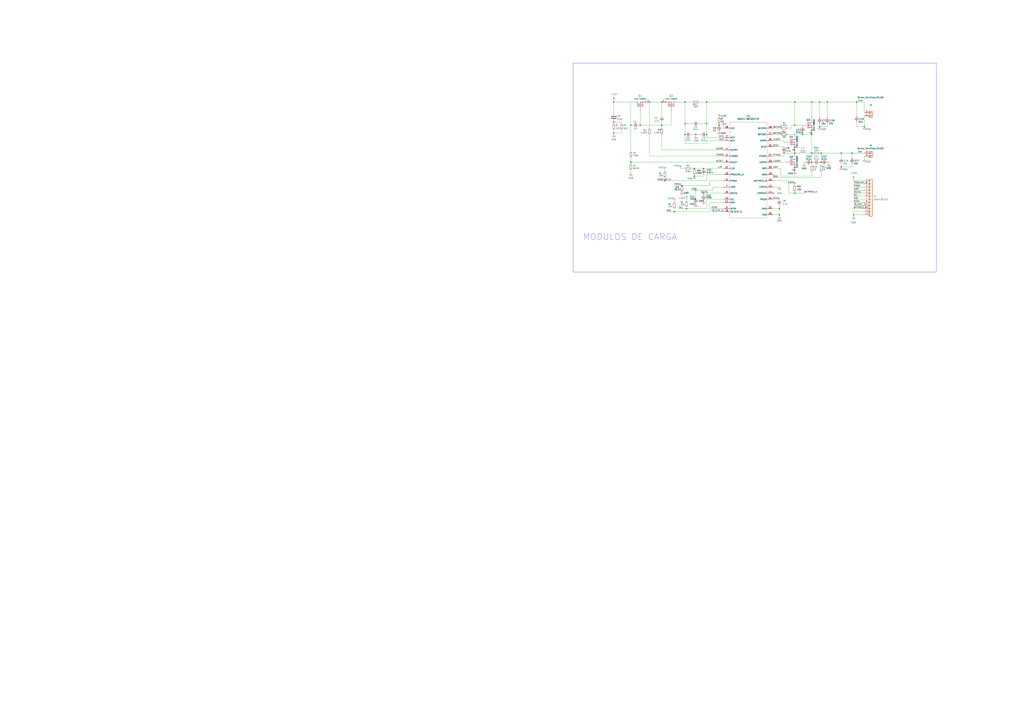
<source format=kicad_sch>
(kicad_sch
	(version 20250114)
	(generator "eeschema")
	(generator_version "9.0")
	(uuid "3a28fce2-eb35-4866-9328-426b80276fd9")
	(paper "A1")
	(title_block
		(title "Placa prueba BQ24780s")
		(date "2025-06-16")
		(rev "1.0")
	)
	(lib_symbols
		(symbol "CSD17308Q3:CSD17308Q3"
			(pin_names
				(offset 0.254)
			)
			(exclude_from_sim no)
			(in_bom yes)
			(on_board yes)
			(property "Reference" "Q2"
				(at 8.89 0 90)
				(effects
					(font
						(size 1.524 1.524)
					)
				)
			)
			(property "Value" "CSD17308Q3"
				(at 6.35 0 90)
				(effects
					(font
						(size 1.524 1.524)
					)
				)
			)
			(property "Footprint" "DQG0008A"
				(at 0 0 0)
				(effects
					(font
						(size 1.27 1.27)
						(italic yes)
					)
					(hide yes)
				)
			)
			(property "Datasheet" "https://www.ti.com/lit/gpn/csd16323q3"
				(at 0 0 0)
				(effects
					(font
						(size 1.27 1.27)
						(italic yes)
					)
					(hide yes)
				)
			)
			(property "Description" ""
				(at 0 0 0)
				(effects
					(font
						(size 1.27 1.27)
					)
					(hide yes)
				)
			)
			(property "ki_locked" ""
				(at 0 0 0)
				(effects
					(font
						(size 1.27 1.27)
					)
				)
			)
			(property "ki_keywords" "CSD16323Q3"
				(at 0 0 0)
				(effects
					(font
						(size 1.27 1.27)
					)
					(hide yes)
				)
			)
			(property "ki_fp_filters" "DQG0008A"
				(at 0 0 0)
				(effects
					(font
						(size 1.27 1.27)
					)
					(hide yes)
				)
			)
			(symbol "CSD17308Q3_1_1"
				(polyline
					(pts
						(xy -3.81 0) (xy -1.27 0)
					)
					(stroke
						(width 0.1524)
						(type default)
					)
					(fill
						(type none)
					)
				)
				(polyline
					(pts
						(xy -1.27 0) (xy 0 0)
					)
					(stroke
						(width 0.1524)
						(type default)
					)
					(fill
						(type none)
					)
				)
				(polyline
					(pts
						(xy 0 -2.54) (xy 0 2.54)
					)
					(stroke
						(width 0.1524)
						(type default)
					)
					(fill
						(type none)
					)
				)
				(polyline
					(pts
						(xy 1.016 2.54) (xy 1.016 -2.54)
					)
					(stroke
						(width 0.1524)
						(type default)
					)
					(fill
						(type none)
					)
				)
				(polyline
					(pts
						(xy 1.016 2.54) (xy 1.016 -2.54)
					)
					(stroke
						(width 0.1524)
						(type default)
					)
					(fill
						(type none)
					)
				)
				(polyline
					(pts
						(xy 1.016 0) (xy 2.286 1.27)
					)
					(stroke
						(width 0.1524)
						(type default)
					)
					(fill
						(type none)
					)
				)
				(polyline
					(pts
						(xy 1.016 -2.032) (xy 3.81 -2.032)
					)
					(stroke
						(width 0.1524)
						(type default)
					)
					(fill
						(type none)
					)
				)
				(polyline
					(pts
						(xy 1.27 -2.032) (xy 3.556 -2.032)
					)
					(stroke
						(width 0.1524)
						(type default)
					)
					(fill
						(type none)
					)
				)
				(polyline
					(pts
						(xy 2.286 1.27) (xy 2.286 -1.27)
					)
					(stroke
						(width 0.1524)
						(type default)
					)
					(fill
						(type none)
					)
				)
				(polyline
					(pts
						(xy 2.286 0) (xy 3.81 0)
					)
					(stroke
						(width 0.1524)
						(type default)
					)
					(fill
						(type none)
					)
				)
				(polyline
					(pts
						(xy 2.286 -1.27) (xy 1.016 0)
					)
					(stroke
						(width 0.1524)
						(type default)
					)
					(fill
						(type none)
					)
				)
				(polyline
					(pts
						(xy 2.794 0) (xy 3.81 0)
					)
					(stroke
						(width 0.1524)
						(type default)
					)
					(fill
						(type none)
					)
				)
				(polyline
					(pts
						(xy 3.81 7.62) (xy 3.81 5.08)
					)
					(stroke
						(width 0.1524)
						(type default)
					)
					(fill
						(type none)
					)
				)
				(polyline
					(pts
						(xy 3.81 5.08) (xy 3.81 2.54)
					)
					(stroke
						(width 0.1524)
						(type default)
					)
					(fill
						(type none)
					)
				)
				(polyline
					(pts
						(xy 3.81 2.54) (xy 3.81 2.032)
					)
					(stroke
						(width 0.1524)
						(type default)
					)
					(fill
						(type none)
					)
				)
				(polyline
					(pts
						(xy 3.81 2.54) (xy 3.81 2.032)
					)
					(stroke
						(width 0.1524)
						(type default)
					)
					(fill
						(type none)
					)
				)
				(polyline
					(pts
						(xy 3.81 2.032) (xy 1.016 2.032)
					)
					(stroke
						(width 0.1524)
						(type default)
					)
					(fill
						(type none)
					)
				)
				(polyline
					(pts
						(xy 3.81 2.032) (xy 1.27 2.032)
					)
					(stroke
						(width 0.1524)
						(type default)
					)
					(fill
						(type none)
					)
				)
				(polyline
					(pts
						(xy 3.81 0) (xy 3.81 -2.54)
					)
					(stroke
						(width 0.1524)
						(type default)
					)
					(fill
						(type none)
					)
				)
				(polyline
					(pts
						(xy 3.81 0) (xy 3.81 -2.54)
					)
					(stroke
						(width 0.1524)
						(type default)
					)
					(fill
						(type none)
					)
				)
				(polyline
					(pts
						(xy 3.81 -2.54) (xy 3.81 -5.08)
					)
					(stroke
						(width 0.1524)
						(type default)
					)
					(fill
						(type none)
					)
				)
				(polyline
					(pts
						(xy 3.81 -7.62) (xy 3.81 -5.08)
					)
					(stroke
						(width 0.1524)
						(type default)
					)
					(fill
						(type none)
					)
				)
				(pin unspecified line
					(at 3.81 -7.62 90)
					(length 2.54)
					(name "S"
						(effects
							(font
								(size 1.27 1.27)
							)
						)
					)
					(number "3"
						(effects
							(font
								(size 1.27 1.27)
							)
						)
					)
				)
			)
			(embedded_fonts no)
		)
		(symbol "CSD17308Q3_1"
			(pin_names
				(offset 0.254)
			)
			(exclude_from_sim no)
			(in_bom yes)
			(on_board yes)
			(property "Reference" "Q6"
				(at 8.89 0 90)
				(effects
					(font
						(size 1.524 1.524)
					)
				)
			)
			(property "Value" "CSD17308Q3"
				(at 6.35 0 90)
				(effects
					(font
						(size 1.524 1.524)
					)
				)
			)
			(property "Footprint" "DQG0008A"
				(at 0 0 0)
				(effects
					(font
						(size 1.27 1.27)
						(italic yes)
					)
					(hide yes)
				)
			)
			(property "Datasheet" "https://www.ti.com/lit/gpn/csd16323q3"
				(at 0 0 0)
				(effects
					(font
						(size 1.27 1.27)
						(italic yes)
					)
					(hide yes)
				)
			)
			(property "Description" ""
				(at 0 0 0)
				(effects
					(font
						(size 1.27 1.27)
					)
					(hide yes)
				)
			)
			(property "ki_locked" ""
				(at 0 0 0)
				(effects
					(font
						(size 1.27 1.27)
					)
				)
			)
			(property "ki_keywords" "CSD16323Q3"
				(at 0 0 0)
				(effects
					(font
						(size 1.27 1.27)
					)
					(hide yes)
				)
			)
			(property "ki_fp_filters" "DQG0008A"
				(at 0 0 0)
				(effects
					(font
						(size 1.27 1.27)
					)
					(hide yes)
				)
			)
			(symbol "CSD17308Q3_1_1_1"
				(polyline
					(pts
						(xy -3.81 0) (xy -1.27 0)
					)
					(stroke
						(width 0.1524)
						(type default)
					)
					(fill
						(type none)
					)
				)
				(polyline
					(pts
						(xy -1.27 0) (xy 0 0)
					)
					(stroke
						(width 0.1524)
						(type default)
					)
					(fill
						(type none)
					)
				)
				(polyline
					(pts
						(xy 0 -2.54) (xy 0 2.54)
					)
					(stroke
						(width 0.1524)
						(type default)
					)
					(fill
						(type none)
					)
				)
				(polyline
					(pts
						(xy 1.016 2.54) (xy 1.016 -2.54)
					)
					(stroke
						(width 0.1524)
						(type default)
					)
					(fill
						(type none)
					)
				)
				(polyline
					(pts
						(xy 1.016 2.54) (xy 1.016 -2.54)
					)
					(stroke
						(width 0.1524)
						(type default)
					)
					(fill
						(type none)
					)
				)
				(polyline
					(pts
						(xy 1.016 0) (xy 2.286 1.27)
					)
					(stroke
						(width 0.1524)
						(type default)
					)
					(fill
						(type none)
					)
				)
				(polyline
					(pts
						(xy 1.016 -2.032) (xy 3.81 -2.032)
					)
					(stroke
						(width 0.1524)
						(type default)
					)
					(fill
						(type none)
					)
				)
				(polyline
					(pts
						(xy 1.27 -2.032) (xy 3.556 -2.032)
					)
					(stroke
						(width 0.1524)
						(type default)
					)
					(fill
						(type none)
					)
				)
				(polyline
					(pts
						(xy 2.286 1.27) (xy 2.286 -1.27)
					)
					(stroke
						(width 0.1524)
						(type default)
					)
					(fill
						(type none)
					)
				)
				(polyline
					(pts
						(xy 2.286 0) (xy 3.81 0)
					)
					(stroke
						(width 0.1524)
						(type default)
					)
					(fill
						(type none)
					)
				)
				(polyline
					(pts
						(xy 2.286 -1.27) (xy 1.016 0)
					)
					(stroke
						(width 0.1524)
						(type default)
					)
					(fill
						(type none)
					)
				)
				(polyline
					(pts
						(xy 2.794 0) (xy 3.81 0)
					)
					(stroke
						(width 0.1524)
						(type default)
					)
					(fill
						(type none)
					)
				)
				(polyline
					(pts
						(xy 3.81 7.62) (xy 3.81 5.08)
					)
					(stroke
						(width 0.1524)
						(type default)
					)
					(fill
						(type none)
					)
				)
				(polyline
					(pts
						(xy 3.81 5.08) (xy 3.81 2.54)
					)
					(stroke
						(width 0.1524)
						(type default)
					)
					(fill
						(type none)
					)
				)
				(polyline
					(pts
						(xy 3.81 2.54) (xy 3.81 2.032)
					)
					(stroke
						(width 0.1524)
						(type default)
					)
					(fill
						(type none)
					)
				)
				(polyline
					(pts
						(xy 3.81 2.54) (xy 3.81 2.032)
					)
					(stroke
						(width 0.1524)
						(type default)
					)
					(fill
						(type none)
					)
				)
				(polyline
					(pts
						(xy 3.81 2.032) (xy 1.016 2.032)
					)
					(stroke
						(width 0.1524)
						(type default)
					)
					(fill
						(type none)
					)
				)
				(polyline
					(pts
						(xy 3.81 2.032) (xy 1.27 2.032)
					)
					(stroke
						(width 0.1524)
						(type default)
					)
					(fill
						(type none)
					)
				)
				(polyline
					(pts
						(xy 3.81 0) (xy 3.81 -2.54)
					)
					(stroke
						(width 0.1524)
						(type default)
					)
					(fill
						(type none)
					)
				)
				(polyline
					(pts
						(xy 3.81 0) (xy 3.81 -2.54)
					)
					(stroke
						(width 0.1524)
						(type default)
					)
					(fill
						(type none)
					)
				)
				(polyline
					(pts
						(xy 3.81 -2.54) (xy 3.81 -5.08)
					)
					(stroke
						(width 0.1524)
						(type default)
					)
					(fill
						(type none)
					)
				)
				(polyline
					(pts
						(xy 3.81 -7.62) (xy 3.81 -5.08)
					)
					(stroke
						(width 0.1524)
						(type default)
					)
					(fill
						(type none)
					)
				)
				(pin unspecified line
					(at 3.81 -7.62 90)
					(length 2.54)
					(name "S"
						(effects
							(font
								(size 1.27 1.27)
							)
						)
					)
					(number "3"
						(effects
							(font
								(size 1.27 1.27)
							)
						)
					)
				)
			)
			(embedded_fonts no)
		)
		(symbol "Connector:Screw_Terminal_01x02"
			(pin_names
				(offset 1.016)
				(hide yes)
			)
			(exclude_from_sim no)
			(in_bom yes)
			(on_board yes)
			(property "Reference" "J"
				(at 0 2.54 0)
				(effects
					(font
						(size 1.27 1.27)
					)
				)
			)
			(property "Value" "Screw_Terminal_01x02"
				(at 0 -5.08 0)
				(effects
					(font
						(size 1.27 1.27)
					)
				)
			)
			(property "Footprint" ""
				(at 0 0 0)
				(effects
					(font
						(size 1.27 1.27)
					)
					(hide yes)
				)
			)
			(property "Datasheet" "~"
				(at 0 0 0)
				(effects
					(font
						(size 1.27 1.27)
					)
					(hide yes)
				)
			)
			(property "Description" "Generic screw terminal, single row, 01x02, script generated (kicad-library-utils/schlib/autogen/connector/)"
				(at 0 0 0)
				(effects
					(font
						(size 1.27 1.27)
					)
					(hide yes)
				)
			)
			(property "ki_keywords" "screw terminal"
				(at 0 0 0)
				(effects
					(font
						(size 1.27 1.27)
					)
					(hide yes)
				)
			)
			(property "ki_fp_filters" "TerminalBlock*:*"
				(at 0 0 0)
				(effects
					(font
						(size 1.27 1.27)
					)
					(hide yes)
				)
			)
			(symbol "Screw_Terminal_01x02_1_1"
				(rectangle
					(start -1.27 1.27)
					(end 1.27 -3.81)
					(stroke
						(width 0.254)
						(type default)
					)
					(fill
						(type background)
					)
				)
				(polyline
					(pts
						(xy -0.5334 0.3302) (xy 0.3302 -0.508)
					)
					(stroke
						(width 0.1524)
						(type default)
					)
					(fill
						(type none)
					)
				)
				(polyline
					(pts
						(xy -0.5334 -2.2098) (xy 0.3302 -3.048)
					)
					(stroke
						(width 0.1524)
						(type default)
					)
					(fill
						(type none)
					)
				)
				(polyline
					(pts
						(xy -0.3556 0.508) (xy 0.508 -0.3302)
					)
					(stroke
						(width 0.1524)
						(type default)
					)
					(fill
						(type none)
					)
				)
				(polyline
					(pts
						(xy -0.3556 -2.032) (xy 0.508 -2.8702)
					)
					(stroke
						(width 0.1524)
						(type default)
					)
					(fill
						(type none)
					)
				)
				(circle
					(center 0 0)
					(radius 0.635)
					(stroke
						(width 0.1524)
						(type default)
					)
					(fill
						(type none)
					)
				)
				(circle
					(center 0 -2.54)
					(radius 0.635)
					(stroke
						(width 0.1524)
						(type default)
					)
					(fill
						(type none)
					)
				)
				(pin passive line
					(at -5.08 0 0)
					(length 3.81)
					(name "Pin_1"
						(effects
							(font
								(size 1.27 1.27)
							)
						)
					)
					(number "1"
						(effects
							(font
								(size 1.27 1.27)
							)
						)
					)
				)
				(pin passive line
					(at -5.08 -2.54 0)
					(length 3.81)
					(name "Pin_2"
						(effects
							(font
								(size 1.27 1.27)
							)
						)
					)
					(number "2"
						(effects
							(font
								(size 1.27 1.27)
							)
						)
					)
				)
			)
			(embedded_fonts no)
		)
		(symbol "Connector_Generic:Conn_01x12"
			(pin_names
				(offset 1.016)
				(hide yes)
			)
			(exclude_from_sim no)
			(in_bom yes)
			(on_board yes)
			(property "Reference" "J"
				(at 0 15.24 0)
				(effects
					(font
						(size 1.27 1.27)
					)
				)
			)
			(property "Value" "Conn_01x12"
				(at 0 -17.78 0)
				(effects
					(font
						(size 1.27 1.27)
					)
				)
			)
			(property "Footprint" ""
				(at 0 0 0)
				(effects
					(font
						(size 1.27 1.27)
					)
					(hide yes)
				)
			)
			(property "Datasheet" "~"
				(at 0 0 0)
				(effects
					(font
						(size 1.27 1.27)
					)
					(hide yes)
				)
			)
			(property "Description" "Generic connector, single row, 01x12, script generated (kicad-library-utils/schlib/autogen/connector/)"
				(at 0 0 0)
				(effects
					(font
						(size 1.27 1.27)
					)
					(hide yes)
				)
			)
			(property "ki_keywords" "connector"
				(at 0 0 0)
				(effects
					(font
						(size 1.27 1.27)
					)
					(hide yes)
				)
			)
			(property "ki_fp_filters" "Connector*:*_1x??_*"
				(at 0 0 0)
				(effects
					(font
						(size 1.27 1.27)
					)
					(hide yes)
				)
			)
			(symbol "Conn_01x12_1_1"
				(rectangle
					(start -1.27 13.97)
					(end 1.27 -16.51)
					(stroke
						(width 0.254)
						(type default)
					)
					(fill
						(type background)
					)
				)
				(rectangle
					(start -1.27 12.827)
					(end 0 12.573)
					(stroke
						(width 0.1524)
						(type default)
					)
					(fill
						(type none)
					)
				)
				(rectangle
					(start -1.27 10.287)
					(end 0 10.033)
					(stroke
						(width 0.1524)
						(type default)
					)
					(fill
						(type none)
					)
				)
				(rectangle
					(start -1.27 7.747)
					(end 0 7.493)
					(stroke
						(width 0.1524)
						(type default)
					)
					(fill
						(type none)
					)
				)
				(rectangle
					(start -1.27 5.207)
					(end 0 4.953)
					(stroke
						(width 0.1524)
						(type default)
					)
					(fill
						(type none)
					)
				)
				(rectangle
					(start -1.27 2.667)
					(end 0 2.413)
					(stroke
						(width 0.1524)
						(type default)
					)
					(fill
						(type none)
					)
				)
				(rectangle
					(start -1.27 0.127)
					(end 0 -0.127)
					(stroke
						(width 0.1524)
						(type default)
					)
					(fill
						(type none)
					)
				)
				(rectangle
					(start -1.27 -2.413)
					(end 0 -2.667)
					(stroke
						(width 0.1524)
						(type default)
					)
					(fill
						(type none)
					)
				)
				(rectangle
					(start -1.27 -4.953)
					(end 0 -5.207)
					(stroke
						(width 0.1524)
						(type default)
					)
					(fill
						(type none)
					)
				)
				(rectangle
					(start -1.27 -7.493)
					(end 0 -7.747)
					(stroke
						(width 0.1524)
						(type default)
					)
					(fill
						(type none)
					)
				)
				(rectangle
					(start -1.27 -10.033)
					(end 0 -10.287)
					(stroke
						(width 0.1524)
						(type default)
					)
					(fill
						(type none)
					)
				)
				(rectangle
					(start -1.27 -12.573)
					(end 0 -12.827)
					(stroke
						(width 0.1524)
						(type default)
					)
					(fill
						(type none)
					)
				)
				(rectangle
					(start -1.27 -15.113)
					(end 0 -15.367)
					(stroke
						(width 0.1524)
						(type default)
					)
					(fill
						(type none)
					)
				)
				(pin passive line
					(at -5.08 12.7 0)
					(length 3.81)
					(name "Pin_1"
						(effects
							(font
								(size 1.27 1.27)
							)
						)
					)
					(number "1"
						(effects
							(font
								(size 1.27 1.27)
							)
						)
					)
				)
				(pin passive line
					(at -5.08 10.16 0)
					(length 3.81)
					(name "Pin_2"
						(effects
							(font
								(size 1.27 1.27)
							)
						)
					)
					(number "2"
						(effects
							(font
								(size 1.27 1.27)
							)
						)
					)
				)
				(pin passive line
					(at -5.08 7.62 0)
					(length 3.81)
					(name "Pin_3"
						(effects
							(font
								(size 1.27 1.27)
							)
						)
					)
					(number "3"
						(effects
							(font
								(size 1.27 1.27)
							)
						)
					)
				)
				(pin passive line
					(at -5.08 5.08 0)
					(length 3.81)
					(name "Pin_4"
						(effects
							(font
								(size 1.27 1.27)
							)
						)
					)
					(number "4"
						(effects
							(font
								(size 1.27 1.27)
							)
						)
					)
				)
				(pin passive line
					(at -5.08 2.54 0)
					(length 3.81)
					(name "Pin_5"
						(effects
							(font
								(size 1.27 1.27)
							)
						)
					)
					(number "5"
						(effects
							(font
								(size 1.27 1.27)
							)
						)
					)
				)
				(pin passive line
					(at -5.08 0 0)
					(length 3.81)
					(name "Pin_6"
						(effects
							(font
								(size 1.27 1.27)
							)
						)
					)
					(number "6"
						(effects
							(font
								(size 1.27 1.27)
							)
						)
					)
				)
				(pin passive line
					(at -5.08 -2.54 0)
					(length 3.81)
					(name "Pin_7"
						(effects
							(font
								(size 1.27 1.27)
							)
						)
					)
					(number "7"
						(effects
							(font
								(size 1.27 1.27)
							)
						)
					)
				)
				(pin passive line
					(at -5.08 -5.08 0)
					(length 3.81)
					(name "Pin_8"
						(effects
							(font
								(size 1.27 1.27)
							)
						)
					)
					(number "8"
						(effects
							(font
								(size 1.27 1.27)
							)
						)
					)
				)
				(pin passive line
					(at -5.08 -7.62 0)
					(length 3.81)
					(name "Pin_9"
						(effects
							(font
								(size 1.27 1.27)
							)
						)
					)
					(number "9"
						(effects
							(font
								(size 1.27 1.27)
							)
						)
					)
				)
				(pin passive line
					(at -5.08 -10.16 0)
					(length 3.81)
					(name "Pin_10"
						(effects
							(font
								(size 1.27 1.27)
							)
						)
					)
					(number "10"
						(effects
							(font
								(size 1.27 1.27)
							)
						)
					)
				)
				(pin passive line
					(at -5.08 -12.7 0)
					(length 3.81)
					(name "Pin_11"
						(effects
							(font
								(size 1.27 1.27)
							)
						)
					)
					(number "11"
						(effects
							(font
								(size 1.27 1.27)
							)
						)
					)
				)
				(pin passive line
					(at -5.08 -15.24 0)
					(length 3.81)
					(name "Pin_12"
						(effects
							(font
								(size 1.27 1.27)
							)
						)
					)
					(number "12"
						(effects
							(font
								(size 1.27 1.27)
							)
						)
					)
				)
			)
			(embedded_fonts no)
		)
		(symbol "Device:C"
			(pin_numbers
				(hide yes)
			)
			(pin_names
				(offset 0.254)
			)
			(exclude_from_sim no)
			(in_bom yes)
			(on_board yes)
			(property "Reference" "C"
				(at 0.635 2.54 0)
				(effects
					(font
						(size 1.27 1.27)
					)
					(justify left)
				)
			)
			(property "Value" "C"
				(at 0.635 -2.54 0)
				(effects
					(font
						(size 1.27 1.27)
					)
					(justify left)
				)
			)
			(property "Footprint" ""
				(at 0.9652 -3.81 0)
				(effects
					(font
						(size 1.27 1.27)
					)
					(hide yes)
				)
			)
			(property "Datasheet" "~"
				(at 0 0 0)
				(effects
					(font
						(size 1.27 1.27)
					)
					(hide yes)
				)
			)
			(property "Description" "Unpolarized capacitor"
				(at 0 0 0)
				(effects
					(font
						(size 1.27 1.27)
					)
					(hide yes)
				)
			)
			(property "ki_keywords" "cap capacitor"
				(at 0 0 0)
				(effects
					(font
						(size 1.27 1.27)
					)
					(hide yes)
				)
			)
			(property "ki_fp_filters" "C_*"
				(at 0 0 0)
				(effects
					(font
						(size 1.27 1.27)
					)
					(hide yes)
				)
			)
			(symbol "C_0_1"
				(polyline
					(pts
						(xy -2.032 0.762) (xy 2.032 0.762)
					)
					(stroke
						(width 0.508)
						(type default)
					)
					(fill
						(type none)
					)
				)
				(polyline
					(pts
						(xy -2.032 -0.762) (xy 2.032 -0.762)
					)
					(stroke
						(width 0.508)
						(type default)
					)
					(fill
						(type none)
					)
				)
			)
			(symbol "C_1_1"
				(pin passive line
					(at 0 3.81 270)
					(length 2.794)
					(name "~"
						(effects
							(font
								(size 1.27 1.27)
							)
						)
					)
					(number "1"
						(effects
							(font
								(size 1.27 1.27)
							)
						)
					)
				)
				(pin passive line
					(at 0 -3.81 90)
					(length 2.794)
					(name "~"
						(effects
							(font
								(size 1.27 1.27)
							)
						)
					)
					(number "2"
						(effects
							(font
								(size 1.27 1.27)
							)
						)
					)
				)
			)
			(embedded_fonts no)
		)
		(symbol "Device:C_Small"
			(pin_numbers
				(hide yes)
			)
			(pin_names
				(offset 0.254)
				(hide yes)
			)
			(exclude_from_sim no)
			(in_bom yes)
			(on_board yes)
			(property "Reference" "C"
				(at 0.254 1.778 0)
				(effects
					(font
						(size 1.27 1.27)
					)
					(justify left)
				)
			)
			(property "Value" "C_Small"
				(at 0.254 -2.032 0)
				(effects
					(font
						(size 1.27 1.27)
					)
					(justify left)
				)
			)
			(property "Footprint" ""
				(at 0 0 0)
				(effects
					(font
						(size 1.27 1.27)
					)
					(hide yes)
				)
			)
			(property "Datasheet" "~"
				(at 0 0 0)
				(effects
					(font
						(size 1.27 1.27)
					)
					(hide yes)
				)
			)
			(property "Description" "Unpolarized capacitor, small symbol"
				(at 0 0 0)
				(effects
					(font
						(size 1.27 1.27)
					)
					(hide yes)
				)
			)
			(property "ki_keywords" "capacitor cap"
				(at 0 0 0)
				(effects
					(font
						(size 1.27 1.27)
					)
					(hide yes)
				)
			)
			(property "ki_fp_filters" "C_*"
				(at 0 0 0)
				(effects
					(font
						(size 1.27 1.27)
					)
					(hide yes)
				)
			)
			(symbol "C_Small_0_1"
				(polyline
					(pts
						(xy -1.524 0.508) (xy 1.524 0.508)
					)
					(stroke
						(width 0.3048)
						(type default)
					)
					(fill
						(type none)
					)
				)
				(polyline
					(pts
						(xy -1.524 -0.508) (xy 1.524 -0.508)
					)
					(stroke
						(width 0.3302)
						(type default)
					)
					(fill
						(type none)
					)
				)
			)
			(symbol "C_Small_1_1"
				(pin passive line
					(at 0 2.54 270)
					(length 2.032)
					(name "~"
						(effects
							(font
								(size 1.27 1.27)
							)
						)
					)
					(number "1"
						(effects
							(font
								(size 1.27 1.27)
							)
						)
					)
				)
				(pin passive line
					(at 0 -2.54 90)
					(length 2.032)
					(name "~"
						(effects
							(font
								(size 1.27 1.27)
							)
						)
					)
					(number "2"
						(effects
							(font
								(size 1.27 1.27)
							)
						)
					)
				)
			)
			(embedded_fonts no)
		)
		(symbol "Device:L_Small"
			(pin_numbers
				(hide yes)
			)
			(pin_names
				(offset 0.254)
				(hide yes)
			)
			(exclude_from_sim no)
			(in_bom yes)
			(on_board yes)
			(property "Reference" "L"
				(at 0.762 1.016 0)
				(effects
					(font
						(size 1.27 1.27)
					)
					(justify left)
				)
			)
			(property "Value" "L_Small"
				(at 0.762 -1.016 0)
				(effects
					(font
						(size 1.27 1.27)
					)
					(justify left)
				)
			)
			(property "Footprint" ""
				(at 0 0 0)
				(effects
					(font
						(size 1.27 1.27)
					)
					(hide yes)
				)
			)
			(property "Datasheet" "~"
				(at 0 0 0)
				(effects
					(font
						(size 1.27 1.27)
					)
					(hide yes)
				)
			)
			(property "Description" "Inductor, small symbol"
				(at 0 0 0)
				(effects
					(font
						(size 1.27 1.27)
					)
					(hide yes)
				)
			)
			(property "ki_keywords" "inductor choke coil reactor magnetic"
				(at 0 0 0)
				(effects
					(font
						(size 1.27 1.27)
					)
					(hide yes)
				)
			)
			(property "ki_fp_filters" "Choke_* *Coil* Inductor_* L_*"
				(at 0 0 0)
				(effects
					(font
						(size 1.27 1.27)
					)
					(hide yes)
				)
			)
			(symbol "L_Small_0_1"
				(arc
					(start 0 2.032)
					(mid 0.5058 1.524)
					(end 0 1.016)
					(stroke
						(width 0)
						(type default)
					)
					(fill
						(type none)
					)
				)
				(arc
					(start 0 1.016)
					(mid 0.5058 0.508)
					(end 0 0)
					(stroke
						(width 0)
						(type default)
					)
					(fill
						(type none)
					)
				)
				(arc
					(start 0 0)
					(mid 0.5058 -0.508)
					(end 0 -1.016)
					(stroke
						(width 0)
						(type default)
					)
					(fill
						(type none)
					)
				)
				(arc
					(start 0 -1.016)
					(mid 0.5058 -1.524)
					(end 0 -2.032)
					(stroke
						(width 0)
						(type default)
					)
					(fill
						(type none)
					)
				)
			)
			(symbol "L_Small_1_1"
				(pin passive line
					(at 0 2.54 270)
					(length 0.508)
					(name "~"
						(effects
							(font
								(size 1.27 1.27)
							)
						)
					)
					(number "1"
						(effects
							(font
								(size 1.27 1.27)
							)
						)
					)
				)
				(pin passive line
					(at 0 -2.54 90)
					(length 0.508)
					(name "~"
						(effects
							(font
								(size 1.27 1.27)
							)
						)
					)
					(number "2"
						(effects
							(font
								(size 1.27 1.27)
							)
						)
					)
				)
			)
			(embedded_fonts no)
		)
		(symbol "Device:R_Small"
			(pin_numbers
				(hide yes)
			)
			(pin_names
				(offset 0.254)
				(hide yes)
			)
			(exclude_from_sim no)
			(in_bom yes)
			(on_board yes)
			(property "Reference" "R"
				(at 0 0 90)
				(effects
					(font
						(size 1.016 1.016)
					)
				)
			)
			(property "Value" "R_Small"
				(at 1.778 0 90)
				(effects
					(font
						(size 1.27 1.27)
					)
				)
			)
			(property "Footprint" ""
				(at 0 0 0)
				(effects
					(font
						(size 1.27 1.27)
					)
					(hide yes)
				)
			)
			(property "Datasheet" "~"
				(at 0 0 0)
				(effects
					(font
						(size 1.27 1.27)
					)
					(hide yes)
				)
			)
			(property "Description" "Resistor, small symbol"
				(at 0 0 0)
				(effects
					(font
						(size 1.27 1.27)
					)
					(hide yes)
				)
			)
			(property "ki_keywords" "R resistor"
				(at 0 0 0)
				(effects
					(font
						(size 1.27 1.27)
					)
					(hide yes)
				)
			)
			(property "ki_fp_filters" "R_*"
				(at 0 0 0)
				(effects
					(font
						(size 1.27 1.27)
					)
					(hide yes)
				)
			)
			(symbol "R_Small_0_1"
				(rectangle
					(start -0.762 1.778)
					(end 0.762 -1.778)
					(stroke
						(width 0.2032)
						(type default)
					)
					(fill
						(type none)
					)
				)
			)
			(symbol "R_Small_1_1"
				(pin passive line
					(at 0 2.54 270)
					(length 0.762)
					(name "~"
						(effects
							(font
								(size 1.27 1.27)
							)
						)
					)
					(number "1"
						(effects
							(font
								(size 1.27 1.27)
							)
						)
					)
				)
				(pin passive line
					(at 0 -2.54 90)
					(length 0.762)
					(name "~"
						(effects
							(font
								(size 1.27 1.27)
							)
						)
					)
					(number "2"
						(effects
							(font
								(size 1.27 1.27)
							)
						)
					)
				)
			)
			(embedded_fonts no)
		)
		(symbol "power:+12V"
			(power)
			(pin_numbers
				(hide yes)
			)
			(pin_names
				(offset 0)
				(hide yes)
			)
			(exclude_from_sim no)
			(in_bom yes)
			(on_board yes)
			(property "Reference" "#PWR"
				(at 0 -3.81 0)
				(effects
					(font
						(size 1.27 1.27)
					)
					(hide yes)
				)
			)
			(property "Value" "+12V"
				(at 0 3.556 0)
				(effects
					(font
						(size 1.27 1.27)
					)
				)
			)
			(property "Footprint" ""
				(at 0 0 0)
				(effects
					(font
						(size 1.27 1.27)
					)
					(hide yes)
				)
			)
			(property "Datasheet" ""
				(at 0 0 0)
				(effects
					(font
						(size 1.27 1.27)
					)
					(hide yes)
				)
			)
			(property "Description" "Power symbol creates a global label with name \"+12V\""
				(at 0 0 0)
				(effects
					(font
						(size 1.27 1.27)
					)
					(hide yes)
				)
			)
			(property "ki_keywords" "global power"
				(at 0 0 0)
				(effects
					(font
						(size 1.27 1.27)
					)
					(hide yes)
				)
			)
			(symbol "+12V_0_1"
				(polyline
					(pts
						(xy -0.762 1.27) (xy 0 2.54)
					)
					(stroke
						(width 0)
						(type default)
					)
					(fill
						(type none)
					)
				)
				(polyline
					(pts
						(xy 0 2.54) (xy 0.762 1.27)
					)
					(stroke
						(width 0)
						(type default)
					)
					(fill
						(type none)
					)
				)
				(polyline
					(pts
						(xy 0 0) (xy 0 2.54)
					)
					(stroke
						(width 0)
						(type default)
					)
					(fill
						(type none)
					)
				)
			)
			(symbol "+12V_1_1"
				(pin power_in line
					(at 0 0 90)
					(length 0)
					(name "~"
						(effects
							(font
								(size 1.27 1.27)
							)
						)
					)
					(number "1"
						(effects
							(font
								(size 1.27 1.27)
							)
						)
					)
				)
			)
			(embedded_fonts no)
		)
		(symbol "power:+3V3"
			(power)
			(pin_numbers
				(hide yes)
			)
			(pin_names
				(offset 0)
				(hide yes)
			)
			(exclude_from_sim no)
			(in_bom yes)
			(on_board yes)
			(property "Reference" "#PWR"
				(at 0 -3.81 0)
				(effects
					(font
						(size 1.27 1.27)
					)
					(hide yes)
				)
			)
			(property "Value" "+3V3"
				(at 0 3.556 0)
				(effects
					(font
						(size 1.27 1.27)
					)
				)
			)
			(property "Footprint" ""
				(at 0 0 0)
				(effects
					(font
						(size 1.27 1.27)
					)
					(hide yes)
				)
			)
			(property "Datasheet" ""
				(at 0 0 0)
				(effects
					(font
						(size 1.27 1.27)
					)
					(hide yes)
				)
			)
			(property "Description" "Power symbol creates a global label with name \"+3V3\""
				(at 0 0 0)
				(effects
					(font
						(size 1.27 1.27)
					)
					(hide yes)
				)
			)
			(property "ki_keywords" "global power"
				(at 0 0 0)
				(effects
					(font
						(size 1.27 1.27)
					)
					(hide yes)
				)
			)
			(symbol "+3V3_0_1"
				(polyline
					(pts
						(xy -0.762 1.27) (xy 0 2.54)
					)
					(stroke
						(width 0)
						(type default)
					)
					(fill
						(type none)
					)
				)
				(polyline
					(pts
						(xy 0 2.54) (xy 0.762 1.27)
					)
					(stroke
						(width 0)
						(type default)
					)
					(fill
						(type none)
					)
				)
				(polyline
					(pts
						(xy 0 0) (xy 0 2.54)
					)
					(stroke
						(width 0)
						(type default)
					)
					(fill
						(type none)
					)
				)
			)
			(symbol "+3V3_1_1"
				(pin power_in line
					(at 0 0 90)
					(length 0)
					(name "~"
						(effects
							(font
								(size 1.27 1.27)
							)
						)
					)
					(number "1"
						(effects
							(font
								(size 1.27 1.27)
							)
						)
					)
				)
			)
			(embedded_fonts no)
		)
		(symbol "power:GND"
			(power)
			(pin_numbers
				(hide yes)
			)
			(pin_names
				(offset 0)
				(hide yes)
			)
			(exclude_from_sim no)
			(in_bom yes)
			(on_board yes)
			(property "Reference" "#PWR"
				(at 0 -6.35 0)
				(effects
					(font
						(size 1.27 1.27)
					)
					(hide yes)
				)
			)
			(property "Value" "GND"
				(at 0 -3.81 0)
				(effects
					(font
						(size 1.27 1.27)
					)
				)
			)
			(property "Footprint" ""
				(at 0 0 0)
				(effects
					(font
						(size 1.27 1.27)
					)
					(hide yes)
				)
			)
			(property "Datasheet" ""
				(at 0 0 0)
				(effects
					(font
						(size 1.27 1.27)
					)
					(hide yes)
				)
			)
			(property "Description" "Power symbol creates a global label with name \"GND\" , ground"
				(at 0 0 0)
				(effects
					(font
						(size 1.27 1.27)
					)
					(hide yes)
				)
			)
			(property "ki_keywords" "global power"
				(at 0 0 0)
				(effects
					(font
						(size 1.27 1.27)
					)
					(hide yes)
				)
			)
			(symbol "GND_0_1"
				(polyline
					(pts
						(xy 0 0) (xy 0 -1.27) (xy 1.27 -1.27) (xy 0 -2.54) (xy -1.27 -1.27) (xy 0 -1.27)
					)
					(stroke
						(width 0)
						(type default)
					)
					(fill
						(type none)
					)
				)
			)
			(symbol "GND_1_1"
				(pin power_in line
					(at 0 0 270)
					(length 0)
					(name "~"
						(effects
							(font
								(size 1.27 1.27)
							)
						)
					)
					(number "1"
						(effects
							(font
								(size 1.27 1.27)
							)
						)
					)
				)
			)
			(embedded_fonts no)
		)
		(symbol "project_sch_symbols:BQ24780SRUYR"
			(pin_names
				(offset 0.254)
			)
			(exclude_from_sim no)
			(in_bom yes)
			(on_board yes)
			(property "Reference" "U"
				(at 0 2.54 0)
				(effects
					(font
						(size 1.524 1.524)
					)
				)
			)
			(property "Value" "BQ24780SRUYR"
				(at 0 0 0)
				(effects
					(font
						(size 1.524 1.524)
					)
				)
			)
			(property "Footprint" "RUY0028A"
				(at 0 0 0)
				(effects
					(font
						(size 1.27 1.27)
						(italic yes)
					)
					(hide yes)
				)
			)
			(property "Datasheet" "BQ24780SRUYR"
				(at 0 0 0)
				(effects
					(font
						(size 1.27 1.27)
						(italic yes)
					)
					(hide yes)
				)
			)
			(property "Description" ""
				(at 0 0 0)
				(effects
					(font
						(size 1.27 1.27)
					)
					(hide yes)
				)
			)
			(property "ki_locked" ""
				(at 0 0 0)
				(effects
					(font
						(size 1.27 1.27)
					)
				)
			)
			(property "ki_keywords" "BQ24780SRUYR"
				(at 0 0 0)
				(effects
					(font
						(size 1.27 1.27)
					)
					(hide yes)
				)
			)
			(property "ki_fp_filters" "RUY0028A"
				(at 0 0 0)
				(effects
					(font
						(size 1.27 1.27)
					)
					(hide yes)
				)
			)
			(symbol "BQ24780SRUYR_0_1"
				(polyline
					(pts
						(xy -15.24 38.1) (xy -15.24 -40.64)
					)
					(stroke
						(width 0.1016)
						(type default)
					)
					(fill
						(type none)
					)
				)
				(polyline
					(pts
						(xy -15.24 -40.64) (xy 15.24 -40.64)
					)
					(stroke
						(width 0.1016)
						(type default)
					)
					(fill
						(type none)
					)
				)
				(polyline
					(pts
						(xy 15.24 38.1) (xy -15.24 38.1)
					)
					(stroke
						(width 0.1016)
						(type default)
					)
					(fill
						(type none)
					)
				)
				(polyline
					(pts
						(xy 15.24 -40.64) (xy 15.24 38.1)
					)
					(stroke
						(width 0.1016)
						(type default)
					)
					(fill
						(type none)
					)
				)
				(pin power_in line
					(at -20.32 33.02 0)
					(length 5.08)
					(name "VCC"
						(effects
							(font
								(size 1.27 1.27)
							)
						)
					)
					(number "28"
						(effects
							(font
								(size 1.27 1.27)
							)
						)
					)
				)
				(pin input line
					(at -20.32 25.4 0)
					(length 5.08)
					(name "ACP"
						(effects
							(font
								(size 1.27 1.27)
							)
						)
					)
					(number "2"
						(effects
							(font
								(size 1.27 1.27)
							)
						)
					)
				)
				(pin input line
					(at -20.32 22.86 0)
					(length 5.08)
					(name "ACN"
						(effects
							(font
								(size 1.27 1.27)
							)
						)
					)
					(number "1"
						(effects
							(font
								(size 1.27 1.27)
							)
						)
					)
				)
				(pin output line
					(at -20.32 15.24 0)
					(length 5.08)
					(name "ACDRV"
						(effects
							(font
								(size 1.27 1.27)
							)
						)
					)
					(number "4"
						(effects
							(font
								(size 1.27 1.27)
							)
						)
					)
				)
				(pin input line
					(at -20.32 10.16 0)
					(length 5.08)
					(name "CMSRC"
						(effects
							(font
								(size 1.27 1.27)
							)
						)
					)
					(number "3"
						(effects
							(font
								(size 1.27 1.27)
							)
						)
					)
				)
				(pin input line
					(at -20.32 5.08 0)
					(length 5.08)
					(name "ACDET"
						(effects
							(font
								(size 1.27 1.27)
							)
						)
					)
					(number "6"
						(effects
							(font
								(size 1.27 1.27)
							)
						)
					)
				)
				(pin input line
					(at -20.32 0 0)
					(length 5.08)
					(name "ILIM"
						(effects
							(font
								(size 1.27 1.27)
							)
						)
					)
					(number "21"
						(effects
							(font
								(size 1.27 1.27)
							)
						)
					)
				)
				(pin output line
					(at -20.32 -5.08 0)
					(length 5.08)
					(name "PROCHOT_N"
						(effects
							(font
								(size 1.27 1.27)
							)
						)
					)
					(number "10"
						(effects
							(font
								(size 1.27 1.27)
							)
						)
					)
				)
				(pin output line
					(at -20.32 -10.16 0)
					(length 5.08)
					(name "PMON"
						(effects
							(font
								(size 1.27 1.27)
							)
						)
					)
					(number "9"
						(effects
							(font
								(size 1.27 1.27)
							)
						)
					)
				)
				(pin output line
					(at -20.32 -15.24 0)
					(length 5.08)
					(name "IADP"
						(effects
							(font
								(size 1.27 1.27)
							)
						)
					)
					(number "7"
						(effects
							(font
								(size 1.27 1.27)
							)
						)
					)
				)
				(pin output line
					(at -20.32 -20.32 0)
					(length 5.08)
					(name "IDCHG"
						(effects
							(font
								(size 1.27 1.27)
							)
						)
					)
					(number "8"
						(effects
							(font
								(size 1.27 1.27)
							)
						)
					)
				)
				(pin bidirectional line
					(at -20.32 -25.4 0)
					(length 5.08)
					(name "SCL"
						(effects
							(font
								(size 1.27 1.27)
							)
						)
					)
					(number "12"
						(effects
							(font
								(size 1.27 1.27)
							)
						)
					)
				)
				(pin bidirectional line
					(at -20.32 -27.94 0)
					(length 5.08)
					(name "SDA"
						(effects
							(font
								(size 1.27 1.27)
							)
						)
					)
					(number "11"
						(effects
							(font
								(size 1.27 1.27)
							)
						)
					)
				)
				(pin output line
					(at -20.32 -33.02 0)
					(length 5.08)
					(name "ACOK"
						(effects
							(font
								(size 1.27 1.27)
							)
						)
					)
					(number "5"
						(effects
							(font
								(size 1.27 1.27)
							)
						)
					)
				)
				(pin input line
					(at -20.32 -35.56 0)
					(length 5.08)
					(name "TB_STAT_N"
						(effects
							(font
								(size 1.27 1.27)
							)
						)
					)
					(number "16"
						(effects
							(font
								(size 1.27 1.27)
							)
						)
					)
				)
				(pin input line
					(at 20.32 33.02 180)
					(length 5.08)
					(name "BATDRV"
						(effects
							(font
								(size 1.27 1.27)
							)
						)
					)
					(number "18"
						(effects
							(font
								(size 1.27 1.27)
							)
						)
					)
				)
				(pin output line
					(at 20.32 27.94 180)
					(length 5.08)
					(name "BATSRC"
						(effects
							(font
								(size 1.27 1.27)
							)
						)
					)
					(number "17"
						(effects
							(font
								(size 1.27 1.27)
							)
						)
					)
				)
				(pin power_in line
					(at 20.32 22.86 180)
					(length 5.08)
					(name "HIDRV"
						(effects
							(font
								(size 1.27 1.27)
							)
						)
					)
					(number "26"
						(effects
							(font
								(size 1.27 1.27)
							)
						)
					)
				)
				(pin power_in line
					(at 20.32 17.78 180)
					(length 5.08)
					(name "BTST"
						(effects
							(font
								(size 1.27 1.27)
							)
						)
					)
					(number "25"
						(effects
							(font
								(size 1.27 1.27)
							)
						)
					)
				)
				(pin power_in line
					(at 20.32 10.16 180)
					(length 5.08)
					(name "PHASE"
						(effects
							(font
								(size 1.27 1.27)
							)
						)
					)
					(number "27"
						(effects
							(font
								(size 1.27 1.27)
							)
						)
					)
				)
				(pin output line
					(at 20.32 5.08 180)
					(length 5.08)
					(name "LODRV"
						(effects
							(font
								(size 1.27 1.27)
							)
						)
					)
					(number "23"
						(effects
							(font
								(size 1.27 1.27)
							)
						)
					)
				)
				(pin input line
					(at 20.32 0 180)
					(length 5.08)
					(name "SRP"
						(effects
							(font
								(size 1.27 1.27)
							)
						)
					)
					(number "20"
						(effects
							(font
								(size 1.27 1.27)
							)
						)
					)
				)
				(pin input line
					(at 20.32 -5.08 180)
					(length 5.08)
					(name "SRN"
						(effects
							(font
								(size 1.27 1.27)
							)
						)
					)
					(number "19"
						(effects
							(font
								(size 1.27 1.27)
							)
						)
					)
				)
				(pin input line
					(at 20.32 -10.16 180)
					(length 5.08)
					(name "BATPRES_N"
						(effects
							(font
								(size 1.27 1.27)
							)
						)
					)
					(number "15"
						(effects
							(font
								(size 1.27 1.27)
							)
						)
					)
				)
				(pin input line
					(at 20.32 -15.24 180)
					(length 5.08)
					(name "CMPIN"
						(effects
							(font
								(size 1.27 1.27)
							)
						)
					)
					(number "13"
						(effects
							(font
								(size 1.27 1.27)
							)
						)
					)
				)
				(pin output line
					(at 20.32 -20.32 180)
					(length 5.08)
					(name "CMPOUT"
						(effects
							(font
								(size 1.27 1.27)
							)
						)
					)
					(number "14"
						(effects
							(font
								(size 1.27 1.27)
							)
						)
					)
				)
				(pin power_in line
					(at 20.32 -25.4 180)
					(length 5.08)
					(name "REGN"
						(effects
							(font
								(size 1.27 1.27)
							)
						)
					)
					(number "24"
						(effects
							(font
								(size 1.27 1.27)
							)
						)
					)
				)
				(pin power_in line
					(at 20.32 -33.02 180)
					(length 5.08)
					(name "GND"
						(effects
							(font
								(size 1.27 1.27)
							)
						)
					)
					(number "22"
						(effects
							(font
								(size 1.27 1.27)
							)
						)
					)
				)
				(pin power_in line
					(at 20.32 -38.1 180)
					(length 5.08)
					(name "PAD"
						(effects
							(font
								(size 1.27 1.27)
							)
						)
					)
					(number "29"
						(effects
							(font
								(size 1.27 1.27)
							)
						)
					)
				)
			)
			(embedded_fonts no)
		)
	)
	(rectangle
		(start 744.22 209.55)
		(end 744.22 209.55)
		(stroke
			(width 0)
			(type default)
		)
		(fill
			(type none)
		)
		(uuid 067ddf68-f8a4-4110-b1de-38d2742aa18c)
	)
	(rectangle
		(start 470.662 51.816)
		(end 769.112 223.52)
		(stroke
			(width 0)
			(type default)
		)
		(fill
			(type none)
		)
		(uuid 37e6dc15-09ec-4c27-be2d-54b884e5a878)
	)
	(text "MODULOS DE CARGA"
		(exclude_from_sim no)
		(at 517.398 194.818 0)
		(effects
			(font
				(size 5.08 5.08)
			)
		)
		(uuid "9006d585-eca4-4693-8bfa-f94707599571")
	)
	(junction
		(at 546.1 148.59)
		(diameter 0)
		(color 0 0 0 0)
		(uuid "06c2a072-d5f2-4c20-90f9-15416bba220e")
	)
	(junction
		(at 640.08 171.45)
		(diameter 0)
		(color 0 0 0 0)
		(uuid "0bc5f10e-61dc-421f-89a4-b4d700b06d86")
	)
	(junction
		(at 518.16 102.87)
		(diameter 0)
		(color 0 0 0 0)
		(uuid "10594ecd-52ee-4ddf-bcba-84011cdda743")
	)
	(junction
		(at 504.19 109.22)
		(diameter 0)
		(color 0 0 0 0)
		(uuid "12a66d1b-141f-4428-961c-ed2da2b68894")
	)
	(junction
		(at 643.89 125.73)
		(diameter 0)
		(color 0 0 0 0)
		(uuid "1c7f83c3-8c1d-4a45-913e-0d9fab9ada2e")
	)
	(junction
		(at 518.16 133.35)
		(diameter 0)
		(color 0 0 0 0)
		(uuid "24a1950c-c7e7-4165-8c5f-f1d6da5c92df")
	)
	(junction
		(at 666.75 83.82)
		(diameter 0)
		(color 0 0 0 0)
		(uuid "2a769a8a-bd4b-4584-bdbd-167f10a74f82")
	)
	(junction
		(at 690.88 137.16)
		(diameter 0)
		(color 0 0 0 0)
		(uuid "2c868a90-c083-4f90-b28b-4124a0ffa2a6")
	)
	(junction
		(at 553.72 173.99)
		(diameter 0)
		(color 0 0 0 0)
		(uuid "2e231890-1367-4ee1-a629-fdd2a2c6dbf7")
	)
	(junction
		(at 525.78 102.87)
		(diameter 0)
		(color 0 0 0 0)
		(uuid "304127b3-3a8b-492e-b3fd-795887bfcd79")
	)
	(junction
		(at 709.93 104.14)
		(diameter 0)
		(color 0 0 0 0)
		(uuid "38310017-51a0-4307-aeed-c5a4f0de50dd")
	)
	(junction
		(at 533.4 83.82)
		(diameter 0)
		(color 0 0 0 0)
		(uuid "397ba4e9-8b6a-4ce6-a0d8-432711f64787")
	)
	(junction
		(at 562.61 83.82)
		(diameter 0)
		(color 0 0 0 0)
		(uuid "4001e6de-9ed6-493e-a461-bb71f18a5e1e")
	)
	(junction
		(at 652.78 102.87)
		(diameter 0)
		(color 0 0 0 0)
		(uuid "42cf3d2a-b0b2-4fb5-b2a1-33088fe9a34b")
	)
	(junction
		(at 666.75 110.49)
		(diameter 0)
		(color 0 0 0 0)
		(uuid "4406f2ed-184b-43c8-9784-bd55826a8237")
	)
	(junction
		(at 543.56 83.82)
		(diameter 0)
		(color 0 0 0 0)
		(uuid "486c3892-5776-4653-818c-40b1f8caac66")
	)
	(junction
		(at 673.1 104.14)
		(diameter 0)
		(color 0 0 0 0)
		(uuid "4baf3263-64ef-42f4-8532-c736de13ca53")
	)
	(junction
		(at 571.5 156.21)
		(diameter 0)
		(color 0 0 0 0)
		(uuid "4d3c18b3-58b2-4f37-a66d-47e8c58263b7")
	)
	(junction
		(at 571.5 110.49)
		(diameter 0)
		(color 0 0 0 0)
		(uuid "56a133d8-2b41-4234-8110-864c2f4c5683")
	)
	(junction
		(at 577.85 158.75)
		(diameter 0)
		(color 0 0 0 0)
		(uuid "5eb6b5bb-207a-42f1-9975-7825c65b0cb3")
	)
	(junction
		(at 543.56 102.87)
		(diameter 0)
		(color 0 0 0 0)
		(uuid "68815385-d260-4b29-bbe2-b86518b1530d")
	)
	(junction
		(at 674.37 133.35)
		(diameter 0)
		(color 0 0 0 0)
		(uuid "7694bc76-2113-4037-9405-05d5d6dcc6a8")
	)
	(junction
		(at 640.08 176.53)
		(diameter 0)
		(color 0 0 0 0)
		(uuid "78111730-fa07-466d-843a-e23cf6d86432")
	)
	(junction
		(at 560.07 152.4)
		(diameter 0)
		(color 0 0 0 0)
		(uuid "7d246eee-f5bd-4415-8ec2-2297693cea0e")
	)
	(junction
		(at 666.75 133.35)
		(diameter 0)
		(color 0 0 0 0)
		(uuid "8082feee-c861-4b60-aec7-303935f7b0e4")
	)
	(junction
		(at 673.1 83.82)
		(diameter 0)
		(color 0 0 0 0)
		(uuid "81ce63c5-1d4a-414f-bf0f-87e975ec89a3")
	)
	(junction
		(at 666.75 125.73)
		(diameter 0)
		(color 0 0 0 0)
		(uuid "98957f7e-53fd-4d66-8c2a-58208cc6c2fd")
	)
	(junction
		(at 504.19 100.33)
		(diameter 0)
		(color 0 0 0 0)
		(uuid "98baae69-4825-4859-8108-5a89580f9767")
	)
	(junction
		(at 563.88 171.45)
		(diameter 0)
		(color 0 0 0 0)
		(uuid "9b9da44d-79aa-4dba-b9ad-77317c4b0c95")
	)
	(junction
		(at 570.23 138.43)
		(diameter 0)
		(color 0 0 0 0)
		(uuid "9f30eebf-1262-44f7-b774-62b06d636215")
	)
	(junction
		(at 652.78 158.75)
		(diameter 0)
		(color 0 0 0 0)
		(uuid "a2f2305c-d523-42ef-9f10-ec9971dd1fea")
	)
	(junction
		(at 504.19 83.82)
		(diameter 0)
		(color 0 0 0 0)
		(uuid "a9058ff6-0dea-4e08-9f0a-3aa08f5ceed5")
	)
	(junction
		(at 703.58 83.82)
		(diameter 0)
		(color 0 0 0 0)
		(uuid "b5f1d218-9b50-4ffc-85bf-2b9807796236")
	)
	(junction
		(at 580.39 83.82)
		(diameter 0)
		(color 0 0 0 0)
		(uuid "b9d785bb-dd29-4563-9a92-fb4f9fae0dee")
	)
	(junction
		(at 580.39 101.6)
		(diameter 0)
		(color 0 0 0 0)
		(uuid "bc5f9763-9757-450b-8a1b-73381627180b")
	)
	(junction
		(at 701.04 176.53)
		(diameter 0)
		(color 0 0 0 0)
		(uuid "bfe77f50-f442-46a2-98d0-989cec422464")
	)
	(junction
		(at 562.61 110.49)
		(diameter 0)
		(color 0 0 0 0)
		(uuid "c0ae6a33-7727-4bce-bbf9-3c2738e88498")
	)
	(junction
		(at 652.78 83.82)
		(diameter 0)
		(color 0 0 0 0)
		(uuid "c14edcfe-8c53-4925-9a6f-2f2af3f7a81e")
	)
	(junction
		(at 659.13 110.49)
		(diameter 0)
		(color 0 0 0 0)
		(uuid "c8c206ac-7910-4d8e-b0d9-d41abcd613cf")
	)
	(junction
		(at 674.37 125.73)
		(diameter 0)
		(color 0 0 0 0)
		(uuid "d2458568-a815-42f8-9aa9-6c02c3cdc0c8")
	)
	(junction
		(at 699.77 125.73)
		(diameter 0)
		(color 0 0 0 0)
		(uuid "db45ba5f-82a6-487b-bfac-87ca55128493")
	)
	(junction
		(at 679.45 83.82)
		(diameter 0)
		(color 0 0 0 0)
		(uuid "dd7b649b-93fb-40a5-a65e-9add27836d0e")
	)
	(junction
		(at 577.85 138.43)
		(diameter 0)
		(color 0 0 0 0)
		(uuid "df25079f-a7fb-445e-9142-90a5d97172ad")
	)
	(junction
		(at 590.55 102.87)
		(diameter 0)
		(color 0 0 0 0)
		(uuid "e69dc39a-421d-4695-82a2-4abe1be62adb")
	)
	(junction
		(at 570.23 144.78)
		(diameter 0)
		(color 0 0 0 0)
		(uuid "ebcd8e5f-6ae2-4e8d-9326-7d627c31d8ad")
	)
	(junction
		(at 652.78 125.73)
		(diameter 0)
		(color 0 0 0 0)
		(uuid "f7c65834-5861-49b9-9ec0-280b04b20c30")
	)
	(junction
		(at 562.61 101.6)
		(diameter 0)
		(color 0 0 0 0)
		(uuid "f89308c2-c601-4b6d-bd08-f095337a5fbb")
	)
	(junction
		(at 580.39 110.49)
		(diameter 0)
		(color 0 0 0 0)
		(uuid "fd2a8eef-4b14-4155-bb5d-f1b5662135b4")
	)
	(junction
		(at 690.88 125.73)
		(diameter 0)
		(color 0 0 0 0)
		(uuid "fd336933-2fff-42f8-a5f0-d47c5121d9ea")
	)
	(no_connect
		(at 635 158.75)
		(uuid "3b6a8562-79f7-46d8-8e5f-0f7011e81f51")
	)
	(wire
		(pts
			(xy 577.85 138.43) (xy 594.36 138.43)
		)
		(stroke
			(width 0)
			(type default)
		)
		(uuid "014f69ce-c135-436c-b4d6-df19db1dd167")
	)
	(wire
		(pts
			(xy 558.8 138.43) (xy 562.61 138.43)
		)
		(stroke
			(width 0)
			(type default)
		)
		(uuid "02404298-859f-487f-b992-ca668a052cd8")
	)
	(wire
		(pts
			(xy 674.37 133.35) (xy 674.37 135.89)
		)
		(stroke
			(width 0)
			(type default)
		)
		(uuid "026cd7cd-3d4b-4a2e-a518-6ef705f43c14")
	)
	(wire
		(pts
			(xy 518.16 133.35) (xy 518.16 134.62)
		)
		(stroke
			(width 0)
			(type default)
		)
		(uuid "033af0c6-c937-4526-aa12-c118b8aa3c52")
	)
	(wire
		(pts
			(xy 543.56 102.87) (xy 551.18 102.87)
		)
		(stroke
			(width 0)
			(type default)
		)
		(uuid "03467829-5dd9-42f9-aa1e-fc2b95869bac")
	)
	(wire
		(pts
			(xy 652.78 125.73) (xy 652.78 128.27)
		)
		(stroke
			(width 0)
			(type default)
		)
		(uuid "082a531d-8432-4b5a-af1e-27e919b854c0")
	)
	(wire
		(pts
			(xy 543.56 123.19) (xy 594.36 123.19)
		)
		(stroke
			(width 0)
			(type default)
		)
		(uuid "0949d039-0c21-4453-9199-2cafb84e38d7")
	)
	(wire
		(pts
			(xy 635 120.65) (xy 643.89 120.65)
		)
		(stroke
			(width 0)
			(type default)
		)
		(uuid "0c42e691-ed34-4931-beeb-b42d9ec79ce0")
	)
	(wire
		(pts
			(xy 701.04 168.91) (xy 709.93 168.91)
		)
		(stroke
			(width 0)
			(type default)
		)
		(uuid "0c8afddc-52f3-40f7-9392-8d829b93b40b")
	)
	(wire
		(pts
			(xy 582.93 148.59) (xy 582.93 152.4)
		)
		(stroke
			(width 0)
			(type default)
		)
		(uuid "0d809b6e-06fb-4724-b19f-e34829c2212f")
	)
	(wire
		(pts
			(xy 571.5 110.49) (xy 571.5 111.76)
		)
		(stroke
			(width 0)
			(type default)
		)
		(uuid "0e76ce1d-db68-44a3-8a39-ca7df6637e03")
	)
	(wire
		(pts
			(xy 563.88 170.18) (xy 563.88 171.45)
		)
		(stroke
			(width 0)
			(type default)
		)
		(uuid "0f8466c2-6cc2-469d-aed5-bd456dd5ab75")
	)
	(wire
		(pts
			(xy 701.04 173.99) (xy 701.04 176.53)
		)
		(stroke
			(width 0)
			(type default)
		)
		(uuid "168e8920-65d3-4e1c-bf78-38a2d1ea3874")
	)
	(wire
		(pts
			(xy 553.72 171.45) (xy 553.72 173.99)
		)
		(stroke
			(width 0)
			(type default)
		)
		(uuid "18022c31-3561-4ea8-8ed2-b8bec3a5b82d")
	)
	(wire
		(pts
			(xy 580.39 171.45) (xy 580.39 163.83)
		)
		(stroke
			(width 0)
			(type default)
		)
		(uuid "18f22f13-33af-49c5-b169-fa4a0a32bc36")
	)
	(wire
		(pts
			(xy 674.37 140.97) (xy 674.37 146.05)
		)
		(stroke
			(width 0)
			(type default)
		)
		(uuid "1aae5a10-36c7-457c-a8b7-d72adc8c4653")
	)
	(wire
		(pts
			(xy 701.04 173.99) (xy 709.93 173.99)
		)
		(stroke
			(width 0)
			(type default)
		)
		(uuid "1b3f40c3-1178-46f5-8266-3e86b6adab12")
	)
	(wire
		(pts
			(xy 558.8 83.82) (xy 562.61 83.82)
		)
		(stroke
			(width 0)
			(type default)
		)
		(uuid "1b9134ee-1221-4757-bdaa-8c02452332b8")
	)
	(wire
		(pts
			(xy 666.75 144.78) (xy 666.75 140.97)
		)
		(stroke
			(width 0)
			(type default)
		)
		(uuid "1b94e4d2-6256-4136-856e-2781c6c2d143")
	)
	(wire
		(pts
			(xy 641.35 105.41) (xy 635 105.41)
		)
		(stroke
			(width 0)
			(type default)
		)
		(uuid "1ba785b0-e762-4c02-9b42-ffcb30cde81a")
	)
	(wire
		(pts
			(xy 701.04 156.21) (xy 709.93 156.21)
		)
		(stroke
			(width 0)
			(type default)
		)
		(uuid "1c15b50e-9c8a-475a-a39d-8cb5ee605f14")
	)
	(wire
		(pts
			(xy 504.19 101.6) (xy 504.19 100.33)
		)
		(stroke
			(width 0)
			(type default)
		)
		(uuid "1db0d9af-33d7-48d1-a54a-48ef350dd910")
	)
	(wire
		(pts
			(xy 703.58 104.14) (xy 709.93 104.14)
		)
		(stroke
			(width 0)
			(type default)
		)
		(uuid "1fa8c44a-7059-4607-860e-dcfe92e1eafc")
	)
	(wire
		(pts
			(xy 635 148.59) (xy 647.7 148.59)
		)
		(stroke
			(width 0)
			(type default)
		)
		(uuid "2347ba64-9c0a-46ac-b708-57b822df4092")
	)
	(wire
		(pts
			(xy 699.77 134.62) (xy 699.77 137.16)
		)
		(stroke
			(width 0)
			(type default)
		)
		(uuid "240f32c5-e3bb-464c-9d76-f732e1413c0b")
	)
	(wire
		(pts
			(xy 518.16 129.54) (xy 518.16 133.35)
		)
		(stroke
			(width 0)
			(type default)
		)
		(uuid "24f4d8a9-b9bf-4656-b75c-5606f9faee22")
	)
	(wire
		(pts
			(xy 571.5 156.21) (xy 585.47 156.21)
		)
		(stroke
			(width 0)
			(type default)
		)
		(uuid "25805f2b-552c-428c-99fe-98e2d72caa0f")
	)
	(wire
		(pts
			(xy 533.4 110.49) (xy 533.4 128.27)
		)
		(stroke
			(width 0)
			(type default)
		)
		(uuid "2649ff61-0adf-4519-965b-e5b0283d3440")
	)
	(wire
		(pts
			(xy 699.77 129.54) (xy 699.77 125.73)
		)
		(stroke
			(width 0)
			(type default)
		)
		(uuid "26e6c1b0-bbdd-4a37-8420-d806b6513f3d")
	)
	(wire
		(pts
			(xy 674.37 125.73) (xy 674.37 133.35)
		)
		(stroke
			(width 0)
			(type default)
		)
		(uuid "2797e55f-49ba-4fec-b834-7b8687e156cf")
	)
	(wire
		(pts
			(xy 504.19 82.55) (xy 504.19 83.82)
		)
		(stroke
			(width 0)
			(type default)
		)
		(uuid "2972d172-bcb1-4986-bbb9-5cf7568eccc6")
	)
	(wire
		(pts
			(xy 643.89 125.73) (xy 652.78 125.73)
		)
		(stroke
			(width 0)
			(type default)
		)
		(uuid "2975bef0-765a-4c83-88ed-4ffee985a099")
	)
	(wire
		(pts
			(xy 643.89 128.27) (xy 643.89 125.73)
		)
		(stroke
			(width 0)
			(type default)
		)
		(uuid "2a905c97-1113-46c2-8bcc-e6ce1cd59557")
	)
	(wire
		(pts
			(xy 580.39 118.11) (xy 580.39 115.57)
		)
		(stroke
			(width 0)
			(type default)
		)
		(uuid "2acd484c-4b32-42a8-a12f-cea05fbe1753")
	)
	(wire
		(pts
			(xy 539.75 148.59) (xy 546.1 148.59)
		)
		(stroke
			(width 0)
			(type default)
		)
		(uuid "2b1820a6-c897-4d80-b4a9-a5b13fbb0896")
	)
	(wire
		(pts
			(xy 650.24 102.87) (xy 652.78 102.87)
		)
		(stroke
			(width 0)
			(type default)
		)
		(uuid "2c56fe63-772d-4640-be2e-6c683e0f98e0")
	)
	(wire
		(pts
			(xy 652.78 83.82) (xy 666.75 83.82)
		)
		(stroke
			(width 0)
			(type default)
		)
		(uuid "2e8eeb9b-3f5f-41a3-b8a3-3ce89b0bb7be")
	)
	(wire
		(pts
			(xy 666.75 110.49) (xy 666.75 125.73)
		)
		(stroke
			(width 0)
			(type default)
		)
		(uuid "2f51bf04-63f6-40c4-8117-7708e40df356")
	)
	(wire
		(pts
			(xy 574.04 101.6) (xy 580.39 101.6)
		)
		(stroke
			(width 0)
			(type default)
		)
		(uuid "31e1eb9f-9fdd-48db-95fd-3af699bb3cc5")
	)
	(wire
		(pts
			(xy 673.1 83.82) (xy 673.1 96.52)
		)
		(stroke
			(width 0)
			(type default)
		)
		(uuid "321b060b-4a9f-4353-961a-20f9f53c8672")
	)
	(wire
		(pts
			(xy 647.7 148.59) (xy 647.7 158.75)
		)
		(stroke
			(width 0)
			(type default)
		)
		(uuid "3397adb9-9e10-44b3-bc1c-5f104bc4a4cb")
	)
	(wire
		(pts
			(xy 660.4 133.35) (xy 661.67 133.35)
		)
		(stroke
			(width 0)
			(type default)
		)
		(uuid "346f2cd1-7072-465c-ab79-edefddc2aa9d")
	)
	(wire
		(pts
			(xy 580.39 101.6) (xy 580.39 110.49)
		)
		(stroke
			(width 0)
			(type default)
		)
		(uuid "3730fc50-6675-4f6e-b0b9-85619644c141")
	)
	(wire
		(pts
			(xy 635 133.35) (xy 645.16 133.35)
		)
		(stroke
			(width 0)
			(type default)
		)
		(uuid "3957c1f5-81ee-4564-9052-311682c37717")
	)
	(wire
		(pts
			(xy 652.78 102.87) (xy 659.13 102.87)
		)
		(stroke
			(width 0)
			(type default)
		)
		(uuid "39e7f3f8-ea83-4251-8f7e-8227400ba26f")
	)
	(wire
		(pts
			(xy 699.77 125.73) (xy 709.93 125.73)
		)
		(stroke
			(width 0)
			(type default)
		)
		(uuid "3ae3246d-9e16-40b6-a657-80f2c3071062")
	)
	(wire
		(pts
			(xy 562.61 83.82) (xy 568.96 83.82)
		)
		(stroke
			(width 0)
			(type default)
		)
		(uuid "3ddfe440-dd2f-4ef7-94de-350afbb35977")
	)
	(wire
		(pts
			(xy 582.93 152.4) (xy 560.07 152.4)
		)
		(stroke
			(width 0)
			(type default)
		)
		(uuid "404978c3-38aa-4e00-bd50-f087057fbad0")
	)
	(wire
		(pts
			(xy 673.1 104.14) (xy 679.45 104.14)
		)
		(stroke
			(width 0)
			(type default)
		)
		(uuid "40b10eb1-1f72-4c01-a12b-a2168e1b55e7")
	)
	(wire
		(pts
			(xy 709.93 95.25) (xy 709.93 104.14)
		)
		(stroke
			(width 0)
			(type default)
		)
		(uuid "411a4e30-f661-4048-bf06-bccdd4e86fba")
	)
	(wire
		(pts
			(xy 652.78 83.82) (xy 652.78 102.87)
		)
		(stroke
			(width 0)
			(type default)
		)
		(uuid "41692998-9cc2-491d-a237-0f73088cebb7")
	)
	(wire
		(pts
			(xy 577.85 160.02) (xy 577.85 158.75)
		)
		(stroke
			(width 0)
			(type default)
		)
		(uuid "42211948-262c-4058-803a-649545f9120d")
	)
	(wire
		(pts
			(xy 690.88 129.54) (xy 690.88 125.73)
		)
		(stroke
			(width 0)
			(type default)
		)
		(uuid "43428731-f9bc-458a-9cd7-8145a7f63123")
	)
	(wire
		(pts
			(xy 640.08 171.45) (xy 635 171.45)
		)
		(stroke
			(width 0)
			(type default)
		)
		(uuid "459c33ca-69cf-436d-b962-8cdd3517f3a5")
	)
	(wire
		(pts
			(xy 635 153.67) (xy 640.08 153.67)
		)
		(stroke
			(width 0)
			(type default)
		)
		(uuid "46d2e996-6e85-4df3-b95f-3010148c69a8")
	)
	(wire
		(pts
			(xy 582.93 148.59) (xy 594.36 148.59)
		)
		(stroke
			(width 0)
			(type default)
		)
		(uuid "487d81d0-0019-4e5e-a3a4-13f97d4a8c92")
	)
	(wire
		(pts
			(xy 661.67 125.73) (xy 666.75 125.73)
		)
		(stroke
			(width 0)
			(type default)
		)
		(uuid "4aff1083-2cd6-4068-a6dc-1ef8458a2fbe")
	)
	(wire
		(pts
			(xy 570.23 144.78) (xy 570.23 143.51)
		)
		(stroke
			(width 0)
			(type default)
		)
		(uuid "4ba01228-64d8-45fc-a428-e0cc5424b5fa")
	)
	(wire
		(pts
			(xy 666.75 83.82) (xy 673.1 83.82)
		)
		(stroke
			(width 0)
			(type default)
		)
		(uuid "4d2b414a-8bfe-4b8b-a0f4-944123c48298")
	)
	(wire
		(pts
			(xy 635 146.05) (xy 635 143.51)
		)
		(stroke
			(width 0)
			(type default)
		)
		(uuid "4d871601-1363-4d58-8b8f-fb7172d65cf0")
	)
	(wire
		(pts
			(xy 580.39 115.57) (xy 594.36 115.57)
		)
		(stroke
			(width 0)
			(type default)
		)
		(uuid "51bd3650-a507-4cf2-88e7-77c11c46346c")
	)
	(wire
		(pts
			(xy 666.75 83.82) (xy 666.75 95.25)
		)
		(stroke
			(width 0)
			(type default)
		)
		(uuid "526b734b-97b2-42ab-b934-99bc1e322968")
	)
	(wire
		(pts
			(xy 563.88 163.83) (xy 563.88 165.1)
		)
		(stroke
			(width 0)
			(type default)
		)
		(uuid "527adb44-167d-4838-b1d2-baf9ac4a7ca4")
	)
	(wire
		(pts
			(xy 668.02 133.35) (xy 666.75 133.35)
		)
		(stroke
			(width 0)
			(type default)
		)
		(uuid "540cccda-c7af-4bd9-b4b9-0cbdd7558755")
	)
	(wire
		(pts
			(xy 562.61 110.49) (xy 562.61 118.11)
		)
		(stroke
			(width 0)
			(type default)
		)
		(uuid "557a31ba-9e19-4eeb-a4d8-a5461ad4f016")
	)
	(wire
		(pts
			(xy 562.61 101.6) (xy 568.96 101.6)
		)
		(stroke
			(width 0)
			(type default)
		)
		(uuid "5962e505-1a87-4aba-a245-8903daeed8c4")
	)
	(wire
		(pts
			(xy 567.69 138.43) (xy 570.23 138.43)
		)
		(stroke
			(width 0)
			(type default)
		)
		(uuid "5ecbdb56-6ffa-403c-b170-602848916aa2")
	)
	(wire
		(pts
			(xy 652.78 124.46) (xy 652.78 125.73)
		)
		(stroke
			(width 0)
			(type default)
		)
		(uuid "5fd50e91-6aab-4221-9c87-9a503a55d161")
	)
	(wire
		(pts
			(xy 571.5 156.21) (xy 571.5 162.56)
		)
		(stroke
			(width 0)
			(type default)
		)
		(uuid "6163180b-7b24-427d-93f2-8784ecbfafd2")
	)
	(wire
		(pts
			(xy 525.78 102.87) (xy 524.51 102.87)
		)
		(stroke
			(width 0)
			(type default)
		)
		(uuid "62240e96-4024-4793-ad06-d276b96677ac")
	)
	(wire
		(pts
			(xy 580.39 113.03) (xy 594.36 113.03)
		)
		(stroke
			(width 0)
			(type default)
		)
		(uuid "622d1434-7182-4575-ba29-de6676dc48b3")
	)
	(wire
		(pts
			(xy 577.85 158.75) (xy 594.36 158.75)
		)
		(stroke
			(width 0)
			(type default)
		)
		(uuid "631cecd5-1765-4b42-b9d6-96d9bf9e71c8")
	)
	(wire
		(pts
			(xy 640.08 171.45) (xy 640.08 176.53)
		)
		(stroke
			(width 0)
			(type default)
		)
		(uuid "672f37d3-98b5-4971-80f8-4fadd37a8555")
	)
	(wire
		(pts
			(xy 563.88 171.45) (xy 580.39 171.45)
		)
		(stroke
			(width 0)
			(type default)
		)
		(uuid "68614773-f2a9-494e-8102-8b0fed28d098")
	)
	(wire
		(pts
			(xy 510.54 101.6) (xy 510.54 100.33)
		)
		(stroke
			(width 0)
			(type default)
		)
		(uuid "6a463448-088a-4e60-b9ec-c0f89c26727d")
	)
	(wire
		(pts
			(xy 571.5 110.49) (xy 575.31 110.49)
		)
		(stroke
			(width 0)
			(type default)
		)
		(uuid "6cebcd6d-d83d-44f1-8f28-b09ef275b999")
	)
	(wire
		(pts
			(xy 701.04 166.37) (xy 709.93 166.37)
		)
		(stroke
			(width 0)
			(type default)
		)
		(uuid "6d30ce9d-0ae7-40b9-b20b-51061849a1e9")
	)
	(wire
		(pts
			(xy 690.88 134.62) (xy 690.88 137.16)
		)
		(stroke
			(width 0)
			(type default)
		)
		(uuid "6d96a577-a169-4653-a843-7aa3d86cf78f")
	)
	(wire
		(pts
			(xy 701.04 163.83) (xy 709.93 163.83)
		)
		(stroke
			(width 0)
			(type default)
		)
		(uuid "6db3c491-6f24-4590-a3f4-2c20dbf8ba5c")
	)
	(wire
		(pts
			(xy 652.78 158.75) (xy 660.4 158.75)
		)
		(stroke
			(width 0)
			(type default)
		)
		(uuid "6f5f726a-acd5-4276-a083-558546d06bb1")
	)
	(wire
		(pts
			(xy 709.93 128.27) (xy 709.93 130.81)
		)
		(stroke
			(width 0)
			(type default)
		)
		(uuid "71d0c37a-bc63-473a-a871-1019fc6f8017")
	)
	(wire
		(pts
			(xy 701.04 161.29) (xy 709.93 161.29)
		)
		(stroke
			(width 0)
			(type default)
		)
		(uuid "73c02152-c0a0-4cd1-98d3-2f035a76b578")
	)
	(wire
		(pts
			(xy 640.08 176.53) (xy 640.08 177.8)
		)
		(stroke
			(width 0)
			(type default)
		)
		(uuid "75380d84-e6d5-4c1c-b69d-15e4ef1a66bc")
	)
	(wire
		(pts
			(xy 553.72 173.99) (xy 582.93 173.99)
		)
		(stroke
			(width 0)
			(type default)
		)
		(uuid "754b0909-c18e-4607-8907-52ed9a559570")
	)
	(wire
		(pts
			(xy 666.75 144.78) (xy 641.35 144.78)
		)
		(stroke
			(width 0)
			(type default)
		)
		(uuid "761e367e-5105-409c-bc5c-e0be5b45247d")
	)
	(wire
		(pts
			(xy 635 176.53) (xy 640.08 176.53)
		)
		(stroke
			(width 0)
			(type default)
		)
		(uuid "77e3af5e-bbbd-4357-b1df-7489fd5e756f")
	)
	(wire
		(pts
			(xy 562.61 118.11) (xy 580.39 118.11)
		)
		(stroke
			(width 0)
			(type default)
		)
		(uuid "79510b92-b0ec-496a-bdb9-824dfc048fe1")
	)
	(wire
		(pts
			(xy 652.78 158.75) (xy 652.78 157.48)
		)
		(stroke
			(width 0)
			(type default)
		)
		(uuid "7b865dad-66aa-4d63-9066-52a3c6e76c1b")
	)
	(wire
		(pts
			(xy 504.19 83.82) (xy 518.16 83.82)
		)
		(stroke
			(width 0)
			(type default)
		)
		(uuid "7cbd6445-882e-41d2-8f97-b6a4d639e6e0")
	)
	(wire
		(pts
			(xy 635 163.83) (xy 640.08 163.83)
		)
		(stroke
			(width 0)
			(type default)
		)
		(uuid "7d4f5b22-4a3a-4ca9-b060-454b0c33f05b")
	)
	(wire
		(pts
			(xy 701.04 171.45) (xy 709.93 171.45)
		)
		(stroke
			(width 0)
			(type default)
		)
		(uuid "7d4f7186-e39b-4fe2-ae8c-1b41c1f69bd2")
	)
	(wire
		(pts
			(xy 641.35 138.43) (xy 635 138.43)
		)
		(stroke
			(width 0)
			(type default)
		)
		(uuid "7f64dc9e-c630-43a3-841f-ea58dae9f105")
	)
	(wire
		(pts
			(xy 679.45 101.6) (xy 679.45 104.14)
		)
		(stroke
			(width 0)
			(type default)
		)
		(uuid "7fead512-0dec-4e46-8828-a9dba2afd5b0")
	)
	(wire
		(pts
			(xy 567.69 110.49) (xy 571.5 110.49)
		)
		(stroke
			(width 0)
			(type default)
		)
		(uuid "80fba895-eb8a-4488-9c54-33b10962d31d")
	)
	(wire
		(pts
			(xy 543.56 102.87) (xy 543.56 105.41)
		)
		(stroke
			(width 0)
			(type default)
		)
		(uuid "81302bf9-99c9-4a40-ba05-2df1a84f6e1b")
	)
	(wire
		(pts
			(xy 701.04 148.59) (xy 709.93 148.59)
		)
		(stroke
			(width 0)
			(type default)
		)
		(uuid "82ec8468-3a1f-4481-bbd7-3e142d8d4d9c")
	)
	(wire
		(pts
			(xy 580.39 143.51) (xy 580.39 148.59)
		)
		(stroke
			(width 0)
			(type default)
		)
		(uuid "836af350-7e52-4a02-9996-9c7e7c09a796")
	)
	(wire
		(pts
			(xy 635 128.27) (xy 643.89 128.27)
		)
		(stroke
			(width 0)
			(type default)
		)
		(uuid "83ea4a19-f4cd-40fb-883e-7496323f5a57")
	)
	(wire
		(pts
			(xy 580.39 143.51) (xy 594.36 143.51)
		)
		(stroke
			(width 0)
			(type default)
		)
		(uuid "84d00728-e7ba-41e9-b9c2-e6a32090538f")
	)
	(wire
		(pts
			(xy 570.23 138.43) (xy 577.85 138.43)
		)
		(stroke
			(width 0)
			(type default)
		)
		(uuid "85211c5a-4848-4828-b32a-9bfa92008090")
	)
	(wire
		(pts
			(xy 690.88 137.16) (xy 699.77 137.16)
		)
		(stroke
			(width 0)
			(type default)
		)
		(uuid "8653dc3b-4373-46f5-b9c0-949c403bc26d")
	)
	(wire
		(pts
			(xy 594.36 105.41) (xy 594.36 102.87)
		)
		(stroke
			(width 0)
			(type default)
		)
		(uuid "87ccc632-9094-44b3-a82d-532936b6357d")
	)
	(wire
		(pts
			(xy 557.53 171.45) (xy 563.88 171.45)
		)
		(stroke
			(width 0)
			(type default)
		)
		(uuid "8870fb11-9fef-40a4-a6c3-45feaccfce43")
	)
	(wire
		(pts
			(xy 646.43 110.49) (xy 659.13 110.49)
		)
		(stroke
			(width 0)
			(type default)
		)
		(uuid "88837e7a-33ff-4994-b51c-2814d456d196")
	)
	(wire
		(pts
			(xy 650.24 105.41) (xy 646.43 105.41)
		)
		(stroke
			(width 0)
			(type default)
		)
		(uuid "8bdb72ba-020c-4d50-a29c-649a72d6c9a0")
	)
	(wire
		(pts
			(xy 518.16 133.35) (xy 594.36 133.35)
		)
		(stroke
			(width 0)
			(type default)
		)
		(uuid "8c740d0e-a94d-43f5-a8bf-36c55a1fbd22")
	)
	(wire
		(pts
			(xy 543.56 100.33) (xy 543.56 102.87)
		)
		(stroke
			(width 0)
			(type default)
		)
		(uuid "8d58eba3-7a23-4aa1-b662-ce89617a7bab")
	)
	(wire
		(pts
			(xy 504.19 100.33) (xy 510.54 100.33)
		)
		(stroke
			(width 0)
			(type default)
		)
		(uuid "8d816e25-cdeb-4f76-b47f-1f5827c7a8df")
	)
	(wire
		(pts
			(xy 551.18 91.44) (xy 551.18 102.87)
		)
		(stroke
			(width 0)
			(type default)
		)
		(uuid "905c17b5-42bc-4e83-a2d6-784ec9ab0a95")
	)
	(wire
		(pts
			(xy 577.85 144.78) (xy 577.85 143.51)
		)
		(stroke
			(width 0)
			(type default)
		)
		(uuid "906d0b51-fa19-46ca-8778-8853973e7062")
	)
	(wire
		(pts
			(xy 680.72 133.35) (xy 680.72 134.62)
		)
		(stroke
			(width 0)
			(type default)
		)
		(uuid "944ce6fb-6be8-4104-abb2-73ab5603cf00")
	)
	(wire
		(pts
			(xy 679.45 133.35) (xy 680.72 133.35)
		)
		(stroke
			(width 0)
			(type default)
		)
		(uuid "98ccb30e-f08c-49b2-9324-2007a09037ae")
	)
	(wire
		(pts
			(xy 673.1 125.73) (xy 674.37 125.73)
		)
		(stroke
			(width 0)
			(type default)
		)
		(uuid "992b0356-8054-4323-ba97-8c122925ce5c")
	)
	(wire
		(pts
			(xy 641.35 110.49) (xy 635 110.49)
		)
		(stroke
			(width 0)
			(type default)
		)
		(uuid "99c9d9e6-a8e5-46f8-8eca-93a4d16ef0d4")
	)
	(wire
		(pts
			(xy 567.69 156.21) (xy 571.5 156.21)
		)
		(stroke
			(width 0)
			(type default)
		)
		(uuid "9a3091ec-cb61-404b-9def-63721ae4661e")
	)
	(wire
		(pts
			(xy 580.39 110.49) (xy 580.39 113.03)
		)
		(stroke
			(width 0)
			(type default)
		)
		(uuid "9f837fd3-dbe4-48b3-bc32-a3fdb3d80615")
	)
	(wire
		(pts
			(xy 659.13 110.49) (xy 666.75 110.49)
		)
		(stroke
			(width 0)
			(type default)
		)
		(uuid "a0f21d51-06ac-4d77-930c-4e6f64a3bae4")
	)
	(wire
		(pts
			(xy 635 115.57) (xy 643.89 115.57)
		)
		(stroke
			(width 0)
			(type default)
		)
		(uuid "a1e76b39-e9e1-45bd-8332-a2cb0ee0139d")
	)
	(wire
		(pts
			(xy 562.61 83.82) (xy 562.61 101.6)
		)
		(stroke
			(width 0)
			(type default)
		)
		(uuid "a1f8fb3c-6af9-467d-9bdf-a24bfebfbcde")
	)
	(wire
		(pts
			(xy 701.04 158.75) (xy 709.93 158.75)
		)
		(stroke
			(width 0)
			(type default)
		)
		(uuid "a3d473bf-da0c-435e-b8ea-9e455ceb8e9a")
	)
	(wire
		(pts
			(xy 533.4 83.82) (xy 533.4 105.41)
		)
		(stroke
			(width 0)
			(type default)
		)
		(uuid "a4c786bd-7c32-44cb-a551-367592d08128")
	)
	(wire
		(pts
			(xy 504.19 109.22) (xy 510.54 109.22)
		)
		(stroke
			(width 0)
			(type default)
		)
		(uuid "a6f86cfb-5e72-4f70-8549-6e4cde60c1ab")
	)
	(wire
		(pts
			(xy 546.1 148.59) (xy 580.39 148.59)
		)
		(stroke
			(width 0)
			(type default)
		)
		(uuid "a89599a6-48fc-48d7-b7b1-8ebf5796e4bc")
	)
	(wire
		(pts
			(xy 582.93 166.37) (xy 594.36 166.37)
		)
		(stroke
			(width 0)
			(type default)
		)
		(uuid "a9cf5c52-9429-465d-89a0-30f8a84ed33f")
	)
	(wire
		(pts
			(xy 674.37 125.73) (xy 690.88 125.73)
		)
		(stroke
			(width 0)
			(type default)
		)
		(uuid "aabaca2e-5af9-4f69-a45f-3a24dff56e75")
	)
	(wire
		(pts
			(xy 518.16 83.82) (xy 518.16 102.87)
		)
		(stroke
			(width 0)
			(type default)
		)
		(uuid "aac1d40b-efe5-499c-b577-80b52405b118")
	)
	(wire
		(pts
			(xy 679.45 83.82) (xy 703.58 83.82)
		)
		(stroke
			(width 0)
			(type default)
		)
		(uuid "ab3b7f48-a11b-4366-a346-731728df311e")
	)
	(wire
		(pts
			(xy 546.1 146.05) (xy 546.1 148.59)
		)
		(stroke
			(width 0)
			(type default)
		)
		(uuid "acaf3f96-9981-43f8-9edb-d43501463858")
	)
	(wire
		(pts
			(xy 525.78 91.44) (xy 525.78 102.87)
		)
		(stroke
			(width 0)
			(type default)
		)
		(uuid "ad291cc1-7f8b-4c14-8d1e-f6fd38e0be20")
	)
	(wire
		(pts
			(xy 701.04 176.53) (xy 709.93 176.53)
		)
		(stroke
			(width 0)
			(type default)
		)
		(uuid "add27853-2c41-4348-b543-6858bd0cbcac")
	)
	(wire
		(pts
			(xy 674.37 133.35) (xy 673.1 133.35)
		)
		(stroke
			(width 0)
			(type default)
		)
		(uuid "af98b2c9-3288-4098-81a4-18128e8f07ad")
	)
	(wire
		(pts
			(xy 584.2 171.45) (xy 594.36 171.45)
		)
		(stroke
			(width 0)
			(type default)
		)
		(uuid "b255d848-ff88-4c25-9b91-d41f34f39c69")
	)
	(wire
		(pts
			(xy 703.58 83.82) (xy 709.93 83.82)
		)
		(stroke
			(width 0)
			(type default)
		)
		(uuid "b3748cf5-9051-4092-ae5f-3e63f1d3b774")
	)
	(wire
		(pts
			(xy 570.23 144.78) (xy 577.85 144.78)
		)
		(stroke
			(width 0)
			(type default)
		)
		(uuid "b5aa6802-7ea9-4146-9561-8966078a4e5a")
	)
	(wire
		(pts
			(xy 580.39 83.82) (xy 580.39 101.6)
		)
		(stroke
			(width 0)
			(type default)
		)
		(uuid "b68ea03c-2dda-4ccc-8088-c38b61db27b2")
	)
	(wire
		(pts
			(xy 585.47 153.67) (xy 594.36 153.67)
		)
		(stroke
			(width 0)
			(type default)
		)
		(uuid "b6b2aca4-c558-49f2-8981-356cc6fad7b9")
	)
	(wire
		(pts
			(xy 640.08 168.91) (xy 640.08 171.45)
		)
		(stroke
			(width 0)
			(type default)
		)
		(uuid "bf2796fc-e0d5-40d9-9041-bae8ab44c677")
	)
	(wire
		(pts
			(xy 703.58 83.82) (xy 703.58 95.25)
		)
		(stroke
			(width 0)
			(type default)
		)
		(uuid "bf30b6e6-dbd2-44d5-9722-4c0fe5c3da12")
	)
	(wire
		(pts
			(xy 585.47 153.67) (xy 585.47 156.21)
		)
		(stroke
			(width 0)
			(type default)
		)
		(uuid "bf93b23c-8186-4c7c-b35b-ed2a67c9d2f1")
	)
	(wire
		(pts
			(xy 643.89 116.84) (xy 645.16 116.84)
		)
		(stroke
			(width 0)
			(type default)
		)
		(uuid "c0c41ed6-8d0f-4af0-a2c3-797338dc3b36")
	)
	(wire
		(pts
			(xy 510.54 109.22) (xy 510.54 106.68)
		)
		(stroke
			(width 0)
			(type default)
		)
		(uuid "c100ddf2-837f-4132-bf9b-94873a7ecd12")
	)
	(wire
		(pts
			(xy 553.72 152.4) (xy 560.07 152.4)
		)
		(stroke
			(width 0)
			(type default)
		)
		(uuid "c12b9a27-8251-422a-ade5-ed3883e3b33a")
	)
	(wire
		(pts
			(xy 590.55 101.6) (xy 590.55 102.87)
		)
		(stroke
			(width 0)
			(type default)
		)
		(uuid "c6a38293-cf2b-4eeb-b247-78cdbfe21dd1")
	)
	(wire
		(pts
			(xy 543.56 110.49) (xy 543.56 123.19)
		)
		(stroke
			(width 0)
			(type default)
		)
		(uuid "c6c11d1c-bc8c-4932-8075-ade98622b73f")
	)
	(wire
		(pts
			(xy 504.19 109.22) (xy 504.19 110.49)
		)
		(stroke
			(width 0)
			(type default)
		)
		(uuid "c6c1d0aa-52d8-43cf-945e-9f3dd2b17a6a")
	)
	(wire
		(pts
			(xy 701.04 147.32) (xy 701.04 148.59)
		)
		(stroke
			(width 0)
			(type default)
		)
		(uuid "c7768d65-7fdf-4c5e-b651-ce782381dcae")
	)
	(wire
		(pts
			(xy 660.4 134.62) (xy 660.4 133.35)
		)
		(stroke
			(width 0)
			(type default)
		)
		(uuid "c84b1fda-1cce-40f7-9cc7-ace196c118be")
	)
	(wire
		(pts
			(xy 650.24 102.87) (xy 650.24 105.41)
		)
		(stroke
			(width 0)
			(type default)
		)
		(uuid "c8aeef46-2b5c-4d16-aac9-1a1745869b59")
	)
	(wire
		(pts
			(xy 701.04 153.67) (xy 709.93 153.67)
		)
		(stroke
			(width 0)
			(type default)
		)
		(uuid "cd8d80e1-9f8d-42cb-b900-56da7b468a78")
	)
	(wire
		(pts
			(xy 666.75 125.73) (xy 666.75 133.35)
		)
		(stroke
			(width 0)
			(type default)
		)
		(uuid "d08fce5d-dcd5-4059-927e-377e6bd34835")
	)
	(wire
		(pts
			(xy 709.93 83.82) (xy 709.93 92.71)
		)
		(stroke
			(width 0)
			(type default)
		)
		(uuid "d18d9ddd-f260-4c1b-9c4a-c2c85f7cc7e9")
	)
	(wire
		(pts
			(xy 666.75 133.35) (xy 666.75 135.89)
		)
		(stroke
			(width 0)
			(type default)
		)
		(uuid "d3b3e0f8-3bd8-4b39-8ffc-028d8c6d619b")
	)
	(wire
		(pts
			(xy 543.56 102.87) (xy 525.78 102.87)
		)
		(stroke
			(width 0)
			(type default)
		)
		(uuid "d5acb068-77eb-43d0-a02e-cf26c0221548")
	)
	(wire
		(pts
			(xy 518.16 102.87) (xy 518.16 124.46)
		)
		(stroke
			(width 0)
			(type default)
		)
		(uuid "d7f49b9b-c811-487f-b008-90b4bf403a17")
	)
	(wire
		(pts
			(xy 594.36 102.87) (xy 590.55 102.87)
		)
		(stroke
			(width 0)
			(type default)
		)
		(uuid "d89bb04e-d04c-4580-b4af-91956c24abe9")
	)
	(wire
		(pts
			(xy 553.72 165.1) (xy 553.72 166.37)
		)
		(stroke
			(width 0)
			(type default)
		)
		(uuid "da41d454-a9a6-4634-b67e-1285a29e4fd4")
	)
	(wire
		(pts
			(xy 666.75 125.73) (xy 668.02 125.73)
		)
		(stroke
			(width 0)
			(type default)
		)
		(uuid "dab02cae-0651-491a-a127-0c04e45f4d43")
	)
	(wire
		(pts
			(xy 679.45 83.82) (xy 679.45 96.52)
		)
		(stroke
			(width 0)
			(type default)
		)
		(uuid "dac72b87-1a61-41b8-8662-b2a363226e2f")
	)
	(wire
		(pts
			(xy 504.19 106.68) (xy 504.19 109.22)
		)
		(stroke
			(width 0)
			(type default)
		)
		(uuid "db93d70a-097c-4ace-a9f8-022da86d7303")
	)
	(wire
		(pts
			(xy 546.1 139.7) (xy 546.1 140.97)
		)
		(stroke
			(width 0)
			(type default)
		)
		(uuid "dc4e87cc-1995-4b0f-9720-0ecbf348bf76")
	)
	(wire
		(pts
			(xy 574.04 83.82) (xy 580.39 83.82)
		)
		(stroke
			(width 0)
			(type default)
		)
		(uuid "e00a4e20-f483-4c13-a1e4-f94a54a11042")
	)
	(wire
		(pts
			(xy 533.4 83.82) (xy 543.56 83.82)
		)
		(stroke
			(width 0)
			(type default)
		)
		(uuid "e1b189e4-9520-40ce-8041-1dcf123bfd52")
	)
	(wire
		(pts
			(xy 703.58 100.33) (xy 703.58 104.14)
		)
		(stroke
			(width 0)
			(type default)
		)
		(uuid "e433526b-8e95-4003-aaba-bb6a27341607")
	)
	(wire
		(pts
			(xy 575.31 158.75) (xy 577.85 158.75)
		)
		(stroke
			(width 0)
			(type default)
		)
		(uuid "e5e80c73-8b22-46be-9811-d049f0c14880")
	)
	(wire
		(pts
			(xy 652.78 125.73) (xy 656.59 125.73)
		)
		(stroke
			(width 0)
			(type default)
		)
		(uuid "e65bcc1a-0d70-41dd-94b8-c6c2fef8235d")
	)
	(wire
		(pts
			(xy 673.1 83.82) (xy 679.45 83.82)
		)
		(stroke
			(width 0)
			(type default)
		)
		(uuid "e65da867-3005-44c7-bff7-86716b26c33e")
	)
	(wire
		(pts
			(xy 547.37 173.99) (xy 553.72 173.99)
		)
		(stroke
			(width 0)
			(type default)
		)
		(uuid "e7d8e0d7-469e-4d69-addb-c3e194e3141d")
	)
	(wire
		(pts
			(xy 647.7 158.75) (xy 652.78 158.75)
		)
		(stroke
			(width 0)
			(type default)
		)
		(uuid "e85fa39c-017b-40a4-b6b6-e2618b0745ae")
	)
	(wire
		(pts
			(xy 518.16 139.7) (xy 518.16 142.24)
		)
		(stroke
			(width 0)
			(type default)
		)
		(uuid "e9c20793-3029-4847-a959-de765cf03e3c")
	)
	(wire
		(pts
			(xy 504.19 83.82) (xy 504.19 92.71)
		)
		(stroke
			(width 0)
			(type default)
		)
		(uuid "eab17f38-4ca6-42e8-a14d-730be3626bb6")
	)
	(wire
		(pts
			(xy 580.39 163.83) (xy 594.36 163.83)
		)
		(stroke
			(width 0)
			(type default)
		)
		(uuid "eb1cf811-0945-49ff-b68c-e480ad3a5d1b")
	)
	(wire
		(pts
			(xy 580.39 83.82) (xy 652.78 83.82)
		)
		(stroke
			(width 0)
			(type default)
		)
		(uuid "eb9d0edd-0bbc-48b9-8cb7-36751f08186d")
	)
	(wire
		(pts
			(xy 701.04 176.53) (xy 701.04 177.8)
		)
		(stroke
			(width 0)
			(type default)
		)
		(uuid "ebc4b8b0-fbbb-4148-b602-33ca1a21e90e")
	)
	(wire
		(pts
			(xy 643.89 116.84) (xy 643.89 115.57)
		)
		(stroke
			(width 0)
			(type default)
		)
		(uuid "ed07b7c4-5d84-4449-abad-5c207062db1a")
	)
	(wire
		(pts
			(xy 584.2 173.99) (xy 594.36 173.99)
		)
		(stroke
			(width 0)
			(type default)
		)
		(uuid "ee236678-c3f8-4f7f-8fd4-43bcaf2c8171")
	)
	(wire
		(pts
			(xy 690.88 125.73) (xy 699.77 125.73)
		)
		(stroke
			(width 0)
			(type default)
		)
		(uuid "f295ca52-6338-466e-854b-f7b214ed9b2f")
	)
	(wire
		(pts
			(xy 701.04 151.13) (xy 709.93 151.13)
		)
		(stroke
			(width 0)
			(type default)
		)
		(uuid "f6a23474-3307-42f9-8c1c-81c620289154")
	)
	(wire
		(pts
			(xy 562.61 101.6) (xy 562.61 110.49)
		)
		(stroke
			(width 0)
			(type default)
		)
		(uuid "f6a80786-cf23-43b9-968b-d6d1482199ec")
	)
	(wire
		(pts
			(xy 543.56 83.82) (xy 543.56 95.25)
		)
		(stroke
			(width 0)
			(type default)
		)
		(uuid "f7500fee-672a-46d9-ba71-6c4a5e01b4a6")
	)
	(wire
		(pts
			(xy 659.13 109.22) (xy 659.13 110.49)
		)
		(stroke
			(width 0)
			(type default)
		)
		(uuid "f7ba033f-8160-43c1-b24b-fd6f9999eea8")
	)
	(wire
		(pts
			(xy 519.43 102.87) (xy 518.16 102.87)
		)
		(stroke
			(width 0)
			(type default)
		)
		(uuid "f7e7ceb3-874b-4609-b15a-b88a863834a1")
	)
	(wire
		(pts
			(xy 582.93 173.99) (xy 582.93 166.37)
		)
		(stroke
			(width 0)
			(type default)
		)
		(uuid "f85f23c4-81e7-4a86-88f1-16ab0727a2a1")
	)
	(wire
		(pts
			(xy 673.1 101.6) (xy 673.1 104.14)
		)
		(stroke
			(width 0)
			(type default)
		)
		(uuid "fb41e377-2736-4adf-9217-be284060fa9e")
	)
	(wire
		(pts
			(xy 533.4 128.27) (xy 594.36 128.27)
		)
		(stroke
			(width 0)
			(type default)
		)
		(uuid "fdca906e-65d1-4dc9-981c-0f7659be4ac8")
	)
	(wire
		(pts
			(xy 641.35 144.78) (xy 641.35 138.43)
		)
		(stroke
			(width 0)
			(type default)
		)
		(uuid "fe61ffdd-f53f-4b7c-b355-ff6d962503b9")
	)
	(wire
		(pts
			(xy 635 146.05) (xy 674.37 146.05)
		)
		(stroke
			(width 0)
			(type default)
		)
		(uuid "fe7a3994-d77d-47f2-8c87-660d46f6114d")
	)
	(wire
		(pts
			(xy 659.13 102.87) (xy 659.13 104.14)
		)
		(stroke
			(width 0)
			(type default)
		)
		(uuid "ff9ac407-aa20-4339-b333-1bd5bca48d7d")
	)
	(label "BTST"
		(at 635 120.65 0)
		(effects
			(font
				(size 1.27 1.27)
			)
			(justify left bottom)
		)
		(uuid "07037248-48fc-4cf3-bc4a-0c1e03c61cdb")
	)
	(label "LODRV"
		(at 635 133.35 0)
		(effects
			(font
				(size 1.27 1.27)
			)
			(justify left bottom)
		)
		(uuid "0814c515-d703-4fa8-a665-fee04748103d")
	)
	(label "PMON"
		(at 701.04 153.67 0)
		(effects
			(font
				(size 1.27 1.27)
			)
			(justify left bottom)
		)
		(uuid "132c029c-2d01-484b-b65c-55321410185d")
	)
	(label "IDCHG"
		(at 575.31 158.75 0)
		(effects
			(font
				(size 1.27 1.27)
			)
			(justify left bottom)
		)
		(uuid "145ff784-800f-4765-b6a2-a47716489053")
	)
	(label "SRN"
		(at 635 146.05 0)
		(effects
			(font
				(size 1.27 1.27)
			)
			(justify left bottom)
		)
		(uuid "14ba47b4-4da8-491d-ad71-021cc62336c3")
	)
	(label "IADP"
		(at 567.69 156.21 0)
		(effects
			(font
				(size 1.27 1.27)
			)
			(justify left bottom)
		)
		(uuid "19f8c13c-eb14-4354-a69d-5000d72d0fde")
	)
	(label "BATSRC"
		(at 635 110.49 0)
		(effects
			(font
				(size 1.27 1.27)
			)
			(justify left bottom)
		)
		(uuid "20912eb0-6371-437e-8208-00f0941cb394")
	)
	(label "PROCHOT_N"
		(at 539.75 148.59 0)
		(effects
			(font
				(size 1.27 1.27)
			)
			(justify left bottom)
		)
		(uuid "3099237f-0d89-4e4b-b625-62ac8be2ef6e")
	)
	(label "SYS"
		(at 590.55 113.03 0)
		(effects
			(font
				(size 1.27 1.27)
			)
			(justify left bottom)
		)
		(uuid "438b2c65-3807-491d-883f-bc3599fe8420")
	)
	(label "SDA"
		(at 701.04 163.83 0)
		(effects
			(font
				(size 1.27 1.27)
			)
			(justify left bottom)
		)
		(uuid "490339b5-b00a-4cfd-ad9b-da35bff721de")
	)
	(label "SRP"
		(at 635 138.43 0)
		(effects
			(font
				(size 1.27 1.27)
			)
			(justify left bottom)
		)
		(uuid "57c6e984-b278-444e-8be2-b45beaa437a4")
	)
	(label "CMSRC"
		(at 588.01 128.27 0)
		(effects
			(font
				(size 1.27 1.27)
			)
			(justify left bottom)
		)
		(uuid "599e25a1-b479-4304-bd55-21731bab2e7e")
	)
	(label "ACDRV"
		(at 588.01 123.19 0)
		(effects
			(font
				(size 1.27 1.27)
			)
			(justify left bottom)
		)
		(uuid "6402b46c-d47e-4ede-bcf6-d7b1c16a576d")
	)
	(label "PHASE"
		(at 635 128.27 0)
		(effects
			(font
				(size 1.27 1.27)
			)
			(justify left bottom)
		)
		(uuid "7520fd54-f765-4a38-bd8b-5e5ed15a12ac")
	)
	(label "ACDET"
		(at 588.01 133.35 0)
		(effects
			(font
				(size 1.27 1.27)
			)
			(justify left bottom)
		)
		(uuid "76471933-7ff0-4903-a8f9-9e71d3737784")
	)
	(label "BAT"
		(at 704.85 125.73 0)
		(effects
			(font
				(size 1.27 1.27)
			)
			(justify left bottom)
		)
		(uuid "812df287-c386-4d81-92a2-05c5faa29e7e")
	)
	(label "SDA"
		(at 547.37 173.99 0)
		(effects
			(font
				(size 1.27 1.27)
			)
			(justify left bottom)
		)
		(uuid "81503812-4d25-44a6-9c6b-8296bcda2aa0")
	)
	(label "BATPRES_N"
		(at 660.4 158.75 0)
		(effects
			(font
				(size 1.27 1.27)
			)
			(justify left bottom)
		)
		(uuid "82415612-e47b-4cf2-bc2a-443dce4c6de6")
	)
	(label "ACOK"
		(at 584.2 171.45 0)
		(effects
			(font
				(size 1.27 1.27)
			)
			(justify left bottom)
		)
		(uuid "8ea6e5e0-b4bf-41e9-893c-3025d187a9da")
	)
	(label "PROCHOT_N"
		(at 701.04 151.13 0)
		(effects
			(font
				(size 1.27 1.27)
			)
			(justify left bottom)
		)
		(uuid "976c375a-bce6-4e52-a572-ded19d03b8ef")
	)
	(label "TB_STAT_N"
		(at 584.2 173.99 0)
		(effects
			(font
				(size 1.27 1.27)
			)
			(justify left bottom)
		)
		(uuid "97e860a3-45d3-4f51-b96a-50d8b6995b3a")
	)
	(label "IADP"
		(at 701.04 156.21 0)
		(effects
			(font
				(size 1.27 1.27)
			)
			(justify left bottom)
		)
		(uuid "98d17297-3837-4bb2-9feb-64152f629904")
	)
	(label "PMON"
		(at 553.72 152.4 0)
		(effects
			(font
				(size 1.27 1.27)
			)
			(justify left bottom)
		)
		(uuid "99af2e7d-82a3-499a-9f2c-ab622701b861")
	)
	(label "BATDRV"
		(at 635 105.41 0)
		(effects
			(font
				(size 1.27 1.27)
			)
			(justify left bottom)
		)
		(uuid "a0facff4-8639-459d-933e-f8240c2647fd")
	)
	(label "SYS"
		(at 704.85 83.82 0)
		(effects
			(font
				(size 1.27 1.27)
			)
			(justify left bottom)
		)
		(uuid "a25be113-ce09-48d7-a7bf-0e1686f42827")
	)
	(label "ACN"
		(at 590.55 115.57 0)
		(effects
			(font
				(size 1.27 1.27)
			)
			(justify left bottom)
		)
		(uuid "a57a05d8-b1fe-4e7d-9135-a602b2e17265")
	)
	(label "REGN"
		(at 635 163.83 0)
		(effects
			(font
				(size 1.27 1.27)
			)
			(justify left bottom)
		)
		(uuid "a77993df-3721-4963-8887-b9cbd3012d02")
	)
	(label "ILIM"
		(at 589.28 138.43 0)
		(effects
			(font
				(size 1.27 1.27)
			)
			(justify left bottom)
		)
		(uuid "abc64f7c-a293-46d1-bd04-2a50daee57ea")
	)
	(label "SCL"
		(at 557.53 171.45 0)
		(effects
			(font
				(size 1.27 1.27)
			)
			(justify left bottom)
		)
		(uuid "b54409b6-367b-491f-91f9-f1068e26d493")
	)
	(label "HIDRV"
		(at 635 115.57 0)
		(effects
			(font
				(size 1.27 1.27)
			)
			(justify left bottom)
		)
		(uuid "c37b88c7-9228-48ac-af10-6cde5f5792a0")
	)
	(label "BATPRES_N"
		(at 701.04 171.45 0)
		(effects
			(font
				(size 1.27 1.27)
			)
			(justify left bottom)
		)
		(uuid "cf360f52-7aa1-45da-8933-0bfdadc1ec74")
	)
	(label "VCC"
		(at 593.09 102.87 0)
		(effects
			(font
				(size 1.27 1.27)
			)
			(justify left bottom)
		)
		(uuid "d00d3ff1-cd04-4304-9a66-4797270aec36")
	)
	(label "TB_STAT_N"
		(at 701.04 168.91 0)
		(effects
			(font
				(size 1.27 1.27)
			)
			(justify left bottom)
		)
		(uuid "d3e9b543-c264-4dc9-851f-f407bae3db05")
	)
	(label "SCL"
		(at 701.04 161.29 0)
		(effects
			(font
				(size 1.27 1.27)
			)
			(justify left bottom)
		)
		(uuid "d5a8af3e-9942-4690-9bb5-b104aa331385")
	)
	(label "ACOK"
		(at 701.04 166.37 0)
		(effects
			(font
				(size 1.27 1.27)
			)
			(justify left bottom)
		)
		(uuid "e8bbb984-cf63-45af-bbf0-20f76958d931")
	)
	(label "IDCHG"
		(at 701.04 158.75 0)
		(effects
			(font
				(size 1.27 1.27)
			)
			(justify left bottom)
		)
		(uuid "f7ac0240-2d59-4c5c-b32a-89fbd26ed83a")
	)
	(symbol
		(lib_id "Device:R_Small")
		(at 518.16 137.16 0)
		(unit 1)
		(exclude_from_sim no)
		(in_bom yes)
		(on_board yes)
		(dnp no)
		(uuid "024fee2a-0e8a-4dcd-91b2-b689e6efe676")
		(property "Reference" "R4"
			(at 519.938 136.144 0)
			(effects
				(font
					(size 1.016 1.016)
				)
				(justify left)
			)
		)
		(property "Value" "66.5k"
			(at 519.684 138.176 0)
			(effects
				(font
					(size 1.27 1.27)
				)
				(justify left)
			)
		)
		(property "Footprint" "Resistor_SMD:R_1206_3216Metric"
			(at 518.16 137.16 0)
			(effects
				(font
					(size 1.27 1.27)
				)
				(hide yes)
			)
		)
		(property "Datasheet" "~"
			(at 518.16 137.16 0)
			(effects
				(font
					(size 1.27 1.27)
				)
				(hide yes)
			)
		)
		(property "Description" "Resistor, small symbol"
			(at 518.16 137.16 0)
			(effects
				(font
					(size 1.27 1.27)
				)
				(hide yes)
			)
		)
		(pin "2"
			(uuid "57ea02c1-8de5-4d2d-bf99-407f92a33b35")
		)
		(pin "1"
			(uuid "9467c7ec-48aa-40c0-9fc1-cc632c0d657f")
		)
		(instances
			(project "placa_prueba_bq24780s"
				(path "/3a28fce2-eb35-4866-9328-426b80276fd9"
					(reference "R4")
					(unit 1)
				)
			)
		)
	)
	(symbol
		(lib_id "Device:R_Small")
		(at 565.15 138.43 90)
		(unit 1)
		(exclude_from_sim no)
		(in_bom yes)
		(on_board yes)
		(dnp no)
		(uuid "080afc40-70ef-4c72-a733-12d4d8391b93")
		(property "Reference" "R21"
			(at 565.15 136.144 90)
			(effects
				(font
					(size 1.016 1.016)
				)
			)
		)
		(property "Value" "316k"
			(at 565.15 140.716 90)
			(effects
				(font
					(size 1.27 1.27)
				)
			)
		)
		(property "Footprint" "Resistor_SMD:R_1206_3216Metric"
			(at 565.15 138.43 0)
			(effects
				(font
					(size 1.27 1.27)
				)
				(hide yes)
			)
		)
		(property "Datasheet" "~"
			(at 565.15 138.43 0)
			(effects
				(font
					(size 1.27 1.27)
				)
				(hide yes)
			)
		)
		(property "Description" "Resistor, small symbol"
			(at 565.15 138.43 0)
			(effects
				(font
					(size 1.27 1.27)
				)
				(hide yes)
			)
		)
		(pin "2"
			(uuid "81bce2e7-aa67-44eb-8e70-fc5d5de55530")
		)
		(pin "1"
			(uuid "951f2d8e-c6a8-4f0f-832c-ff76e7c1f99c")
		)
		(instances
			(project ""
				(path "/3a28fce2-eb35-4866-9328-426b80276fd9"
					(reference "R21")
					(unit 1)
				)
			)
		)
	)
	(symbol
		(lib_id "Device:R_Small")
		(at 652.78 154.94 0)
		(unit 1)
		(exclude_from_sim no)
		(in_bom yes)
		(on_board yes)
		(dnp no)
		(uuid "0ea29de2-4807-4698-800b-23a063a4b8af")
		(property "Reference" "R16"
			(at 654.558 153.162 0)
			(effects
				(font
					(size 1.016 1.016)
				)
				(justify left)
			)
		)
		(property "Value" "10k"
			(at 654.558 155.702 0)
			(effects
				(font
					(size 1.27 1.27)
				)
				(justify left)
			)
		)
		(property "Footprint" "Resistor_SMD:R_1206_3216Metric"
			(at 652.78 154.94 0)
			(effects
				(font
					(size 1.27 1.27)
				)
				(hide yes)
			)
		)
		(property "Datasheet" "~"
			(at 652.78 154.94 0)
			(effects
				(font
					(size 1.27 1.27)
				)
				(hide yes)
			)
		)
		(property "Description" "Resistor, small symbol"
			(at 652.78 154.94 0)
			(effects
				(font
					(size 1.27 1.27)
				)
				(hide yes)
			)
		)
		(pin "2"
			(uuid "93a5b4c3-6041-48f6-a6f3-652677e1ed89")
		)
		(pin "1"
			(uuid "5d844e7e-0e0f-49c3-8bf9-22fac1ee75af")
		)
		(instances
			(project ""
				(path "/3a28fce2-eb35-4866-9328-426b80276fd9"
					(reference "R16")
					(unit 1)
				)
			)
		)
	)
	(symbol
		(lib_id "project_sch_symbols:BQ24780SRUYR")
		(at 614.68 138.43 0)
		(unit 1)
		(exclude_from_sim no)
		(in_bom yes)
		(on_board yes)
		(dnp no)
		(fields_autoplaced yes)
		(uuid "0f30dbef-38e8-4eec-90e5-238ad9517fe2")
		(property "Reference" "U1"
			(at 614.68 95.25 0)
			(effects
				(font
					(size 1.524 1.524)
				)
			)
		)
		(property "Value" "BQ24780SRUYR"
			(at 614.68 97.79 0)
			(effects
				(font
					(size 1.524 1.524)
				)
			)
		)
		(property "Footprint" "BQ24780S:RUY0028A"
			(at 614.68 138.43 0)
			(effects
				(font
					(size 1.27 1.27)
					(italic yes)
				)
				(hide yes)
			)
		)
		(property "Datasheet" "BQ24780SRUYR"
			(at 614.68 138.43 0)
			(effects
				(font
					(size 1.27 1.27)
					(italic yes)
				)
				(hide yes)
			)
		)
		(property "Description" ""
			(at 614.68 138.43 0)
			(effects
				(font
					(size 1.27 1.27)
				)
				(hide yes)
			)
		)
		(pin "26"
			(uuid "255b521b-fc1c-4668-98c9-c0fab43bd792")
		)
		(pin "15"
			(uuid "e47fc903-e924-40ba-a373-fbcd47689277")
		)
		(pin "29"
			(uuid "fc50ced8-fb96-4260-8982-8cf1071e260d")
		)
		(pin "7"
			(uuid "c52bf75b-3287-48ce-a769-bd80bb2cf7c2")
		)
		(pin "4"
			(uuid "52aa6b20-cb8a-4f8c-9de0-50f3ef07a17f")
		)
		(pin "13"
			(uuid "4e5efc84-a6de-4fa8-8a40-a41207f22d7e")
		)
		(pin "3"
			(uuid "dcc8c143-1ae6-4105-b305-72d40d57b703")
		)
		(pin "12"
			(uuid "024df8ce-b30d-47f1-8e30-599a51b04a75")
		)
		(pin "8"
			(uuid "0d5e3c8b-80a2-4e75-bdd2-4a4667003838")
		)
		(pin "14"
			(uuid "bb6b8575-af93-41b4-a3aa-197620d487f2")
		)
		(pin "11"
			(uuid "bfd14494-ed54-4800-a7cd-77df01dd513b")
		)
		(pin "9"
			(uuid "8b23f173-a3db-4558-850c-e7165f60cc43")
		)
		(pin "22"
			(uuid "bfb9ccf5-529b-4dcf-9f50-c6453f3d636a")
		)
		(pin "21"
			(uuid "6a15463c-16f5-4387-8011-26d4d97a82e0")
		)
		(pin "10"
			(uuid "fba706d3-83d7-49b4-b878-95bed7122177")
		)
		(pin "23"
			(uuid "9a1bb347-12f4-43db-ae81-805f205bb876")
		)
		(pin "18"
			(uuid "0292af94-f64d-4466-b29c-eb5dd0b488f5")
		)
		(pin "6"
			(uuid "0b33f2a4-d989-490f-a555-ebad1b59df2f")
		)
		(pin "17"
			(uuid "695786e6-0cc0-44b2-a33b-ce97b0058975")
		)
		(pin "16"
			(uuid "2c466799-ad89-49d5-95d3-bc68403864da")
		)
		(pin "25"
			(uuid "73bf3bd2-220a-468c-874d-c8a841afc9fd")
		)
		(pin "2"
			(uuid "b5a4ea26-454a-4d9c-b05f-0a374b15662a")
		)
		(pin "27"
			(uuid "52224acb-55ff-49d1-9eba-ffda3124e1d6")
		)
		(pin "19"
			(uuid "ec847635-24e6-4ace-b116-c89742129402")
		)
		(pin "24"
			(uuid "9ce985af-a192-47ba-9c5a-458ae111a6e1")
		)
		(pin "5"
			(uuid "a2ef7c44-660b-498b-a8ff-0bb4b1592ee6")
		)
		(pin "28"
			(uuid "cf7a717c-710b-433f-8fc5-f307f5ef6256")
		)
		(pin "1"
			(uuid "22480e3d-27c2-4bec-aef8-a031408a291e")
		)
		(pin "20"
			(uuid "2f457119-ec9c-4c28-8db9-d1fa6f8e1648")
		)
		(instances
			(project ""
				(path "/3a28fce2-eb35-4866-9328-426b80276fd9"
					(reference "U1")
					(unit 1)
				)
			)
		)
	)
	(symbol
		(lib_id "power:GND")
		(at 709.93 130.81 0)
		(unit 1)
		(exclude_from_sim no)
		(in_bom yes)
		(on_board yes)
		(dnp no)
		(uuid "12cecd1e-f78e-4e77-8343-d87ba7286b2e")
		(property "Reference" "#PWR025"
			(at 709.93 137.16 0)
			(effects
				(font
					(size 1.27 1.27)
				)
				(hide yes)
			)
		)
		(property "Value" "GND"
			(at 713.232 132.842 0)
			(effects
				(font
					(size 1.27 1.27)
				)
			)
		)
		(property "Footprint" ""
			(at 709.93 130.81 0)
			(effects
				(font
					(size 1.27 1.27)
				)
				(hide yes)
			)
		)
		(property "Datasheet" ""
			(at 709.93 130.81 0)
			(effects
				(font
					(size 1.27 1.27)
				)
				(hide yes)
			)
		)
		(property "Description" "Power symbol creates a global label with name \"GND\" , ground"
			(at 709.93 130.81 0)
			(effects
				(font
					(size 1.27 1.27)
				)
				(hide yes)
			)
		)
		(pin "1"
			(uuid "f3c12fb0-9807-477c-b5ea-5e0f48769cdd")
		)
		(instances
			(project "placa_prueba_bq24780s"
				(path "/3a28fce2-eb35-4866-9328-426b80276fd9"
					(reference "#PWR025")
					(unit 1)
				)
			)
		)
	)
	(symbol
		(lib_id "power:+3V3")
		(at 701.04 147.32 0)
		(unit 1)
		(exclude_from_sim no)
		(in_bom yes)
		(on_board yes)
		(dnp no)
		(fields_autoplaced yes)
		(uuid "135ff4c7-d7a3-4c12-9e11-743c6c8c4dd0")
		(property "Reference" "#PWR010"
			(at 701.04 151.13 0)
			(effects
				(font
					(size 1.27 1.27)
				)
				(hide yes)
			)
		)
		(property "Value" "+3V3"
			(at 701.04 142.24 0)
			(effects
				(font
					(size 1.27 1.27)
				)
			)
		)
		(property "Footprint" ""
			(at 701.04 147.32 0)
			(effects
				(font
					(size 1.27 1.27)
				)
				(hide yes)
			)
		)
		(property "Datasheet" ""
			(at 701.04 147.32 0)
			(effects
				(font
					(size 1.27 1.27)
				)
				(hide yes)
			)
		)
		(property "Description" "Power symbol creates a global label with name \"+3V3\""
			(at 701.04 147.32 0)
			(effects
				(font
					(size 1.27 1.27)
				)
				(hide yes)
			)
		)
		(pin "1"
			(uuid "60c9ad9f-9b91-44c3-9eed-ad20ec035b75")
		)
		(instances
			(project ""
				(path "/3a28fce2-eb35-4866-9328-426b80276fd9"
					(reference "#PWR010")
					(unit 1)
				)
			)
		)
	)
	(symbol
		(lib_id "Device:C_Small")
		(at 679.45 99.06 0)
		(unit 1)
		(exclude_from_sim no)
		(in_bom yes)
		(on_board yes)
		(dnp no)
		(uuid "1801b99d-720c-411b-9c2a-3acfa65ce1a6")
		(property "Reference" "C18"
			(at 681.482 99.06 0)
			(effects
				(font
					(size 1.27 1.27)
				)
				(justify left)
			)
		)
		(property "Value" "10u"
			(at 680.72 101.346 0)
			(effects
				(font
					(size 1.27 1.27)
				)
				(justify left)
			)
		)
		(property "Footprint" "Capacitor_SMD:C_0805_2012Metric"
			(at 679.45 99.06 0)
			(effects
				(font
					(size 1.27 1.27)
				)
				(hide yes)
			)
		)
		(property "Datasheet" "~"
			(at 679.45 99.06 0)
			(effects
				(font
					(size 1.27 1.27)
				)
				(hide yes)
			)
		)
		(property "Description" "Unpolarized capacitor, small symbol"
			(at 679.45 99.06 0)
			(effects
				(font
					(size 1.27 1.27)
				)
				(hide yes)
			)
		)
		(pin "2"
			(uuid "d6436e6a-1f41-4e39-b7eb-e30e632a6876")
		)
		(pin "1"
			(uuid "ecca1fc7-cf28-467b-9d1d-41469dc503c1")
		)
		(instances
			(project "placa_prueba_bq24780s"
				(path "/3a28fce2-eb35-4866-9328-426b80276fd9"
					(reference "C18")
					(unit 1)
				)
			)
		)
	)
	(symbol
		(lib_id "Device:R_Small")
		(at 666.75 138.43 0)
		(unit 1)
		(exclude_from_sim no)
		(in_bom yes)
		(on_board yes)
		(dnp no)
		(uuid "1b380159-e41e-40dd-9ca6-7b33c72ceed1")
		(property "Reference" "R13"
			(at 667.766 137.16 0)
			(effects
				(font
					(size 1.016 1.016)
				)
				(justify left)
			)
		)
		(property "Value" "10"
			(at 667.766 139.192 0)
			(effects
				(font
					(size 1.27 1.27)
				)
				(justify left)
			)
		)
		(property "Footprint" "Resistor_SMD:R_1206_3216Metric"
			(at 666.75 138.43 0)
			(effects
				(font
					(size 1.27 1.27)
				)
				(hide yes)
			)
		)
		(property "Datasheet" "~"
			(at 666.75 138.43 0)
			(effects
				(font
					(size 1.27 1.27)
				)
				(hide yes)
			)
		)
		(property "Description" "Resistor, small symbol"
			(at 666.75 138.43 0)
			(effects
				(font
					(size 1.27 1.27)
				)
				(hide yes)
			)
		)
		(pin "1"
			(uuid "6e8be0a2-34ff-49f6-bd84-74313f43de8c")
		)
		(pin "2"
			(uuid "7a26c0d4-3df1-4317-81c9-395b8a4f63a7")
		)
		(instances
			(project ""
				(path "/3a28fce2-eb35-4866-9328-426b80276fd9"
					(reference "R13")
					(unit 1)
				)
			)
		)
	)
	(symbol
		(lib_id "power:GND")
		(at 640.08 153.67 0)
		(unit 1)
		(exclude_from_sim no)
		(in_bom yes)
		(on_board yes)
		(dnp no)
		(fields_autoplaced yes)
		(uuid "1c97f9f1-006b-46a6-a29f-844d4277b335")
		(property "Reference" "#PWR011"
			(at 640.08 160.02 0)
			(effects
				(font
					(size 1.27 1.27)
				)
				(hide yes)
			)
		)
		(property "Value" "GND"
			(at 640.08 158.75 0)
			(effects
				(font
					(size 1.27 1.27)
				)
			)
		)
		(property "Footprint" ""
			(at 640.08 153.67 0)
			(effects
				(font
					(size 1.27 1.27)
				)
				(hide yes)
			)
		)
		(property "Datasheet" ""
			(at 640.08 153.67 0)
			(effects
				(font
					(size 1.27 1.27)
				)
				(hide yes)
			)
		)
		(property "Description" "Power symbol creates a global label with name \"GND\" , ground"
			(at 640.08 153.67 0)
			(effects
				(font
					(size 1.27 1.27)
				)
				(hide yes)
			)
		)
		(pin "1"
			(uuid "55afe34b-dd57-41cc-bf92-75936bbda39f")
		)
		(instances
			(project ""
				(path "/3a28fce2-eb35-4866-9328-426b80276fd9"
					(reference "#PWR011")
					(unit 1)
				)
			)
		)
	)
	(symbol
		(lib_id "Device:R_Small")
		(at 674.37 138.43 0)
		(unit 1)
		(exclude_from_sim no)
		(in_bom yes)
		(on_board yes)
		(dnp no)
		(uuid "1e0fe99e-e089-4f8b-8251-25a593334f81")
		(property "Reference" "R14"
			(at 675.386 137.16 0)
			(effects
				(font
					(size 1.016 1.016)
				)
				(justify left)
			)
		)
		(property "Value" "10"
			(at 675.386 139.192 0)
			(effects
				(font
					(size 1.27 1.27)
				)
				(justify left)
			)
		)
		(property "Footprint" "Resistor_SMD:R_1206_3216Metric"
			(at 674.37 138.43 0)
			(effects
				(font
					(size 1.27 1.27)
				)
				(hide yes)
			)
		)
		(property "Datasheet" "~"
			(at 674.37 138.43 0)
			(effects
				(font
					(size 1.27 1.27)
				)
				(hide yes)
			)
		)
		(property "Description" "Resistor, small symbol"
			(at 674.37 138.43 0)
			(effects
				(font
					(size 1.27 1.27)
				)
				(hide yes)
			)
		)
		(pin "1"
			(uuid "52e8789a-f3c6-45b4-9fbd-8a24ffa3abd6")
		)
		(pin "2"
			(uuid "aafdc001-2c2c-4243-a027-631a2d818355")
		)
		(instances
			(project "placa_prueba_bq24780s"
				(path "/3a28fce2-eb35-4866-9328-426b80276fd9"
					(reference "R14")
					(unit 1)
				)
			)
		)
	)
	(symbol
		(lib_id "power:+3V3")
		(at 652.78 152.4 0)
		(unit 1)
		(exclude_from_sim no)
		(in_bom yes)
		(on_board yes)
		(dnp no)
		(uuid "1f25a83e-af1b-478c-9a1f-47494f94ffbe")
		(property "Reference" "#PWR022"
			(at 652.78 156.21 0)
			(effects
				(font
					(size 1.27 1.27)
				)
				(hide yes)
			)
		)
		(property "Value" "+3V3"
			(at 649.478 149.86 0)
			(effects
				(font
					(size 1.27 1.27)
				)
			)
		)
		(property "Footprint" ""
			(at 652.78 152.4 0)
			(effects
				(font
					(size 1.27 1.27)
				)
				(hide yes)
			)
		)
		(property "Datasheet" ""
			(at 652.78 152.4 0)
			(effects
				(font
					(size 1.27 1.27)
				)
				(hide yes)
			)
		)
		(property "Description" "Power symbol creates a global label with name \"+3V3\""
			(at 652.78 152.4 0)
			(effects
				(font
					(size 1.27 1.27)
				)
				(hide yes)
			)
		)
		(pin "1"
			(uuid "7c0ecd18-6e9b-41b3-8104-d76615e88fcb")
		)
		(instances
			(project ""
				(path "/3a28fce2-eb35-4866-9328-426b80276fd9"
					(reference "#PWR022")
					(unit 1)
				)
			)
		)
	)
	(symbol
		(lib_id "power:GND")
		(at 640.08 177.8 0)
		(unit 1)
		(exclude_from_sim no)
		(in_bom yes)
		(on_board yes)
		(dnp no)
		(uuid "2053d906-3b4c-4aa8-89ec-df16e806635b")
		(property "Reference" "#PWR06"
			(at 640.08 184.15 0)
			(effects
				(font
					(size 1.27 1.27)
				)
				(hide yes)
			)
		)
		(property "Value" "GND"
			(at 640.08 181.356 0)
			(effects
				(font
					(size 1.27 1.27)
				)
			)
		)
		(property "Footprint" ""
			(at 640.08 177.8 0)
			(effects
				(font
					(size 1.27 1.27)
				)
				(hide yes)
			)
		)
		(property "Datasheet" ""
			(at 640.08 177.8 0)
			(effects
				(font
					(size 1.27 1.27)
				)
				(hide yes)
			)
		)
		(property "Description" "Power symbol creates a global label with name \"GND\" , ground"
			(at 640.08 177.8 0)
			(effects
				(font
					(size 1.27 1.27)
				)
				(hide yes)
			)
		)
		(pin "1"
			(uuid "715d0782-1404-4944-b346-b3e213bbb4b9")
		)
		(instances
			(project ""
				(path "/3a28fce2-eb35-4866-9328-426b80276fd9"
					(reference "#PWR06")
					(unit 1)
				)
			)
		)
	)
	(symbol
		(lib_name "CSD17308Q3_1")
		(lib_id "CSD17308Q3:CSD17308Q3")
		(at 662.94 102.87 0)
		(unit 1)
		(exclude_from_sim no)
		(in_bom yes)
		(on_board yes)
		(dnp no)
		(uuid "21088e9b-660c-4808-ae40-218b8d4594bf")
		(property "Reference" "Q3"
			(at 663.956 98.552 0)
			(effects
				(font
					(size 1.524 1.524)
				)
			)
		)
		(property "Value" "CSD17308Q3"
			(at 668.528 102.87 90)
			(effects
				(font
					(size 1.016 1.016)
				)
			)
		)
		(property "Footprint" "CSD17308Q3:DQG0008A"
			(at 662.94 102.87 0)
			(effects
				(font
					(size 1.27 1.27)
					(italic yes)
				)
				(hide yes)
			)
		)
		(property "Datasheet" "https://www.ti.com/lit/gpn/csd16323q3"
			(at 662.94 102.87 0)
			(effects
				(font
					(size 1.27 1.27)
					(italic yes)
				)
				(hide yes)
			)
		)
		(property "Description" ""
			(at 662.94 102.87 0)
			(effects
				(font
					(size 1.27 1.27)
				)
				(hide yes)
			)
		)
		(pin "3"
			(uuid "cdb4a196-5553-4a7a-a5a7-530701af8d90")
		)
		(instances
			(project "placa_prueba_bq24780s"
				(path "/3a28fce2-eb35-4866-9328-426b80276fd9"
					(reference "Q3")
					(unit 1)
				)
			)
		)
	)
	(symbol
		(lib_id "Device:C")
		(at 504.19 96.52 0)
		(unit 1)
		(exclude_from_sim no)
		(in_bom yes)
		(on_board yes)
		(dnp no)
		(uuid "22e9734d-2d52-42f6-91b6-71fb4bda2cbb")
		(property "Reference" "C0"
			(at 506.73 95.25 0)
			(effects
				(font
					(size 1.27 1.27)
				)
				(justify left)
			)
		)
		(property "Value" "2.2u"
			(at 506.73 97.79 0)
			(effects
				(font
					(size 1.27 1.27)
				)
				(justify left)
			)
		)
		(property "Footprint" "Capacitor_SMD:C_0805_2012Metric"
			(at 505.1552 100.33 0)
			(effects
				(font
					(size 1.27 1.27)
				)
				(hide yes)
			)
		)
		(property "Datasheet" "~"
			(at 504.19 96.52 0)
			(effects
				(font
					(size 1.27 1.27)
				)
				(hide yes)
			)
		)
		(property "Description" "Unpolarized capacitor"
			(at 504.19 96.52 0)
			(effects
				(font
					(size 1.27 1.27)
				)
				(hide yes)
			)
		)
		(pin "2"
			(uuid "dce6278b-2f16-4b3b-9f91-eddd1e2b1522")
		)
		(pin "1"
			(uuid "11645934-7956-4fbd-b105-f6a5761c6279")
		)
		(instances
			(project ""
				(path "/3a28fce2-eb35-4866-9328-426b80276fd9"
					(reference "C0")
					(unit 1)
				)
			)
		)
	)
	(symbol
		(lib_id "Device:C_Small")
		(at 577.85 110.49 90)
		(unit 1)
		(exclude_from_sim no)
		(in_bom yes)
		(on_board yes)
		(dnp no)
		(uuid "23720feb-e884-4263-92b0-ca6fabe4329e")
		(property "Reference" "C3"
			(at 576.58 113.538 90)
			(effects
				(font
					(size 1.27 1.27)
				)
				(justify right)
			)
		)
		(property "Value" "0.1u"
			(at 575.818 115.316 90)
			(effects
				(font
					(size 1.27 1.27)
				)
				(justify right)
			)
		)
		(property "Footprint" "Capacitor_SMD:C_0805_2012Metric"
			(at 577.85 110.49 0)
			(effects
				(font
					(size 1.27 1.27)
				)
				(hide yes)
			)
		)
		(property "Datasheet" "~"
			(at 577.85 110.49 0)
			(effects
				(font
					(size 1.27 1.27)
				)
				(hide yes)
			)
		)
		(property "Description" "Unpolarized capacitor, small symbol"
			(at 577.85 110.49 0)
			(effects
				(font
					(size 1.27 1.27)
				)
				(hide yes)
			)
		)
		(pin "1"
			(uuid "ac1d119b-d3dc-4b1c-aa5d-9cbae591d6ae")
		)
		(pin "2"
			(uuid "60e4754d-c536-4af6-8b9e-f879d2bf0268")
		)
		(instances
			(project "placa_prueba_bq24780s"
				(path "/3a28fce2-eb35-4866-9328-426b80276fd9"
					(reference "C3")
					(unit 1)
				)
			)
		)
	)
	(symbol
		(lib_id "Device:R_Small")
		(at 518.16 127 0)
		(unit 1)
		(exclude_from_sim no)
		(in_bom yes)
		(on_board yes)
		(dnp no)
		(uuid "279d1326-a4b8-4b8a-a578-4c4302c27e81")
		(property "Reference" "R3"
			(at 519.938 125.73 0)
			(effects
				(font
					(size 1.016 1.016)
				)
				(justify left)
			)
		)
		(property "Value" "430k"
			(at 519.684 127.762 0)
			(effects
				(font
					(size 1.27 1.27)
				)
				(justify left)
			)
		)
		(property "Footprint" "Resistor_SMD:R_1206_3216Metric"
			(at 518.16 127 0)
			(effects
				(font
					(size 1.27 1.27)
				)
				(hide yes)
			)
		)
		(property "Datasheet" "~"
			(at 518.16 127 0)
			(effects
				(font
					(size 1.27 1.27)
				)
				(hide yes)
			)
		)
		(property "Description" "Resistor, small symbol"
			(at 518.16 127 0)
			(effects
				(font
					(size 1.27 1.27)
				)
				(hide yes)
			)
		)
		(pin "2"
			(uuid "9e87f47f-5983-4ecf-adfe-2fc5403f3c34")
		)
		(pin "1"
			(uuid "7224d0cd-c407-4b77-937f-c6fe03335923")
		)
		(instances
			(project ""
				(path "/3a28fce2-eb35-4866-9328-426b80276fd9"
					(reference "R3")
					(unit 1)
				)
			)
		)
	)
	(symbol
		(lib_id "power:GND")
		(at 560.07 157.48 0)
		(unit 1)
		(exclude_from_sim no)
		(in_bom yes)
		(on_board yes)
		(dnp no)
		(uuid "360d7b71-4f3d-4b3d-8a9d-82e276fb4d82")
		(property "Reference" "#PWR021"
			(at 560.07 163.83 0)
			(effects
				(font
					(size 1.27 1.27)
				)
				(hide yes)
			)
		)
		(property "Value" "GND"
			(at 563.626 158.496 0)
			(effects
				(font
					(size 1.27 1.27)
				)
			)
		)
		(property "Footprint" ""
			(at 560.07 157.48 0)
			(effects
				(font
					(size 1.27 1.27)
				)
				(hide yes)
			)
		)
		(property "Datasheet" ""
			(at 560.07 157.48 0)
			(effects
				(font
					(size 1.27 1.27)
				)
				(hide yes)
			)
		)
		(property "Description" "Power symbol creates a global label with name \"GND\" , ground"
			(at 560.07 157.48 0)
			(effects
				(font
					(size 1.27 1.27)
				)
				(hide yes)
			)
		)
		(pin "1"
			(uuid "f6948967-7c2e-4957-a7c0-72bc083c0fc9")
		)
		(instances
			(project ""
				(path "/3a28fce2-eb35-4866-9328-426b80276fd9"
					(reference "#PWR021")
					(unit 1)
				)
			)
		)
	)
	(symbol
		(lib_id "power:GND")
		(at 660.4 134.62 0)
		(unit 1)
		(exclude_from_sim no)
		(in_bom yes)
		(on_board yes)
		(dnp no)
		(uuid "3a79d882-b385-4e7f-ba88-ea55c694d73a")
		(property "Reference" "#PWR013"
			(at 660.4 140.97 0)
			(effects
				(font
					(size 1.27 1.27)
				)
				(hide yes)
			)
		)
		(property "Value" "GND"
			(at 660.4 138.43 0)
			(effects
				(font
					(size 1.27 1.27)
				)
			)
		)
		(property "Footprint" ""
			(at 660.4 134.62 0)
			(effects
				(font
					(size 1.27 1.27)
				)
				(hide yes)
			)
		)
		(property "Datasheet" ""
			(at 660.4 134.62 0)
			(effects
				(font
					(size 1.27 1.27)
				)
				(hide yes)
			)
		)
		(property "Description" "Power symbol creates a global label with name \"GND\" , ground"
			(at 660.4 134.62 0)
			(effects
				(font
					(size 1.27 1.27)
				)
				(hide yes)
			)
		)
		(pin "1"
			(uuid "e1779209-1ba1-4946-afe4-3329412324c9")
		)
		(instances
			(project ""
				(path "/3a28fce2-eb35-4866-9328-426b80276fd9"
					(reference "#PWR013")
					(unit 1)
				)
			)
		)
	)
	(symbol
		(lib_id "power:GND")
		(at 504.19 110.49 0)
		(unit 1)
		(exclude_from_sim no)
		(in_bom yes)
		(on_board yes)
		(dnp no)
		(uuid "4119812d-044e-428e-b16d-472c55e97896")
		(property "Reference" "#PWR08"
			(at 504.19 116.84 0)
			(effects
				(font
					(size 1.27 1.27)
				)
				(hide yes)
			)
		)
		(property "Value" "GND"
			(at 504.19 114.554 0)
			(effects
				(font
					(size 1.27 1.27)
				)
			)
		)
		(property "Footprint" ""
			(at 504.19 110.49 0)
			(effects
				(font
					(size 1.27 1.27)
				)
				(hide yes)
			)
		)
		(property "Datasheet" ""
			(at 504.19 110.49 0)
			(effects
				(font
					(size 1.27 1.27)
				)
				(hide yes)
			)
		)
		(property "Description" "Power symbol creates a global label with name \"GND\" , ground"
			(at 504.19 110.49 0)
			(effects
				(font
					(size 1.27 1.27)
				)
				(hide yes)
			)
		)
		(pin "1"
			(uuid "616cdef1-33ee-46cd-9680-02c989d44a86")
		)
		(instances
			(project ""
				(path "/3a28fce2-eb35-4866-9328-426b80276fd9"
					(reference "#PWR08")
					(unit 1)
				)
			)
		)
	)
	(symbol
		(lib_id "power:GND")
		(at 570.23 144.78 0)
		(unit 1)
		(exclude_from_sim no)
		(in_bom yes)
		(on_board yes)
		(dnp no)
		(uuid "421a6248-43e8-4448-ae92-2419bef6bac8")
		(property "Reference" "#PWR05"
			(at 570.23 151.13 0)
			(effects
				(font
					(size 1.27 1.27)
				)
				(hide yes)
			)
		)
		(property "Value" "GND"
			(at 566.674 146.812 0)
			(effects
				(font
					(size 1.27 1.27)
				)
			)
		)
		(property "Footprint" ""
			(at 570.23 144.78 0)
			(effects
				(font
					(size 1.27 1.27)
				)
				(hide yes)
			)
		)
		(property "Datasheet" ""
			(at 570.23 144.78 0)
			(effects
				(font
					(size 1.27 1.27)
				)
				(hide yes)
			)
		)
		(property "Description" "Power symbol creates a global label with name \"GND\" , ground"
			(at 570.23 144.78 0)
			(effects
				(font
					(size 1.27 1.27)
				)
				(hide yes)
			)
		)
		(pin "1"
			(uuid "21be0b8b-ed02-4bc4-9f3d-03580d9458fa")
		)
		(instances
			(project ""
				(path "/3a28fce2-eb35-4866-9328-426b80276fd9"
					(reference "#PWR05")
					(unit 1)
				)
			)
		)
	)
	(symbol
		(lib_id "Connector_Generic:Conn_01x12")
		(at 715.01 161.29 0)
		(unit 1)
		(exclude_from_sim no)
		(in_bom yes)
		(on_board yes)
		(dnp no)
		(fields_autoplaced yes)
		(uuid "4265d63f-8180-44e6-9663-898fbe76c0a9")
		(property "Reference" "J1"
			(at 717.55 161.2899 0)
			(effects
				(font
					(size 1.27 1.27)
				)
				(justify left)
			)
		)
		(property "Value" "Conn_01x12"
			(at 717.55 163.8299 0)
			(effects
				(font
					(size 1.27 1.27)
				)
				(justify left)
			)
		)
		(property "Footprint" "Connector_PinHeader_2.54mm:PinHeader_1x12_P2.54mm_Vertical"
			(at 715.01 161.29 0)
			(effects
				(font
					(size 1.27 1.27)
				)
				(hide yes)
			)
		)
		(property "Datasheet" "~"
			(at 715.01 161.29 0)
			(effects
				(font
					(size 1.27 1.27)
				)
				(hide yes)
			)
		)
		(property "Description" "Generic connector, single row, 01x12, script generated (kicad-library-utils/schlib/autogen/connector/)"
			(at 715.01 161.29 0)
			(effects
				(font
					(size 1.27 1.27)
				)
				(hide yes)
			)
		)
		(pin "4"
			(uuid "37b9d9c2-4616-457f-a481-4e0d82f5c650")
		)
		(pin "7"
			(uuid "46d56001-721f-4136-a3f3-cfce6b7c83a2")
		)
		(pin "8"
			(uuid "75f7a0f9-8581-49d8-a0e3-c01c39df2549")
		)
		(pin "1"
			(uuid "4d0a0789-df1d-4e71-a5be-935786e20fb6")
		)
		(pin "3"
			(uuid "33edbce1-cd77-4e1b-86b2-0df2d8460fb9")
		)
		(pin "2"
			(uuid "3d5a1a2f-4ca1-4978-b0cf-f3190b4ea3bd")
		)
		(pin "11"
			(uuid "0c236aef-4a73-4aba-bc2a-b044ee1b8bc2")
		)
		(pin "12"
			(uuid "81b237ee-4789-4aae-af7b-5bd19e11c94c")
		)
		(pin "10"
			(uuid "90f335ff-15c7-4126-a571-449c673be632")
		)
		(pin "9"
			(uuid "6d7804eb-43c6-4f17-b653-f393ddb6c24b")
		)
		(pin "6"
			(uuid "b0f42344-b011-45ac-b998-b3fd647cee2c")
		)
		(pin "5"
			(uuid "f24ef34d-30d5-4951-bd5e-e5f7ef14fd35")
		)
		(instances
			(project ""
				(path "/3a28fce2-eb35-4866-9328-426b80276fd9"
					(reference "J1")
					(unit 1)
				)
			)
		)
	)
	(symbol
		(lib_id "Device:C_Small")
		(at 703.58 97.79 0)
		(unit 1)
		(exclude_from_sim no)
		(in_bom yes)
		(on_board yes)
		(dnp no)
		(uuid "44e8fbc2-bdca-4cca-9644-8c8e01af40b1")
		(property "Reference" "C15"
			(at 705.612 97.79 0)
			(effects
				(font
					(size 1.27 1.27)
				)
				(justify left)
			)
		)
		(property "Value" "22u"
			(at 704.85 100.076 0)
			(effects
				(font
					(size 1.27 1.27)
				)
				(justify left)
			)
		)
		(property "Footprint" "Capacitor_SMD:C_0805_2012Metric"
			(at 703.58 97.79 0)
			(effects
				(font
					(size 1.27 1.27)
				)
				(hide yes)
			)
		)
		(property "Datasheet" "~"
			(at 703.58 97.79 0)
			(effects
				(font
					(size 1.27 1.27)
				)
				(hide yes)
			)
		)
		(property "Description" "Unpolarized capacitor, small symbol"
			(at 703.58 97.79 0)
			(effects
				(font
					(size 1.27 1.27)
				)
				(hide yes)
			)
		)
		(pin "2"
			(uuid "e0e6df05-10e8-4dd9-b019-da2d23aaeb02")
		)
		(pin "1"
			(uuid "2d1f2e38-ff32-4d44-ba64-46a0a6ba3380")
		)
		(instances
			(project "placa_prueba_bq24780s"
				(path "/3a28fce2-eb35-4866-9328-426b80276fd9"
					(reference "C15")
					(unit 1)
				)
			)
		)
	)
	(symbol
		(lib_name "CSD17308Q3_1")
		(lib_id "CSD17308Q3:CSD17308Q3")
		(at 648.97 116.84 0)
		(unit 1)
		(exclude_from_sim no)
		(in_bom yes)
		(on_board yes)
		(dnp no)
		(uuid "4620923b-52e2-4f0a-acaa-f4b8212f9713")
		(property "Reference" "Q4"
			(at 649.986 112.522 0)
			(effects
				(font
					(size 1.524 1.524)
				)
			)
		)
		(property "Value" "CSD17308Q3"
			(at 654.558 116.586 90)
			(effects
				(font
					(size 1.016 1.016)
				)
			)
		)
		(property "Footprint" "CSD17308Q3:DQG0008A"
			(at 648.97 116.84 0)
			(effects
				(font
					(size 1.27 1.27)
					(italic yes)
				)
				(hide yes)
			)
		)
		(property "Datasheet" "https://www.ti.com/lit/gpn/csd16323q3"
			(at 648.97 116.84 0)
			(effects
				(font
					(size 1.27 1.27)
					(italic yes)
				)
				(hide yes)
			)
		)
		(property "Description" ""
			(at 648.97 116.84 0)
			(effects
				(font
					(size 1.27 1.27)
				)
				(hide yes)
			)
		)
		(pin "3"
			(uuid "ba4eaa58-3895-4a46-8c51-039f9b902117")
		)
		(instances
			(project "placa_prueba_bq24780s"
				(path "/3a28fce2-eb35-4866-9328-426b80276fd9"
					(reference "Q4")
					(unit 1)
				)
			)
		)
	)
	(symbol
		(lib_id "Device:R_Small")
		(at 504.19 104.14 0)
		(unit 1)
		(exclude_from_sim no)
		(in_bom yes)
		(on_board yes)
		(dnp no)
		(uuid "503fcf8d-c49f-4c7a-ace3-635dd3a393b3")
		(property "Reference" "R1"
			(at 505.714 102.87 0)
			(effects
				(font
					(size 1.016 1.016)
				)
				(justify left)
			)
		)
		(property "Value" "3.9"
			(at 505.714 105.41 0)
			(effects
				(font
					(size 1.27 1.27)
				)
				(justify left)
			)
		)
		(property "Footprint" "Resistor_SMD:R_1206_3216Metric"
			(at 504.19 104.14 0)
			(effects
				(font
					(size 1.27 1.27)
				)
				(hide yes)
			)
		)
		(property "Datasheet" "~"
			(at 504.19 104.14 0)
			(effects
				(font
					(size 1.27 1.27)
				)
				(hide yes)
			)
		)
		(property "Description" "Resistor, small symbol"
			(at 504.19 104.14 0)
			(effects
				(font
					(size 1.27 1.27)
				)
				(hide yes)
			)
		)
		(pin "1"
			(uuid "54d89dd2-d467-4638-a21d-783d22443674")
		)
		(pin "2"
			(uuid "73737e76-4bc1-438b-ba2d-41fbbeff5a33")
		)
		(instances
			(project ""
				(path "/3a28fce2-eb35-4866-9328-426b80276fd9"
					(reference "R1")
					(unit 1)
				)
			)
		)
	)
	(symbol
		(lib_id "power:GND")
		(at 709.93 104.14 0)
		(unit 1)
		(exclude_from_sim no)
		(in_bom yes)
		(on_board yes)
		(dnp no)
		(uuid "56b18a03-d4ef-4021-bd10-c023bc26705d")
		(property "Reference" "#PWR024"
			(at 709.93 110.49 0)
			(effects
				(font
					(size 1.27 1.27)
				)
				(hide yes)
			)
		)
		(property "Value" "GND"
			(at 713.232 106.172 0)
			(effects
				(font
					(size 1.27 1.27)
				)
			)
		)
		(property "Footprint" ""
			(at 709.93 104.14 0)
			(effects
				(font
					(size 1.27 1.27)
				)
				(hide yes)
			)
		)
		(property "Datasheet" ""
			(at 709.93 104.14 0)
			(effects
				(font
					(size 1.27 1.27)
				)
				(hide yes)
			)
		)
		(property "Description" "Power symbol creates a global label with name \"GND\" , ground"
			(at 709.93 104.14 0)
			(effects
				(font
					(size 1.27 1.27)
				)
				(hide yes)
			)
		)
		(pin "1"
			(uuid "9ecb2ec5-7cd9-4ab8-809b-eebc0a372752")
		)
		(instances
			(project "placa_prueba_bq24780s"
				(path "/3a28fce2-eb35-4866-9328-426b80276fd9"
					(reference "#PWR024")
					(unit 1)
				)
			)
		)
	)
	(symbol
		(lib_id "power:GND")
		(at 701.04 177.8 0)
		(unit 1)
		(exclude_from_sim no)
		(in_bom yes)
		(on_board yes)
		(dnp no)
		(fields_autoplaced yes)
		(uuid "5a7244d4-5065-483f-941d-720c63ecc2b5")
		(property "Reference" "#PWR023"
			(at 701.04 184.15 0)
			(effects
				(font
					(size 1.27 1.27)
				)
				(hide yes)
			)
		)
		(property "Value" "GND"
			(at 701.04 182.88 0)
			(effects
				(font
					(size 1.27 1.27)
				)
			)
		)
		(property "Footprint" ""
			(at 701.04 177.8 0)
			(effects
				(font
					(size 1.27 1.27)
				)
				(hide yes)
			)
		)
		(property "Datasheet" ""
			(at 701.04 177.8 0)
			(effects
				(font
					(size 1.27 1.27)
				)
				(hide yes)
			)
		)
		(property "Description" "Power symbol creates a global label with name \"GND\" , ground"
			(at 701.04 177.8 0)
			(effects
				(font
					(size 1.27 1.27)
				)
				(hide yes)
			)
		)
		(pin "1"
			(uuid "3d44634c-b2fe-4878-b119-60201ce6fb8f")
		)
		(instances
			(project ""
				(path "/3a28fce2-eb35-4866-9328-426b80276fd9"
					(reference "#PWR023")
					(unit 1)
				)
			)
		)
	)
	(symbol
		(lib_id "Device:C_Small")
		(at 673.1 99.06 0)
		(unit 1)
		(exclude_from_sim no)
		(in_bom yes)
		(on_board yes)
		(dnp no)
		(uuid "5da6f10d-c143-42e9-96e6-339814254e0e")
		(property "Reference" "C7"
			(at 675.132 99.06 0)
			(effects
				(font
					(size 1.27 1.27)
				)
				(justify left)
			)
		)
		(property "Value" "10u"
			(at 674.37 101.346 0)
			(effects
				(font
					(size 1.27 1.27)
				)
				(justify left)
			)
		)
		(property "Footprint" "Capacitor_SMD:C_0805_2012Metric"
			(at 673.1 99.06 0)
			(effects
				(font
					(size 1.27 1.27)
				)
				(hide yes)
			)
		)
		(property "Datasheet" "~"
			(at 673.1 99.06 0)
			(effects
				(font
					(size 1.27 1.27)
				)
				(hide yes)
			)
		)
		(property "Description" "Unpolarized capacitor, small symbol"
			(at 673.1 99.06 0)
			(effects
				(font
					(size 1.27 1.27)
				)
				(hide yes)
			)
		)
		(pin "2"
			(uuid "a4fe9067-277a-4e12-9fad-1409fe80d0a9")
		)
		(pin "1"
			(uuid "d1ac1e81-0ff2-49ab-93b4-1cadd1c5c6ac")
		)
		(instances
			(project ""
				(path "/3a28fce2-eb35-4866-9328-426b80276fd9"
					(reference "C7")
					(unit 1)
				)
			)
		)
	)
	(symbol
		(lib_id "Device:C_Small")
		(at 670.56 133.35 90)
		(unit 1)
		(exclude_from_sim no)
		(in_bom yes)
		(on_board yes)
		(dnp no)
		(uuid "5e39f858-8851-42c5-abd3-dd680b5628bd")
		(property "Reference" "C11"
			(at 670.56 128.524 90)
			(effects
				(font
					(size 1.27 1.27)
				)
			)
		)
		(property "Value" "0.1u"
			(at 670.56 130.556 90)
			(effects
				(font
					(size 1.27 1.27)
				)
			)
		)
		(property "Footprint" "Capacitor_SMD:C_0805_2012Metric"
			(at 670.56 133.35 0)
			(effects
				(font
					(size 1.27 1.27)
				)
				(hide yes)
			)
		)
		(property "Datasheet" "~"
			(at 670.56 133.35 0)
			(effects
				(font
					(size 1.27 1.27)
				)
				(hide yes)
			)
		)
		(property "Description" "Unpolarized capacitor, small symbol"
			(at 670.56 133.35 0)
			(effects
				(font
					(size 1.27 1.27)
				)
				(hide yes)
			)
		)
		(pin "2"
			(uuid "de844896-a8ed-4e31-9be0-e470c1ebc6d8")
		)
		(pin "1"
			(uuid "491eb99f-8852-4f10-ab71-988c636793ea")
		)
		(instances
			(project "placa_prueba_bq24780s"
				(path "/3a28fce2-eb35-4866-9328-426b80276fd9"
					(reference "C11")
					(unit 1)
				)
			)
		)
	)
	(symbol
		(lib_id "power:GND")
		(at 571.5 167.64 0)
		(unit 1)
		(exclude_from_sim no)
		(in_bom yes)
		(on_board yes)
		(dnp no)
		(uuid "5e5f0874-6cca-4fbd-8f20-24e9eafde29a")
		(property "Reference" "#PWR019"
			(at 571.5 173.99 0)
			(effects
				(font
					(size 1.27 1.27)
				)
				(hide yes)
			)
		)
		(property "Value" "GND"
			(at 568.706 167.64 0)
			(effects
				(font
					(size 1.27 1.27)
				)
			)
		)
		(property "Footprint" ""
			(at 571.5 167.64 0)
			(effects
				(font
					(size 1.27 1.27)
				)
				(hide yes)
			)
		)
		(property "Datasheet" ""
			(at 571.5 167.64 0)
			(effects
				(font
					(size 1.27 1.27)
				)
				(hide yes)
			)
		)
		(property "Description" "Power symbol creates a global label with name \"GND\" , ground"
			(at 571.5 167.64 0)
			(effects
				(font
					(size 1.27 1.27)
				)
				(hide yes)
			)
		)
		(pin "1"
			(uuid "7df2b246-2e4e-44dc-ae98-e84a2ff7c4c9")
		)
		(instances
			(project ""
				(path "/3a28fce2-eb35-4866-9328-426b80276fd9"
					(reference "#PWR019")
					(unit 1)
				)
			)
		)
	)
	(symbol
		(lib_id "Device:R_Small")
		(at 543.56 107.95 0)
		(unit 1)
		(exclude_from_sim no)
		(in_bom yes)
		(on_board yes)
		(dnp no)
		(uuid "5f1bbeb8-8dff-40c9-93ef-7826793b4530")
		(property "Reference" "R18"
			(at 540.004 106.68 0)
			(effects
				(font
					(size 1.016 1.016)
				)
				(justify left)
			)
		)
		(property "Value" "4.02k"
			(at 536.956 108.966 0)
			(effects
				(font
					(size 1.27 1.27)
				)
				(justify left)
			)
		)
		(property "Footprint" "Resistor_SMD:R_1206_3216Metric"
			(at 543.56 107.95 0)
			(effects
				(font
					(size 1.27 1.27)
				)
				(hide yes)
			)
		)
		(property "Datasheet" "~"
			(at 543.56 107.95 0)
			(effects
				(font
					(size 1.27 1.27)
				)
				(hide yes)
			)
		)
		(property "Description" "Resistor, small symbol"
			(at 543.56 107.95 0)
			(effects
				(font
					(size 1.27 1.27)
				)
				(hide yes)
			)
		)
		(pin "2"
			(uuid "bab1bb97-01a6-4055-9c16-e370f00d28b0")
		)
		(pin "1"
			(uuid "1ebda2f4-7afb-467c-9b71-5637b822a44b")
		)
		(instances
			(project ""
				(path "/3a28fce2-eb35-4866-9328-426b80276fd9"
					(reference "R18")
					(unit 1)
				)
			)
		)
	)
	(symbol
		(lib_id "power:GND")
		(at 680.72 134.62 0)
		(unit 1)
		(exclude_from_sim no)
		(in_bom yes)
		(on_board yes)
		(dnp no)
		(uuid "6057f1c8-f876-4b6f-ab81-8168b00e0329")
		(property "Reference" "#PWR014"
			(at 680.72 140.97 0)
			(effects
				(font
					(size 1.27 1.27)
				)
				(hide yes)
			)
		)
		(property "Value" "GND"
			(at 680.72 138.176 0)
			(effects
				(font
					(size 1.27 1.27)
				)
			)
		)
		(property "Footprint" ""
			(at 680.72 134.62 0)
			(effects
				(font
					(size 1.27 1.27)
				)
				(hide yes)
			)
		)
		(property "Datasheet" ""
			(at 680.72 134.62 0)
			(effects
				(font
					(size 1.27 1.27)
				)
				(hide yes)
			)
		)
		(property "Description" "Power symbol creates a global label with name \"GND\" , ground"
			(at 680.72 134.62 0)
			(effects
				(font
					(size 1.27 1.27)
				)
				(hide yes)
			)
		)
		(pin "1"
			(uuid "537388b1-1095-4e4a-a9be-852755d16a3f")
		)
		(instances
			(project ""
				(path "/3a28fce2-eb35-4866-9328-426b80276fd9"
					(reference "#PWR014")
					(unit 1)
				)
			)
		)
	)
	(symbol
		(lib_id "Device:C_Small")
		(at 521.97 102.87 90)
		(unit 1)
		(exclude_from_sim no)
		(in_bom yes)
		(on_board yes)
		(dnp no)
		(uuid "60eeb4ec-4ba6-49c6-8d89-78bf38f3abeb")
		(property "Reference" "C1"
			(at 521.462 100.076 90)
			(effects
				(font
					(size 1.27 1.27)
				)
			)
		)
		(property "Value" "1n"
			(at 521.97 105.664 90)
			(effects
				(font
					(size 1.27 1.27)
				)
			)
		)
		(property "Footprint" "Capacitor_SMD:C_0805_2012Metric"
			(at 521.97 102.87 0)
			(effects
				(font
					(size 1.27 1.27)
				)
				(hide yes)
			)
		)
		(property "Datasheet" "~"
			(at 521.97 102.87 0)
			(effects
				(font
					(size 1.27 1.27)
				)
				(hide yes)
			)
		)
		(property "Description" "Unpolarized capacitor, small symbol"
			(at 521.97 102.87 0)
			(effects
				(font
					(size 1.27 1.27)
				)
				(hide yes)
			)
		)
		(pin "1"
			(uuid "3680866a-fb80-43ac-97ec-dab0de94b42d")
		)
		(pin "2"
			(uuid "4660ee67-d9f0-4fc9-859a-a4c9fafa7b29")
		)
		(instances
			(project ""
				(path "/3a28fce2-eb35-4866-9328-426b80276fd9"
					(reference "C1")
					(unit 1)
				)
			)
		)
	)
	(symbol
		(lib_id "Device:R_Small")
		(at 553.72 168.91 0)
		(unit 1)
		(exclude_from_sim no)
		(in_bom yes)
		(on_board yes)
		(dnp no)
		(uuid "65193253-6c74-4b24-9ec9-0acce83b809f")
		(property "Reference" "R8"
			(at 548.64 167.894 0)
			(effects
				(font
					(size 1.016 1.016)
				)
				(justify left)
			)
		)
		(property "Value" "10k"
			(at 548.64 169.672 0)
			(effects
				(font
					(size 1.27 1.27)
				)
				(justify left)
			)
		)
		(property "Footprint" "Resistor_SMD:R_1206_3216Metric"
			(at 553.72 168.91 0)
			(effects
				(font
					(size 1.27 1.27)
				)
				(hide yes)
			)
		)
		(property "Datasheet" "~"
			(at 553.72 168.91 0)
			(effects
				(font
					(size 1.27 1.27)
				)
				(hide yes)
			)
		)
		(property "Description" "Resistor, small symbol"
			(at 553.72 168.91 0)
			(effects
				(font
					(size 1.27 1.27)
				)
				(hide yes)
			)
		)
		(pin "1"
			(uuid "d10bb133-9f08-44cb-bb9c-01186ae9735d")
		)
		(pin "2"
			(uuid "7803fa34-877e-4de1-9532-8d843ed44608")
		)
		(instances
			(project "placa_prueba_bq24780s"
				(path "/3a28fce2-eb35-4866-9328-426b80276fd9"
					(reference "R8")
					(unit 1)
				)
			)
		)
	)
	(symbol
		(lib_id "Device:C_Small")
		(at 571.5 101.6 90)
		(unit 1)
		(exclude_from_sim no)
		(in_bom yes)
		(on_board yes)
		(dnp no)
		(uuid "6adab169-11cf-457b-ab33-1c7e58e66094")
		(property "Reference" "C4"
			(at 572.77 104.394 90)
			(effects
				(font
					(size 1.27 1.27)
				)
				(justify left)
			)
		)
		(property "Value" "0.1u"
			(at 573.532 106.172 90)
			(effects
				(font
					(size 1.27 1.27)
				)
				(justify left)
			)
		)
		(property "Footprint" "Capacitor_SMD:C_0805_2012Metric"
			(at 571.5 101.6 0)
			(effects
				(font
					(size 1.27 1.27)
				)
				(hide yes)
			)
		)
		(property "Datasheet" "~"
			(at 571.5 101.6 0)
			(effects
				(font
					(size 1.27 1.27)
				)
				(hide yes)
			)
		)
		(property "Description" "Unpolarized capacitor, small symbol"
			(at 571.5 101.6 0)
			(effects
				(font
					(size 1.27 1.27)
				)
				(hide yes)
			)
		)
		(pin "1"
			(uuid "58627b32-ea44-430e-aca6-24fa1cf6dd2f")
		)
		(pin "2"
			(uuid "4c6caed1-d22b-4156-a4a9-4a081060fa87")
		)
		(instances
			(project "placa_prueba_bq24780s"
				(path "/3a28fce2-eb35-4866-9328-426b80276fd9"
					(reference "C4")
					(unit 1)
				)
			)
		)
	)
	(symbol
		(lib_id "Device:C_Small")
		(at 577.85 140.97 0)
		(unit 1)
		(exclude_from_sim no)
		(in_bom yes)
		(on_board yes)
		(dnp no)
		(uuid "6d002d37-1b7b-43b5-9089-65bc876dc20e")
		(property "Reference" "C22"
			(at 580.39 139.7 0)
			(effects
				(font
					(size 1.27 1.27)
				)
				(justify left)
			)
		)
		(property "Value" "0.01u"
			(at 580.136 141.732 0)
			(effects
				(font
					(size 1.27 1.27)
				)
				(justify left)
			)
		)
		(property "Footprint" "Capacitor_SMD:C_0805_2012Metric"
			(at 577.85 140.97 0)
			(effects
				(font
					(size 1.27 1.27)
				)
				(hide yes)
			)
		)
		(property "Datasheet" "~"
			(at 577.85 140.97 0)
			(effects
				(font
					(size 1.27 1.27)
				)
				(hide yes)
			)
		)
		(property "Description" "Unpolarized capacitor, small symbol"
			(at 577.85 140.97 0)
			(effects
				(font
					(size 1.27 1.27)
				)
				(hide yes)
			)
		)
		(pin "2"
			(uuid "37228792-ac64-4045-8888-c9f6388467e5")
		)
		(pin "1"
			(uuid "43abb135-72ee-440c-a528-c685a6a1840a")
		)
		(instances
			(project ""
				(path "/3a28fce2-eb35-4866-9328-426b80276fd9"
					(reference "C22")
					(unit 1)
				)
			)
		)
	)
	(symbol
		(lib_id "Device:C_Small")
		(at 571.5 165.1 0)
		(unit 1)
		(exclude_from_sim no)
		(in_bom yes)
		(on_board yes)
		(dnp no)
		(uuid "6f644067-8681-4bcb-ab53-44cd273c7c78")
		(property "Reference" "C14"
			(at 566.674 161.544 0)
			(effects
				(font
					(size 1.27 1.27)
				)
				(justify left)
			)
		)
		(property "Value" "100p"
			(at 566.42 163.322 0)
			(effects
				(font
					(size 1.27 1.27)
				)
				(justify left)
			)
		)
		(property "Footprint" "Capacitor_SMD:C_0805_2012Metric"
			(at 571.5 165.1 0)
			(effects
				(font
					(size 1.27 1.27)
				)
				(hide yes)
			)
		)
		(property "Datasheet" "~"
			(at 571.5 165.1 0)
			(effects
				(font
					(size 1.27 1.27)
				)
				(hide yes)
			)
		)
		(property "Description" "Unpolarized capacitor, small symbol"
			(at 571.5 165.1 0)
			(effects
				(font
					(size 1.27 1.27)
				)
				(hide yes)
			)
		)
		(pin "1"
			(uuid "f5a748d7-2ab6-4eea-b883-05157761bed9")
		)
		(pin "2"
			(uuid "c76e2d71-a275-47ab-a87c-4e4742d05579")
		)
		(instances
			(project ""
				(path "/3a28fce2-eb35-4866-9328-426b80276fd9"
					(reference "C14")
					(unit 1)
				)
			)
		)
	)
	(symbol
		(lib_id "power:GND")
		(at 590.55 107.95 0)
		(unit 1)
		(exclude_from_sim no)
		(in_bom yes)
		(on_board yes)
		(dnp no)
		(uuid "73f42827-482f-4497-814a-cc2adc049883")
		(property "Reference" "#PWR02"
			(at 590.55 114.3 0)
			(effects
				(font
					(size 1.27 1.27)
				)
				(hide yes)
			)
		)
		(property "Value" "GND"
			(at 594.106 109.474 0)
			(effects
				(font
					(size 1.27 1.27)
				)
			)
		)
		(property "Footprint" ""
			(at 590.55 107.95 0)
			(effects
				(font
					(size 1.27 1.27)
				)
				(hide yes)
			)
		)
		(property "Datasheet" ""
			(at 590.55 107.95 0)
			(effects
				(font
					(size 1.27 1.27)
				)
				(hide yes)
			)
		)
		(property "Description" "Power symbol creates a global label with name \"GND\" , ground"
			(at 590.55 107.95 0)
			(effects
				(font
					(size 1.27 1.27)
				)
				(hide yes)
			)
		)
		(pin "1"
			(uuid "31a01e89-33f7-4e08-aa61-f08a981a6a3e")
		)
		(instances
			(project ""
				(path "/3a28fce2-eb35-4866-9328-426b80276fd9"
					(reference "#PWR02")
					(unit 1)
				)
			)
		)
	)
	(symbol
		(lib_id "power:+3V3")
		(at 563.88 163.83 0)
		(unit 1)
		(exclude_from_sim no)
		(in_bom yes)
		(on_board yes)
		(dnp no)
		(uuid "80ee3a01-2865-41b0-b985-facb25238341")
		(property "Reference" "#PWR016"
			(at 563.88 167.64 0)
			(effects
				(font
					(size 1.27 1.27)
				)
				(hide yes)
			)
		)
		(property "Value" "+3V3"
			(at 560.07 162.814 0)
			(effects
				(font
					(size 1.27 1.27)
				)
			)
		)
		(property "Footprint" ""
			(at 563.88 163.83 0)
			(effects
				(font
					(size 1.27 1.27)
				)
				(hide yes)
			)
		)
		(property "Datasheet" ""
			(at 563.88 163.83 0)
			(effects
				(font
					(size 1.27 1.27)
				)
				(hide yes)
			)
		)
		(property "Description" "Power symbol creates a global label with name \"+3V3\""
			(at 563.88 163.83 0)
			(effects
				(font
					(size 1.27 1.27)
				)
				(hide yes)
			)
		)
		(pin "1"
			(uuid "74db8257-c74c-40a4-bdd3-7a0080cf2116")
		)
		(instances
			(project ""
				(path "/3a28fce2-eb35-4866-9328-426b80276fd9"
					(reference "#PWR016")
					(unit 1)
				)
			)
		)
	)
	(symbol
		(lib_id "Device:C_Small")
		(at 543.56 97.79 0)
		(unit 1)
		(exclude_from_sim no)
		(in_bom yes)
		(on_board yes)
		(dnp no)
		(uuid "81e97903-ca45-41eb-affe-95672209e7f8")
		(property "Reference" "C2"
			(at 537.464 97.028 0)
			(effects
				(font
					(size 1.27 1.27)
				)
				(justify left)
			)
		)
		(property "Value" "47n"
			(at 537.464 99.568 0)
			(effects
				(font
					(size 1.27 1.27)
				)
				(justify left)
			)
		)
		(property "Footprint" "Capacitor_SMD:C_0805_2012Metric"
			(at 543.56 97.79 0)
			(effects
				(font
					(size 1.27 1.27)
				)
				(hide yes)
			)
		)
		(property "Datasheet" "~"
			(at 543.56 97.79 0)
			(effects
				(font
					(size 1.27 1.27)
				)
				(hide yes)
			)
		)
		(property "Description" "Unpolarized capacitor, small symbol"
			(at 543.56 97.79 0)
			(effects
				(font
					(size 1.27 1.27)
				)
				(hide yes)
			)
		)
		(pin "1"
			(uuid "9795f1b5-72f4-479f-bfe6-90e83e382dd8")
		)
		(pin "2"
			(uuid "81e84776-f471-4488-881b-a68b7237efd6")
		)
		(instances
			(project ""
				(path "/3a28fce2-eb35-4866-9328-426b80276fd9"
					(reference "C2")
					(unit 1)
				)
			)
		)
	)
	(symbol
		(lib_id "Device:R_Small")
		(at 533.4 107.95 0)
		(unit 1)
		(exclude_from_sim no)
		(in_bom yes)
		(on_board yes)
		(dnp no)
		(uuid "82f54397-e1d9-4dec-b14d-14df54b6b60f")
		(property "Reference" "R17"
			(at 528.32 106.934 0)
			(effects
				(font
					(size 1.016 1.016)
				)
				(justify left)
			)
		)
		(property "Value" "4.02k"
			(at 526.288 108.966 0)
			(effects
				(font
					(size 1.27 1.27)
				)
				(justify left)
			)
		)
		(property "Footprint" "Resistor_SMD:R_1206_3216Metric"
			(at 533.4 107.95 0)
			(effects
				(font
					(size 1.27 1.27)
				)
				(hide yes)
			)
		)
		(property "Datasheet" "~"
			(at 533.4 107.95 0)
			(effects
				(font
					(size 1.27 1.27)
				)
				(hide yes)
			)
		)
		(property "Description" "Resistor, small symbol"
			(at 533.4 107.95 0)
			(effects
				(font
					(size 1.27 1.27)
				)
				(hide yes)
			)
		)
		(pin "2"
			(uuid "3411e4e9-47c3-4aeb-a828-172b5a49a373")
		)
		(pin "1"
			(uuid "48e14dbf-e79a-4bb8-8076-f505009d86a4")
		)
		(instances
			(project ""
				(path "/3a28fce2-eb35-4866-9328-426b80276fd9"
					(reference "R17")
					(unit 1)
				)
			)
		)
	)
	(symbol
		(lib_id "Device:C_Small")
		(at 643.89 123.19 0)
		(unit 1)
		(exclude_from_sim no)
		(in_bom yes)
		(on_board yes)
		(dnp no)
		(uuid "84d291dc-a18f-4ca6-a601-deeb64c85fc7")
		(property "Reference" "C9"
			(at 645.668 121.666 0)
			(effects
				(font
					(size 1.27 1.27)
				)
				(justify left)
			)
		)
		(property "Value" "47n"
			(at 645.668 124.206 0)
			(effects
				(font
					(size 1.27 1.27)
				)
				(justify left)
			)
		)
		(property "Footprint" "Capacitor_SMD:C_0805_2012Metric"
			(at 643.89 123.19 0)
			(effects
				(font
					(size 1.27 1.27)
				)
				(hide yes)
			)
		)
		(property "Datasheet" "~"
			(at 643.89 123.19 0)
			(effects
				(font
					(size 1.27 1.27)
				)
				(hide yes)
			)
		)
		(property "Description" "Unpolarized capacitor, small symbol"
			(at 643.89 123.19 0)
			(effects
				(font
					(size 1.27 1.27)
				)
				(hide yes)
			)
		)
		(pin "1"
			(uuid "4c47c7e3-fd0d-4278-9856-18804fcdd5cc")
		)
		(pin "2"
			(uuid "e5a7c5ac-265f-4dcd-8be5-cbfe5547f00f")
		)
		(instances
			(project ""
				(path "/3a28fce2-eb35-4866-9328-426b80276fd9"
					(reference "C9")
					(unit 1)
				)
			)
		)
	)
	(symbol
		(lib_id "Device:C_Small")
		(at 640.08 166.37 0)
		(unit 1)
		(exclude_from_sim no)
		(in_bom yes)
		(on_board yes)
		(dnp no)
		(fields_autoplaced yes)
		(uuid "8b98d210-e134-4967-94df-31a988af6b27")
		(property "Reference" "C8"
			(at 642.62 165.1062 0)
			(effects
				(font
					(size 1.27 1.27)
				)
				(justify left)
			)
		)
		(property "Value" "2.2u"
			(at 642.62 167.6462 0)
			(effects
				(font
					(size 1.27 1.27)
				)
				(justify left)
			)
		)
		(property "Footprint" "Capacitor_SMD:C_0805_2012Metric"
			(at 640.08 166.37 0)
			(effects
				(font
					(size 1.27 1.27)
				)
				(hide yes)
			)
		)
		(property "Datasheet" "~"
			(at 640.08 166.37 0)
			(effects
				(font
					(size 1.27 1.27)
				)
				(hide yes)
			)
		)
		(property "Description" "Unpolarized capacitor, small symbol"
			(at 640.08 166.37 0)
			(effects
				(font
					(size 1.27 1.27)
				)
				(hide yes)
			)
		)
		(pin "2"
			(uuid "15b7904d-f015-4e42-9ccb-816e46b51ee0")
		)
		(pin "1"
			(uuid "debcb071-addb-4b11-8859-5783a4e19be3")
		)
		(instances
			(project ""
				(path "/3a28fce2-eb35-4866-9328-426b80276fd9"
					(reference "C8")
					(unit 1)
				)
			)
		)
	)
	(symbol
		(lib_id "Device:C_Small")
		(at 659.13 106.68 0)
		(unit 1)
		(exclude_from_sim no)
		(in_bom yes)
		(on_board yes)
		(dnp no)
		(uuid "8d1e3ac0-be54-4225-b87a-29763bfc2069")
		(property "Reference" "C27"
			(at 653.796 106.68 0)
			(effects
				(font
					(size 1.27 1.27)
				)
				(justify left)
			)
		)
		(property "Value" "0.01u"
			(at 653.796 108.712 0)
			(effects
				(font
					(size 1.27 1.27)
				)
				(justify left)
			)
		)
		(property "Footprint" ""
			(at 659.13 106.68 0)
			(effects
				(font
					(size 1.27 1.27)
				)
				(hide yes)
			)
		)
		(property "Datasheet" "~"
			(at 659.13 106.68 0)
			(effects
				(font
					(size 1.27 1.27)
				)
				(hide yes)
			)
		)
		(property "Description" "Unpolarized capacitor, small symbol"
			(at 659.13 106.68 0)
			(effects
				(font
					(size 1.27 1.27)
				)
				(hide yes)
			)
		)
		(pin "2"
			(uuid "4b81d5ab-e559-4cb3-a51d-303273769f4e")
		)
		(pin "1"
			(uuid "9e740f0d-9451-431c-96f2-f5c3b75f1d6c")
		)
		(instances
			(project ""
				(path "/3a28fce2-eb35-4866-9328-426b80276fd9"
					(reference "C27")
					(unit 1)
				)
			)
		)
	)
	(symbol
		(lib_id "power:+12V")
		(at 504.19 82.55 0)
		(unit 1)
		(exclude_from_sim no)
		(in_bom yes)
		(on_board yes)
		(dnp no)
		(fields_autoplaced yes)
		(uuid "9466dfb4-7865-4c1f-98ef-a95a6fc4c2af")
		(property "Reference" "#PWR07"
			(at 504.19 86.36 0)
			(effects
				(font
					(size 1.27 1.27)
				)
				(hide yes)
			)
		)
		(property "Value" "+12V"
			(at 504.19 77.47 0)
			(effects
				(font
					(size 1.27 1.27)
				)
			)
		)
		(property "Footprint" ""
			(at 504.19 82.55 0)
			(effects
				(font
					(size 1.27 1.27)
				)
				(hide yes)
			)
		)
		(property "Datasheet" ""
			(at 504.19 82.55 0)
			(effects
				(font
					(size 1.27 1.27)
				)
				(hide yes)
			)
		)
		(property "Description" "Power symbol creates a global label with name \"+12V\""
			(at 504.19 82.55 0)
			(effects
				(font
					(size 1.27 1.27)
				)
				(hide yes)
			)
		)
		(pin "1"
			(uuid "62133e93-8650-4ed7-83d2-52fddd91dc4e")
		)
		(instances
			(project ""
				(path "/3a28fce2-eb35-4866-9328-426b80276fd9"
					(reference "#PWR07")
					(unit 1)
				)
			)
		)
	)
	(symbol
		(lib_id "power:GND")
		(at 571.5 111.76 0)
		(unit 1)
		(exclude_from_sim no)
		(in_bom yes)
		(on_board yes)
		(dnp no)
		(uuid "957997da-6072-4506-86d1-3893abdccb5e")
		(property "Reference" "#PWR01"
			(at 571.5 118.11 0)
			(effects
				(font
					(size 1.27 1.27)
				)
				(hide yes)
			)
		)
		(property "Value" "GND"
			(at 571.754 115.57 0)
			(effects
				(font
					(size 1.27 1.27)
				)
			)
		)
		(property "Footprint" ""
			(at 571.5 111.76 0)
			(effects
				(font
					(size 1.27 1.27)
				)
				(hide yes)
			)
		)
		(property "Datasheet" ""
			(at 571.5 111.76 0)
			(effects
				(font
					(size 1.27 1.27)
				)
				(hide yes)
			)
		)
		(property "Description" "Power symbol creates a global label with name \"GND\" , ground"
			(at 571.5 111.76 0)
			(effects
				(font
					(size 1.27 1.27)
				)
				(hide yes)
			)
		)
		(pin "1"
			(uuid "b91828b2-e3de-40c8-b65d-5dfb3fd608e1")
		)
		(instances
			(project ""
				(path "/3a28fce2-eb35-4866-9328-426b80276fd9"
					(reference "#PWR01")
					(unit 1)
				)
			)
		)
	)
	(symbol
		(lib_id "Device:R_Small")
		(at 570.23 140.97 0)
		(unit 1)
		(exclude_from_sim no)
		(in_bom yes)
		(on_board yes)
		(dnp no)
		(uuid "9734306c-c6cc-4a53-99ec-4667573a2130")
		(property "Reference" "R20"
			(at 572.262 140.208 0)
			(effects
				(font
					(size 1.016 1.016)
				)
				(justify left)
			)
		)
		(property "Value" "100k"
			(at 571.5 142.24 0)
			(effects
				(font
					(size 1.27 1.27)
				)
				(justify left)
			)
		)
		(property "Footprint" "Resistor_SMD:R_1206_3216Metric"
			(at 570.23 140.97 0)
			(effects
				(font
					(size 1.27 1.27)
				)
				(hide yes)
			)
		)
		(property "Datasheet" "~"
			(at 570.23 140.97 0)
			(effects
				(font
					(size 1.27 1.27)
				)
				(hide yes)
			)
		)
		(property "Description" "Resistor, small symbol"
			(at 570.23 140.97 0)
			(effects
				(font
					(size 1.27 1.27)
				)
				(hide yes)
			)
		)
		(pin "2"
			(uuid "a14c09ce-2e7e-4f5f-ae46-5e64f43d99b0")
		)
		(pin "1"
			(uuid "60c9b189-348a-4cb6-9e64-3d4c2dbb7e05")
		)
		(instances
			(project ""
				(path "/3a28fce2-eb35-4866-9328-426b80276fd9"
					(reference "R20")
					(unit 1)
				)
			)
		)
	)
	(symbol
		(lib_id "power:GND")
		(at 577.85 165.1 0)
		(unit 1)
		(exclude_from_sim no)
		(in_bom yes)
		(on_board yes)
		(dnp no)
		(uuid "9a1ffc67-114f-4a56-a416-e06504ce0eab")
		(property "Reference" "#PWR020"
			(at 577.85 171.45 0)
			(effects
				(font
					(size 1.27 1.27)
				)
				(hide yes)
			)
		)
		(property "Value" "GND"
			(at 575.818 165.1 0)
			(effects
				(font
					(size 1.27 1.27)
				)
			)
		)
		(property "Footprint" ""
			(at 577.85 165.1 0)
			(effects
				(font
					(size 1.27 1.27)
				)
				(hide yes)
			)
		)
		(property "Datasheet" ""
			(at 577.85 165.1 0)
			(effects
				(font
					(size 1.27 1.27)
				)
				(hide yes)
			)
		)
		(property "Description" "Power symbol creates a global label with name \"GND\" , ground"
			(at 577.85 165.1 0)
			(effects
				(font
					(size 1.27 1.27)
				)
				(hide yes)
			)
		)
		(pin "1"
			(uuid "c6942519-d0bf-4f71-82d8-87c160237ee7")
		)
		(instances
			(project "placa_prueba_bq24780s"
				(path "/3a28fce2-eb35-4866-9328-426b80276fd9"
					(reference "#PWR020")
					(unit 1)
				)
			)
		)
	)
	(symbol
		(lib_id "Device:R_Small")
		(at 643.89 110.49 90)
		(unit 1)
		(exclude_from_sim no)
		(in_bom yes)
		(on_board yes)
		(dnp no)
		(uuid "9bacafd1-003a-42ab-a730-be875b698515")
		(property "Reference" "R12"
			(at 643.89 108.458 90)
			(effects
				(font
					(size 1.016 1.016)
				)
			)
		)
		(property "Value" "10"
			(at 643.89 112.522 90)
			(effects
				(font
					(size 1.27 1.27)
				)
			)
		)
		(property "Footprint" "Resistor_SMD:R_1206_3216Metric"
			(at 643.89 110.49 0)
			(effects
				(font
					(size 1.27 1.27)
				)
				(hide yes)
			)
		)
		(property "Datasheet" "~"
			(at 643.89 110.49 0)
			(effects
				(font
					(size 1.27 1.27)
				)
				(hide yes)
			)
		)
		(property "Description" "Resistor, small symbol"
			(at 643.89 110.49 0)
			(effects
				(font
					(size 1.27 1.27)
				)
				(hide yes)
			)
		)
		(pin "1"
			(uuid "bff25354-132b-4c8d-9e8a-affb120599b3")
		)
		(pin "2"
			(uuid "f5a3106c-6e79-4ff0-bcee-af3d1f369008")
		)
		(instances
			(project ""
				(path "/3a28fce2-eb35-4866-9328-426b80276fd9"
					(reference "R12")
					(unit 1)
				)
			)
		)
	)
	(symbol
		(lib_id "power:GND")
		(at 690.88 137.16 0)
		(unit 1)
		(exclude_from_sim no)
		(in_bom yes)
		(on_board yes)
		(dnp no)
		(uuid "9cdfca5d-bdbf-4e03-84bf-37ec1d5bee9f")
		(property "Reference" "#PWR026"
			(at 690.88 143.51 0)
			(effects
				(font
					(size 1.27 1.27)
				)
				(hide yes)
			)
		)
		(property "Value" "GND"
			(at 694.182 139.192 0)
			(effects
				(font
					(size 1.27 1.27)
				)
			)
		)
		(property "Footprint" ""
			(at 690.88 137.16 0)
			(effects
				(font
					(size 1.27 1.27)
				)
				(hide yes)
			)
		)
		(property "Datasheet" ""
			(at 690.88 137.16 0)
			(effects
				(font
					(size 1.27 1.27)
				)
				(hide yes)
			)
		)
		(property "Description" "Power symbol creates a global label with name \"GND\" , ground"
			(at 690.88 137.16 0)
			(effects
				(font
					(size 1.27 1.27)
				)
				(hide yes)
			)
		)
		(pin "1"
			(uuid "9642d1ae-daad-42eb-a4ee-a7c480a3fa49")
		)
		(instances
			(project "placa_prueba_bq24780s"
				(path "/3a28fce2-eb35-4866-9328-426b80276fd9"
					(reference "#PWR026")
					(unit 1)
				)
			)
		)
	)
	(symbol
		(lib_id "Device:R_Small")
		(at 563.88 167.64 0)
		(unit 1)
		(exclude_from_sim no)
		(in_bom yes)
		(on_board yes)
		(dnp no)
		(uuid "9d16e1e0-775f-42f0-b850-4f4ede2462d0")
		(property "Reference" "R9"
			(at 558.8 166.37 0)
			(effects
				(font
					(size 1.016 1.016)
				)
				(justify left)
			)
		)
		(property "Value" "10k"
			(at 558.8 168.148 0)
			(effects
				(font
					(size 1.27 1.27)
				)
				(justify left)
			)
		)
		(property "Footprint" "Resistor_SMD:R_1206_3216Metric"
			(at 563.88 167.64 0)
			(effects
				(font
					(size 1.27 1.27)
				)
				(hide yes)
			)
		)
		(property "Datasheet" "~"
			(at 563.88 167.64 0)
			(effects
				(font
					(size 1.27 1.27)
				)
				(hide yes)
			)
		)
		(property "Description" "Resistor, small symbol"
			(at 563.88 167.64 0)
			(effects
				(font
					(size 1.27 1.27)
				)
				(hide yes)
			)
		)
		(pin "1"
			(uuid "f4b9e922-7ae5-4f02-863b-60a3103ceb3c")
		)
		(pin "2"
			(uuid "cba1b86d-b757-46a1-afbf-990f39b96b6f")
		)
		(instances
			(project ""
				(path "/3a28fce2-eb35-4866-9328-426b80276fd9"
					(reference "R9")
					(unit 1)
				)
			)
		)
	)
	(symbol
		(lib_id "Device:C_Small")
		(at 699.77 132.08 0)
		(unit 1)
		(exclude_from_sim no)
		(in_bom yes)
		(on_board yes)
		(dnp no)
		(uuid "a1883b79-d3a4-4663-9e83-1264b47411df")
		(property "Reference" "C17"
			(at 701.802 132.08 0)
			(effects
				(font
					(size 1.27 1.27)
				)
				(justify left)
			)
		)
		(property "Value" "10u"
			(at 701.04 134.366 0)
			(effects
				(font
					(size 1.27 1.27)
				)
				(justify left)
			)
		)
		(property "Footprint" "Capacitor_SMD:C_0805_2012Metric"
			(at 699.77 132.08 0)
			(effects
				(font
					(size 1.27 1.27)
				)
				(hide yes)
			)
		)
		(property "Datasheet" "~"
			(at 699.77 132.08 0)
			(effects
				(font
					(size 1.27 1.27)
				)
				(hide yes)
			)
		)
		(property "Description" "Unpolarized capacitor, small symbol"
			(at 699.77 132.08 0)
			(effects
				(font
					(size 1.27 1.27)
				)
				(hide yes)
			)
		)
		(pin "2"
			(uuid "9566c2a6-715d-4558-a4c0-7b0cfe8e8c23")
		)
		(pin "1"
			(uuid "c5202feb-df99-4cf7-ad65-9c0c9480081e")
		)
		(instances
			(project "placa_prueba_bq24780s"
				(path "/3a28fce2-eb35-4866-9328-426b80276fd9"
					(reference "C17")
					(unit 1)
				)
			)
		)
	)
	(symbol
		(lib_id "Device:R_Small")
		(at 560.07 154.94 0)
		(unit 1)
		(exclude_from_sim no)
		(in_bom yes)
		(on_board yes)
		(dnp no)
		(uuid "afea71b2-39fe-4e01-ada5-b5d6b9611f25")
		(property "Reference" "R15"
			(at 554.736 153.924 0)
			(effects
				(font
					(size 1.016 1.016)
				)
				(justify left)
			)
		)
		(property "Value" "30.1k"
			(at 553.72 155.702 0)
			(effects
				(font
					(size 1.27 1.27)
				)
				(justify left)
			)
		)
		(property "Footprint" "Resistor_SMD:R_1206_3216Metric"
			(at 560.07 154.94 0)
			(effects
				(font
					(size 1.27 1.27)
				)
				(hide yes)
			)
		)
		(property "Datasheet" "~"
			(at 560.07 154.94 0)
			(effects
				(font
					(size 1.27 1.27)
				)
				(hide yes)
			)
		)
		(property "Description" "Resistor, small symbol"
			(at 560.07 154.94 0)
			(effects
				(font
					(size 1.27 1.27)
				)
				(hide yes)
			)
		)
		(pin "2"
			(uuid "d910f109-a017-4907-b26b-7dbd3152dc6c")
		)
		(pin "1"
			(uuid "dd176bc0-bd06-45a2-855f-da10f9c8a979")
		)
		(instances
			(project ""
				(path "/3a28fce2-eb35-4866-9328-426b80276fd9"
					(reference "R15")
					(unit 1)
				)
			)
		)
	)
	(symbol
		(lib_id "Device:C_Small")
		(at 565.15 110.49 270)
		(unit 1)
		(exclude_from_sim no)
		(in_bom yes)
		(on_board yes)
		(dnp no)
		(uuid "b3380b7a-010b-40fe-83ea-47e42692165d")
		(property "Reference" "C5"
			(at 565.15 113.284 90)
			(effects
				(font
					(size 1.27 1.27)
				)
			)
		)
		(property "Value" "0.1u"
			(at 565.404 115.062 90)
			(effects
				(font
					(size 1.27 1.27)
				)
			)
		)
		(property "Footprint" "Capacitor_SMD:C_0805_2012Metric"
			(at 565.15 110.49 0)
			(effects
				(font
					(size 1.27 1.27)
				)
				(hide yes)
			)
		)
		(property "Datasheet" "~"
			(at 565.15 110.49 0)
			(effects
				(font
					(size 1.27 1.27)
				)
				(hide yes)
			)
		)
		(property "Description" "Unpolarized capacitor, small symbol"
			(at 565.15 110.49 0)
			(effects
				(font
					(size 1.27 1.27)
				)
				(hide yes)
			)
		)
		(pin "1"
			(uuid "4269f4b3-a4cc-494a-b3e0-ebe804ffd523")
		)
		(pin "2"
			(uuid "7529b863-f6ae-43bb-87f0-4cc41e345dbe")
		)
		(instances
			(project ""
				(path "/3a28fce2-eb35-4866-9328-426b80276fd9"
					(reference "C5")
					(unit 1)
				)
			)
		)
	)
	(symbol
		(lib_id "power:GND")
		(at 652.78 140.97 0)
		(unit 1)
		(exclude_from_sim no)
		(in_bom yes)
		(on_board yes)
		(dnp no)
		(uuid "b426b328-7f9f-448b-92f5-4eee5161dc6a")
		(property "Reference" "#PWR012"
			(at 652.78 147.32 0)
			(effects
				(font
					(size 1.27 1.27)
				)
				(hide yes)
			)
		)
		(property "Value" "GND"
			(at 649.224 142.494 0)
			(effects
				(font
					(size 1.27 1.27)
				)
			)
		)
		(property "Footprint" ""
			(at 652.78 140.97 0)
			(effects
				(font
					(size 1.27 1.27)
				)
				(hide yes)
			)
		)
		(property "Datasheet" ""
			(at 652.78 140.97 0)
			(effects
				(font
					(size 1.27 1.27)
				)
				(hide yes)
			)
		)
		(property "Description" "Power symbol creates a global label with name \"GND\" , ground"
			(at 652.78 140.97 0)
			(effects
				(font
					(size 1.27 1.27)
				)
				(hide yes)
			)
		)
		(pin "1"
			(uuid "bfab9215-2dd9-45a0-9b94-8d4e16cdf005")
		)
		(instances
			(project ""
				(path "/3a28fce2-eb35-4866-9328-426b80276fd9"
					(reference "#PWR012")
					(unit 1)
				)
			)
		)
	)
	(symbol
		(lib_name "CSD17308Q3_1")
		(lib_id "CSD17308Q3:CSD17308Q3")
		(at 525.78 87.63 90)
		(unit 1)
		(exclude_from_sim no)
		(in_bom yes)
		(on_board yes)
		(dnp no)
		(uuid "b5214aa4-8881-457e-a608-0c95143f511f")
		(property "Reference" "Q1"
			(at 525.78 78.74 90)
			(effects
				(font
					(size 1.524 1.524)
				)
			)
		)
		(property "Value" "CSD17308Q3"
			(at 525.78 81.28 90)
			(effects
				(font
					(size 1.016 1.016)
				)
			)
		)
		(property "Footprint" "CSD17308Q3:DQG0008A"
			(at 525.78 87.63 0)
			(effects
				(font
					(size 1.27 1.27)
					(italic yes)
				)
				(hide yes)
			)
		)
		(property "Datasheet" "https://www.ti.com/lit/gpn/csd16323q3"
			(at 525.78 87.63 0)
			(effects
				(font
					(size 1.27 1.27)
					(italic yes)
				)
				(hide yes)
			)
		)
		(property "Description" ""
			(at 525.78 87.63 0)
			(effects
				(font
					(size 1.27 1.27)
				)
				(hide yes)
			)
		)
		(pin "3"
			(uuid "0600881a-7baf-467a-bdc2-37e895b4e60d")
		)
		(instances
			(project "placa_prueba_bq24780s"
				(path "/3a28fce2-eb35-4866-9328-426b80276fd9"
					(reference "Q1")
					(unit 1)
				)
			)
		)
	)
	(symbol
		(lib_id "Device:R_Small")
		(at 643.89 105.41 90)
		(unit 1)
		(exclude_from_sim no)
		(in_bom yes)
		(on_board yes)
		(dnp no)
		(uuid "b6fe1aa0-1af8-44df-aa5e-b12790c75a33")
		(property "Reference" "R5"
			(at 643.89 101.092 90)
			(effects
				(font
					(size 1.016 1.016)
				)
			)
		)
		(property "Value" "4.02k"
			(at 643.89 102.87 90)
			(effects
				(font
					(size 1.27 1.27)
				)
			)
		)
		(property "Footprint" "Resistor_SMD:R_1206_3216Metric"
			(at 643.89 105.41 0)
			(effects
				(font
					(size 1.27 1.27)
				)
				(hide yes)
			)
		)
		(property "Datasheet" "~"
			(at 643.89 105.41 0)
			(effects
				(font
					(size 1.27 1.27)
				)
				(hide yes)
			)
		)
		(property "Description" "Resistor, small symbol"
			(at 643.89 105.41 0)
			(effects
				(font
					(size 1.27 1.27)
				)
				(hide yes)
			)
		)
		(pin "1"
			(uuid "4a86719e-6d2a-4109-8f95-443643ea5d1a")
		)
		(pin "2"
			(uuid "556b2bb3-4bae-4d50-af20-a4f76f9f4276")
		)
		(instances
			(project ""
				(path "/3a28fce2-eb35-4866-9328-426b80276fd9"
					(reference "R5")
					(unit 1)
				)
			)
		)
	)
	(symbol
		(lib_id "power:+12V")
		(at 590.55 96.52 0)
		(unit 1)
		(exclude_from_sim no)
		(in_bom yes)
		(on_board yes)
		(dnp no)
		(uuid "b71d3be8-d13e-43ec-847c-7c8d76f41f1c")
		(property "Reference" "#PWR03"
			(at 590.55 100.33 0)
			(effects
				(font
					(size 1.27 1.27)
				)
				(hide yes)
			)
		)
		(property "Value" "+12V"
			(at 594.106 95.25 0)
			(effects
				(font
					(size 1.27 1.27)
				)
			)
		)
		(property "Footprint" ""
			(at 590.55 96.52 0)
			(effects
				(font
					(size 1.27 1.27)
				)
				(hide yes)
			)
		)
		(property "Datasheet" ""
			(at 590.55 96.52 0)
			(effects
				(font
					(size 1.27 1.27)
				)
				(hide yes)
			)
		)
		(property "Description" "Power symbol creates a global label with name \"+12V\""
			(at 590.55 96.52 0)
			(effects
				(font
					(size 1.27 1.27)
				)
				(hide yes)
			)
		)
		(pin "1"
			(uuid "f8a7784c-3add-4497-b2eb-cd6c40733d6e")
		)
		(instances
			(project ""
				(path "/3a28fce2-eb35-4866-9328-426b80276fd9"
					(reference "#PWR03")
					(unit 1)
				)
			)
		)
	)
	(symbol
		(lib_id "Device:R_Small")
		(at 571.5 83.82 270)
		(unit 1)
		(exclude_from_sim no)
		(in_bom yes)
		(on_board yes)
		(dnp no)
		(uuid "b8bebfdf-046a-4196-b9ba-576ddd28a5b9")
		(property "Reference" "RAC1"
			(at 573.024 85.852 90)
			(effects
				(font
					(size 1.016 1.016)
				)
				(justify right)
			)
		)
		(property "Value" "10m"
			(at 573.532 87.63 90)
			(effects
				(font
					(size 1.27 1.27)
				)
				(justify right)
			)
		)
		(property "Footprint" "Resistor_SMD:R_1206_3216Metric"
			(at 571.5 83.82 0)
			(effects
				(font
					(size 1.27 1.27)
				)
				(hide yes)
			)
		)
		(property "Datasheet" "~"
			(at 571.5 83.82 0)
			(effects
				(font
					(size 1.27 1.27)
				)
				(hide yes)
			)
		)
		(property "Description" "Resistor, small symbol"
			(at 571.5 83.82 0)
			(effects
				(font
					(size 1.27 1.27)
				)
				(hide yes)
			)
		)
		(pin "1"
			(uuid "c5fd04a4-d30c-46de-9248-1b0bd59d27ef")
		)
		(pin "2"
			(uuid "edb32ad3-9fd3-4d9d-8133-ed9acea1c1dc")
		)
		(instances
			(project ""
				(path "/3a28fce2-eb35-4866-9328-426b80276fd9"
					(reference "RAC1")
					(unit 1)
				)
			)
		)
	)
	(symbol
		(lib_id "power:GND")
		(at 673.1 104.14 0)
		(unit 1)
		(exclude_from_sim no)
		(in_bom yes)
		(on_board yes)
		(dnp no)
		(uuid "ba06c7da-647a-4ee3-940c-c31aff842011")
		(property "Reference" "#PWR015"
			(at 673.1 110.49 0)
			(effects
				(font
					(size 1.27 1.27)
				)
				(hide yes)
			)
		)
		(property "Value" "GND"
			(at 676.402 106.172 0)
			(effects
				(font
					(size 1.27 1.27)
				)
			)
		)
		(property "Footprint" ""
			(at 673.1 104.14 0)
			(effects
				(font
					(size 1.27 1.27)
				)
				(hide yes)
			)
		)
		(property "Datasheet" ""
			(at 673.1 104.14 0)
			(effects
				(font
					(size 1.27 1.27)
				)
				(hide yes)
			)
		)
		(property "Description" "Power symbol creates a global label with name \"GND\" , ground"
			(at 673.1 104.14 0)
			(effects
				(font
					(size 1.27 1.27)
				)
				(hide yes)
			)
		)
		(pin "1"
			(uuid "85674495-fd71-4f30-ac82-ae812b7625aa")
		)
		(instances
			(project ""
				(path "/3a28fce2-eb35-4866-9328-426b80276fd9"
					(reference "#PWR015")
					(unit 1)
				)
			)
		)
	)
	(symbol
		(lib_name "CSD17308Q3_1")
		(lib_id "CSD17308Q3:CSD17308Q3")
		(at 648.97 133.35 0)
		(unit 1)
		(exclude_from_sim no)
		(in_bom yes)
		(on_board yes)
		(dnp no)
		(uuid "ba15edfb-f644-4543-888a-bace7b91d155")
		(property "Reference" "Q5"
			(at 649.986 129.032 0)
			(effects
				(font
					(size 1.524 1.524)
				)
			)
		)
		(property "Value" "CSD17308Q3"
			(at 654.558 133.096 90)
			(effects
				(font
					(size 1.016 1.016)
				)
			)
		)
		(property "Footprint" "CSD17308Q3:DQG0008A"
			(at 648.97 133.35 0)
			(effects
				(font
					(size 1.27 1.27)
					(italic yes)
				)
				(hide yes)
			)
		)
		(property "Datasheet" "https://www.ti.com/lit/gpn/csd16323q3"
			(at 648.97 133.35 0)
			(effects
				(font
					(size 1.27 1.27)
					(italic yes)
				)
				(hide yes)
			)
		)
		(property "Description" ""
			(at 648.97 133.35 0)
			(effects
				(font
					(size 1.27 1.27)
				)
				(hide yes)
			)
		)
		(pin "3"
			(uuid "af1523d0-f92b-466e-a6fe-85abc9c16940")
		)
		(instances
			(project "placa_prueba_bq24780s"
				(path "/3a28fce2-eb35-4866-9328-426b80276fd9"
					(reference "Q5")
					(unit 1)
				)
			)
		)
	)
	(symbol
		(lib_id "Device:C_Small")
		(at 590.55 105.41 0)
		(unit 1)
		(exclude_from_sim no)
		(in_bom yes)
		(on_board yes)
		(dnp no)
		(uuid "bcb5cb33-2459-4ad4-8e7a-123f1c8d02fe")
		(property "Reference" "C6"
			(at 585.47 105.156 0)
			(effects
				(font
					(size 1.27 1.27)
				)
				(justify left)
			)
		)
		(property "Value" "1u"
			(at 585.47 107.188 0)
			(effects
				(font
					(size 1.27 1.27)
				)
				(justify left)
			)
		)
		(property "Footprint" "Capacitor_SMD:C_0805_2012Metric"
			(at 590.55 105.41 0)
			(effects
				(font
					(size 1.27 1.27)
				)
				(hide yes)
			)
		)
		(property "Datasheet" "~"
			(at 590.55 105.41 0)
			(effects
				(font
					(size 1.27 1.27)
				)
				(hide yes)
			)
		)
		(property "Description" "Unpolarized capacitor, small symbol"
			(at 590.55 105.41 0)
			(effects
				(font
					(size 1.27 1.27)
				)
				(hide yes)
			)
		)
		(pin "2"
			(uuid "ce4482a3-4035-40f6-90b4-f9dc13e3be39")
		)
		(pin "1"
			(uuid "38eaf5c4-7e2e-4607-bbdf-07e1d260cb2e")
		)
		(instances
			(project ""
				(path "/3a28fce2-eb35-4866-9328-426b80276fd9"
					(reference "C6")
					(unit 1)
				)
			)
		)
	)
	(symbol
		(lib_id "power:GND")
		(at 518.16 142.24 0)
		(unit 1)
		(exclude_from_sim no)
		(in_bom yes)
		(on_board yes)
		(dnp no)
		(uuid "c3cd4888-753f-4a87-bd00-1363184c6314")
		(property "Reference" "#PWR09"
			(at 518.16 148.59 0)
			(effects
				(font
					(size 1.27 1.27)
				)
				(hide yes)
			)
		)
		(property "Value" "GND"
			(at 518.16 146.304 0)
			(effects
				(font
					(size 1.27 1.27)
				)
			)
		)
		(property "Footprint" ""
			(at 518.16 142.24 0)
			(effects
				(font
					(size 1.27 1.27)
				)
				(hide yes)
			)
		)
		(property "Datasheet" ""
			(at 518.16 142.24 0)
			(effects
				(font
					(size 1.27 1.27)
				)
				(hide yes)
			)
		)
		(property "Description" "Power symbol creates a global label with name \"GND\" , ground"
			(at 518.16 142.24 0)
			(effects
				(font
					(size 1.27 1.27)
				)
				(hide yes)
			)
		)
		(pin "1"
			(uuid "69808afc-c36f-4d92-a7af-0fc87856d482")
		)
		(instances
			(project ""
				(path "/3a28fce2-eb35-4866-9328-426b80276fd9"
					(reference "#PWR09")
					(unit 1)
				)
			)
		)
	)
	(symbol
		(lib_id "Device:R_Small")
		(at 510.54 104.14 0)
		(unit 1)
		(exclude_from_sim no)
		(in_bom yes)
		(on_board yes)
		(dnp no)
		(uuid "c4672d8b-d360-49c2-9e4d-fa63ac4cf41a")
		(property "Reference" "R2"
			(at 512.064 102.87 0)
			(effects
				(font
					(size 1.016 1.016)
				)
				(justify left)
			)
		)
		(property "Value" "3.9"
			(at 512.064 105.41 0)
			(effects
				(font
					(size 1.27 1.27)
				)
				(justify left)
			)
		)
		(property "Footprint" "Resistor_SMD:R_1206_3216Metric"
			(at 510.54 104.14 0)
			(effects
				(font
					(size 1.27 1.27)
				)
				(hide yes)
			)
		)
		(property "Datasheet" "~"
			(at 510.54 104.14 0)
			(effects
				(font
					(size 1.27 1.27)
				)
				(hide yes)
			)
		)
		(property "Description" "Resistor, small symbol"
			(at 510.54 104.14 0)
			(effects
				(font
					(size 1.27 1.27)
				)
				(hide yes)
			)
		)
		(pin "1"
			(uuid "b15ef838-cd37-4209-bd8a-ea034c45e85b")
		)
		(pin "2"
			(uuid "1037c08b-f66f-4c92-bad3-b0159f6303db")
		)
		(instances
			(project "placa_prueba_bq24780s"
				(path "/3a28fce2-eb35-4866-9328-426b80276fd9"
					(reference "R2")
					(unit 1)
				)
			)
		)
	)
	(symbol
		(lib_id "power:+3V3")
		(at 553.72 165.1 0)
		(unit 1)
		(exclude_from_sim no)
		(in_bom yes)
		(on_board yes)
		(dnp no)
		(uuid "cb3e4684-5add-4bcd-9059-dfe010cd60bc")
		(property "Reference" "#PWR017"
			(at 553.72 168.91 0)
			(effects
				(font
					(size 1.27 1.27)
				)
				(hide yes)
			)
		)
		(property "Value" "+3V3"
			(at 550.164 163.068 0)
			(effects
				(font
					(size 1.27 1.27)
				)
			)
		)
		(property "Footprint" ""
			(at 553.72 165.1 0)
			(effects
				(font
					(size 1.27 1.27)
				)
				(hide yes)
			)
		)
		(property "Datasheet" ""
			(at 553.72 165.1 0)
			(effects
				(font
					(size 1.27 1.27)
				)
				(hide yes)
			)
		)
		(property "Description" "Power symbol creates a global label with name \"+3V3\""
			(at 553.72 165.1 0)
			(effects
				(font
					(size 1.27 1.27)
				)
				(hide yes)
			)
		)
		(pin "1"
			(uuid "54f12b77-94c9-4836-bae7-b864f5513833")
		)
		(instances
			(project "placa_prueba_bq24780s"
				(path "/3a28fce2-eb35-4866-9328-426b80276fd9"
					(reference "#PWR017")
					(unit 1)
				)
			)
		)
	)
	(symbol
		(lib_id "Device:R_Small")
		(at 670.56 125.73 90)
		(unit 1)
		(exclude_from_sim no)
		(in_bom yes)
		(on_board yes)
		(dnp no)
		(uuid "d7fda2fa-b981-4767-9ec6-e24ad8fd1e57")
		(property "Reference" "RSR1"
			(at 670.56 121.412 90)
			(effects
				(font
					(size 1.016 1.016)
				)
			)
		)
		(property "Value" "10m"
			(at 670.56 123.444 90)
			(effects
				(font
					(size 1.27 1.27)
				)
			)
		)
		(property "Footprint" "Resistor_SMD:R_1206_3216Metric"
			(at 670.56 125.73 0)
			(effects
				(font
					(size 1.27 1.27)
				)
				(hide yes)
			)
		)
		(property "Datasheet" "~"
			(at 670.56 125.73 0)
			(effects
				(font
					(size 1.27 1.27)
				)
				(hide yes)
			)
		)
		(property "Description" "Resistor, small symbol"
			(at 670.56 125.73 0)
			(effects
				(font
					(size 1.27 1.27)
				)
				(hide yes)
			)
		)
		(pin "1"
			(uuid "5e827b03-3e6d-4718-89f0-58b627c36e32")
		)
		(pin "2"
			(uuid "3692acda-4663-4979-ab14-37a1d332631d")
		)
		(instances
			(project ""
				(path "/3a28fce2-eb35-4866-9328-426b80276fd9"
					(reference "RSR1")
					(unit 1)
				)
			)
		)
	)
	(symbol
		(lib_id "Device:L_Small")
		(at 659.13 125.73 90)
		(unit 1)
		(exclude_from_sim no)
		(in_bom yes)
		(on_board yes)
		(dnp no)
		(uuid "dca2bd4e-7256-4dfb-8bdc-006cc0f7090a")
		(property "Reference" "L1"
			(at 659.384 121.666 90)
			(effects
				(font
					(size 1.27 1.27)
				)
			)
		)
		(property "Value" "3.3u"
			(at 659.384 123.952 90)
			(effects
				(font
					(size 1.27 1.27)
				)
			)
		)
		(property "Footprint" "Inductor_THT:L_Toroid_Vertical_L16.4mm_W7.6mm_P6.60mm_Vishay_TJ3"
			(at 659.13 125.73 0)
			(effects
				(font
					(size 1.27 1.27)
				)
				(hide yes)
			)
		)
		(property "Datasheet" "~"
			(at 659.13 125.73 0)
			(effects
				(font
					(size 1.27 1.27)
				)
				(hide yes)
			)
		)
		(property "Description" "Inductor, small symbol"
			(at 659.13 125.73 0)
			(effects
				(font
					(size 1.27 1.27)
				)
				(hide yes)
			)
		)
		(pin "1"
			(uuid "12a9376e-23ec-4e5d-acd2-7f75b4c4bdc0")
		)
		(pin "2"
			(uuid "2a5da246-fc53-4bc9-9b40-d7f71371b002")
		)
		(instances
			(project ""
				(path "/3a28fce2-eb35-4866-9328-426b80276fd9"
					(reference "L1")
					(unit 1)
				)
			)
		)
	)
	(symbol
		(lib_id "Device:C_Small")
		(at 676.91 133.35 90)
		(unit 1)
		(exclude_from_sim no)
		(in_bom yes)
		(on_board yes)
		(dnp no)
		(uuid "e27d928b-04f9-4a30-a8ed-73edeca316cd")
		(property "Reference" "C12"
			(at 676.91 128.524 90)
			(effects
				(font
					(size 1.27 1.27)
				)
			)
		)
		(property "Value" "0.1u"
			(at 676.91 130.556 90)
			(effects
				(font
					(size 1.27 1.27)
				)
			)
		)
		(property "Footprint" "Capacitor_SMD:C_0805_2012Metric"
			(at 676.91 133.35 0)
			(effects
				(font
					(size 1.27 1.27)
				)
				(hide yes)
			)
		)
		(property "Datasheet" "~"
			(at 676.91 133.35 0)
			(effects
				(font
					(size 1.27 1.27)
				)
				(hide yes)
			)
		)
		(property "Description" "Unpolarized capacitor, small symbol"
			(at 676.91 133.35 0)
			(effects
				(font
					(size 1.27 1.27)
				)
				(hide yes)
			)
		)
		(pin "2"
			(uuid "a15808d5-ff23-4297-a56f-80cb500af0db")
		)
		(pin "1"
			(uuid "fa2b1623-e1c3-430b-a5b7-dd53bc855d22")
		)
		(instances
			(project ""
				(path "/3a28fce2-eb35-4866-9328-426b80276fd9"
					(reference "C12")
					(unit 1)
				)
			)
		)
	)
	(symbol
		(lib_id "CSD17308Q3:CSD17308Q3")
		(at 551.18 87.63 270)
		(mirror x)
		(unit 1)
		(exclude_from_sim no)
		(in_bom yes)
		(on_board yes)
		(dnp no)
		(uuid "e86e5284-f2d7-451b-9a2d-c963909bb0fb")
		(property "Reference" "Q2"
			(at 551.18 78.74 90)
			(effects
				(font
					(size 1.524 1.524)
				)
			)
		)
		(property "Value" "CSD17308Q3"
			(at 551.18 81.28 90)
			(effects
				(font
					(size 1.016 1.016)
				)
			)
		)
		(property "Footprint" "CSD17308Q3:DQG0008A"
			(at 551.18 87.63 0)
			(effects
				(font
					(size 1.27 1.27)
					(italic yes)
				)
				(hide yes)
			)
		)
		(property "Datasheet" "https://www.ti.com/lit/gpn/csd16323q3"
			(at 551.18 87.63 0)
			(effects
				(font
					(size 1.27 1.27)
					(italic yes)
				)
				(hide yes)
			)
		)
		(property "Description" ""
			(at 551.18 87.63 0)
			(effects
				(font
					(size 1.27 1.27)
				)
				(hide yes)
			)
		)
		(pin "3"
			(uuid "66fe4c31-ec30-453f-a5e1-028358ad63f8")
		)
		(instances
			(project ""
				(path "/3a28fce2-eb35-4866-9328-426b80276fd9"
					(reference "Q2")
					(unit 1)
				)
			)
		)
	)
	(symbol
		(lib_id "power:+3V3")
		(at 546.1 139.7 0)
		(unit 1)
		(exclude_from_sim no)
		(in_bom yes)
		(on_board yes)
		(dnp no)
		(uuid "eeef6e7f-df69-49bd-8363-47e771c7ac4e")
		(property "Reference" "#PWR018"
			(at 546.1 143.51 0)
			(effects
				(font
					(size 1.27 1.27)
				)
				(hide yes)
			)
		)
		(property "Value" "+3V3"
			(at 542.544 137.668 0)
			(effects
				(font
					(size 1.27 1.27)
				)
			)
		)
		(property "Footprint" ""
			(at 546.1 139.7 0)
			(effects
				(font
					(size 1.27 1.27)
				)
				(hide yes)
			)
		)
		(property "Datasheet" ""
			(at 546.1 139.7 0)
			(effects
				(font
					(size 1.27 1.27)
				)
				(hide yes)
			)
		)
		(property "Description" "Power symbol creates a global label with name \"+3V3\""
			(at 546.1 139.7 0)
			(effects
				(font
					(size 1.27 1.27)
				)
				(hide yes)
			)
		)
		(pin "1"
			(uuid "aa6fc571-a5d5-41fe-aefe-87575d4bbd7b")
		)
		(instances
			(project "placa_prueba_bq24780s"
				(path "/3a28fce2-eb35-4866-9328-426b80276fd9"
					(reference "#PWR018")
					(unit 1)
				)
			)
		)
	)
	(symbol
		(lib_id "Device:C_Small")
		(at 664.21 133.35 90)
		(unit 1)
		(exclude_from_sim no)
		(in_bom yes)
		(on_board yes)
		(dnp no)
		(uuid "f13f63b0-7e17-42c1-989f-2d9f7c799736")
		(property "Reference" "C10"
			(at 664.21 128.524 90)
			(effects
				(font
					(size 1.27 1.27)
				)
			)
		)
		(property "Value" "0.1u"
			(at 664.21 130.556 90)
			(effects
				(font
					(size 1.27 1.27)
				)
			)
		)
		(property "Footprint" "Capacitor_SMD:C_0805_2012Metric"
			(at 664.21 133.35 0)
			(effects
				(font
					(size 1.27 1.27)
				)
				(hide yes)
			)
		)
		(property "Datasheet" "~"
			(at 664.21 133.35 0)
			(effects
				(font
					(size 1.27 1.27)
				)
				(hide yes)
			)
		)
		(property "Description" "Unpolarized capacitor, small symbol"
			(at 664.21 133.35 0)
			(effects
				(font
					(size 1.27 1.27)
				)
				(hide yes)
			)
		)
		(pin "2"
			(uuid "09046605-195c-4535-b627-36371349ca10")
		)
		(pin "1"
			(uuid "95c6bba8-f4a1-4751-b46a-9fe37129686a")
		)
		(instances
			(project "placa_prueba_bq24780s"
				(path "/3a28fce2-eb35-4866-9328-426b80276fd9"
					(reference "C10")
					(unit 1)
				)
			)
		)
	)
	(symbol
		(lib_id "Device:R_Small")
		(at 590.55 99.06 0)
		(unit 1)
		(exclude_from_sim no)
		(in_bom yes)
		(on_board yes)
		(dnp no)
		(uuid "f4a2847f-c33f-492a-85b7-da37eea845c3")
		(property "Reference" "R7"
			(at 591.82 97.79 0)
			(effects
				(font
					(size 1.016 1.016)
				)
				(justify left)
			)
		)
		(property "Value" "10"
			(at 591.82 99.822 0)
			(effects
				(font
					(size 1.27 1.27)
				)
				(justify left)
			)
		)
		(property "Footprint" "Resistor_SMD:R_1206_3216Metric"
			(at 590.55 99.06 0)
			(effects
				(font
					(size 1.27 1.27)
				)
				(hide yes)
			)
		)
		(property "Datasheet" "~"
			(at 590.55 99.06 0)
			(effects
				(font
					(size 1.27 1.27)
				)
				(hide yes)
			)
		)
		(property "Description" "Resistor, small symbol"
			(at 590.55 99.06 0)
			(effects
				(font
					(size 1.27 1.27)
				)
				(hide yes)
			)
		)
		(pin "1"
			(uuid "2b6d0b2f-17f3-4ef9-a6df-75e2b80f3e24")
		)
		(pin "2"
			(uuid "1e8fe095-321b-402a-bf23-ab8a03b4d25f")
		)
		(instances
			(project ""
				(path "/3a28fce2-eb35-4866-9328-426b80276fd9"
					(reference "R7")
					(unit 1)
				)
			)
		)
	)
	(symbol
		(lib_id "Connector:Screw_Terminal_01x02")
		(at 715.01 95.25 0)
		(mirror x)
		(unit 1)
		(exclude_from_sim no)
		(in_bom yes)
		(on_board yes)
		(dnp no)
		(uuid "f600bc86-4871-47d0-8ed5-c11143daf4cc")
		(property "Reference" "J3"
			(at 715.01 86.36 0)
			(effects
				(font
					(size 1.27 1.27)
				)
			)
		)
		(property "Value" "Screw_Terminal_01x02"
			(at 715.01 80.01 0)
			(effects
				(font
					(size 1.27 1.27)
				)
			)
		)
		(property "Footprint" "TerminalBlock:TerminalBlock_Altech_AK300-2_P5.00mm"
			(at 715.01 95.25 0)
			(effects
				(font
					(size 1.27 1.27)
				)
				(hide yes)
			)
		)
		(property "Datasheet" "~"
			(at 715.01 95.25 0)
			(effects
				(font
					(size 1.27 1.27)
				)
				(hide yes)
			)
		)
		(property "Description" "Generic screw terminal, single row, 01x02, script generated (kicad-library-utils/schlib/autogen/connector/)"
			(at 715.01 95.25 0)
			(effects
				(font
					(size 1.27 1.27)
				)
				(hide yes)
			)
		)
		(pin "2"
			(uuid "82d4dde2-db7d-401f-8b0f-1593b154aa69")
		)
		(pin "1"
			(uuid "78f1329c-286c-4520-9dcd-8731c98feba7")
		)
		(instances
			(project "placa_prueba_bq24780s"
				(path "/3a28fce2-eb35-4866-9328-426b80276fd9"
					(reference "J3")
					(unit 1)
				)
			)
		)
	)
	(symbol
		(lib_id "Device:C_Small")
		(at 577.85 162.56 0)
		(unit 1)
		(exclude_from_sim no)
		(in_bom yes)
		(on_board yes)
		(dnp no)
		(uuid "f6b5940a-1246-4cce-ba90-77a003651ea0")
		(property "Reference" "C13"
			(at 579.882 160.528 0)
			(effects
				(font
					(size 1.27 1.27)
				)
				(justify left)
			)
		)
		(property "Value" "100p"
			(at 579.628 162.306 0)
			(effects
				(font
					(size 1.27 1.27)
				)
				(justify left)
			)
		)
		(property "Footprint" "Capacitor_SMD:C_0805_2012Metric"
			(at 577.85 162.56 0)
			(effects
				(font
					(size 1.27 1.27)
				)
				(hide yes)
			)
		)
		(property "Datasheet" "~"
			(at 577.85 162.56 0)
			(effects
				(font
					(size 1.27 1.27)
				)
				(hide yes)
			)
		)
		(property "Description" "Unpolarized capacitor, small symbol"
			(at 577.85 162.56 0)
			(effects
				(font
					(size 1.27 1.27)
				)
				(hide yes)
			)
		)
		(pin "1"
			(uuid "8cd96eba-ee06-4c97-8963-921551eb2022")
		)
		(pin "2"
			(uuid "9f67677d-fc44-4b10-aa3c-f1001f18690b")
		)
		(instances
			(project "placa_prueba_bq24780s"
				(path "/3a28fce2-eb35-4866-9328-426b80276fd9"
					(reference "C13")
					(unit 1)
				)
			)
		)
	)
	(symbol
		(lib_id "Connector:Screw_Terminal_01x02")
		(at 715.01 128.27 0)
		(mirror x)
		(unit 1)
		(exclude_from_sim no)
		(in_bom yes)
		(on_board yes)
		(dnp no)
		(uuid "f8782635-4abc-412e-9fa5-518d3f6b5d57")
		(property "Reference" "J4"
			(at 715.01 119.38 0)
			(effects
				(font
					(size 1.27 1.27)
				)
			)
		)
		(property "Value" "Screw_Terminal_01x02"
			(at 715.01 121.92 0)
			(effects
				(font
					(size 1.27 1.27)
				)
			)
		)
		(property "Footprint" "TerminalBlock:TerminalBlock_Altech_AK300-2_P5.00mm"
			(at 715.01 128.27 0)
			(effects
				(font
					(size 1.27 1.27)
				)
				(hide yes)
			)
		)
		(property "Datasheet" "~"
			(at 715.01 128.27 0)
			(effects
				(font
					(size 1.27 1.27)
				)
				(hide yes)
			)
		)
		(property "Description" "Generic screw terminal, single row, 01x02, script generated (kicad-library-utils/schlib/autogen/connector/)"
			(at 715.01 128.27 0)
			(effects
				(font
					(size 1.27 1.27)
				)
				(hide yes)
			)
		)
		(pin "2"
			(uuid "56c1b46d-358d-4180-840c-22240a865c27")
		)
		(pin "1"
			(uuid "7427ea6a-bc09-4816-87f0-a6153bc3caad")
		)
		(instances
			(project "placa_prueba_bq24780s"
				(path "/3a28fce2-eb35-4866-9328-426b80276fd9"
					(reference "J4")
					(unit 1)
				)
			)
		)
	)
	(symbol
		(lib_id "Device:C_Small")
		(at 690.88 132.08 0)
		(unit 1)
		(exclude_from_sim no)
		(in_bom yes)
		(on_board yes)
		(dnp no)
		(uuid "fbc2823c-3491-4ac3-8471-0fe06e122075")
		(property "Reference" "C16"
			(at 692.912 132.08 0)
			(effects
				(font
					(size 1.27 1.27)
				)
				(justify left)
			)
		)
		(property "Value" "10u"
			(at 692.15 134.366 0)
			(effects
				(font
					(size 1.27 1.27)
				)
				(justify left)
			)
		)
		(property "Footprint" "Capacitor_SMD:C_0805_2012Metric"
			(at 690.88 132.08 0)
			(effects
				(font
					(size 1.27 1.27)
				)
				(hide yes)
			)
		)
		(property "Datasheet" "~"
			(at 690.88 132.08 0)
			(effects
				(font
					(size 1.27 1.27)
				)
				(hide yes)
			)
		)
		(property "Description" "Unpolarized capacitor, small symbol"
			(at 690.88 132.08 0)
			(effects
				(font
					(size 1.27 1.27)
				)
				(hide yes)
			)
		)
		(pin "2"
			(uuid "a89eddec-9a37-4ba8-a017-bfff559c57ed")
		)
		(pin "1"
			(uuid "734a2518-06f8-4781-8dc0-0516565a1832")
		)
		(instances
			(project "placa_prueba_bq24780s"
				(path "/3a28fce2-eb35-4866-9328-426b80276fd9"
					(reference "C16")
					(unit 1)
				)
			)
		)
	)
	(symbol
		(lib_id "power:+3V3")
		(at 558.8 138.43 0)
		(unit 1)
		(exclude_from_sim no)
		(in_bom yes)
		(on_board yes)
		(dnp no)
		(uuid "fc544d68-1b7a-49de-b3a4-311a37ad39fd")
		(property "Reference" "#PWR04"
			(at 558.8 142.24 0)
			(effects
				(font
					(size 1.27 1.27)
				)
				(hide yes)
			)
		)
		(property "Value" "+3V3"
			(at 555.244 136.144 0)
			(effects
				(font
					(size 1.27 1.27)
				)
			)
		)
		(property "Footprint" ""
			(at 558.8 138.43 0)
			(effects
				(font
					(size 1.27 1.27)
				)
				(hide yes)
			)
		)
		(property "Datasheet" ""
			(at 558.8 138.43 0)
			(effects
				(font
					(size 1.27 1.27)
				)
				(hide yes)
			)
		)
		(property "Description" "Power symbol creates a global label with name \"+3V3\""
			(at 558.8 138.43 0)
			(effects
				(font
					(size 1.27 1.27)
				)
				(hide yes)
			)
		)
		(pin "1"
			(uuid "9d5b3045-682e-4dda-af06-b16069658f84")
		)
		(instances
			(project ""
				(path "/3a28fce2-eb35-4866-9328-426b80276fd9"
					(reference "#PWR04")
					(unit 1)
				)
			)
		)
	)
	(symbol
		(lib_id "Device:R_Small")
		(at 546.1 143.51 0)
		(unit 1)
		(exclude_from_sim no)
		(in_bom yes)
		(on_board yes)
		(dnp no)
		(uuid "fef03a99-dc6d-4a83-8111-819a45764c17")
		(property "Reference" "R6"
			(at 541.02 142.494 0)
			(effects
				(font
					(size 1.016 1.016)
				)
				(justify left)
			)
		)
		(property "Value" "10k"
			(at 541.02 144.272 0)
			(effects
				(font
					(size 1.27 1.27)
				)
				(justify left)
			)
		)
		(property "Footprint" "Resistor_SMD:R_1206_3216Metric"
			(at 546.1 143.51 0)
			(effects
				(font
					(size 1.27 1.27)
				)
				(hide yes)
			)
		)
		(property "Datasheet" "~"
			(at 546.1 143.51 0)
			(effects
				(font
					(size 1.27 1.27)
				)
				(hide yes)
			)
		)
		(property "Description" "Resistor, small symbol"
			(at 546.1 143.51 0)
			(effects
				(font
					(size 1.27 1.27)
				)
				(hide yes)
			)
		)
		(pin "1"
			(uuid "77af3e8f-4700-47c9-a581-8e3374607a43")
		)
		(pin "2"
			(uuid "af1346a4-901b-459e-bc29-f072a4e7ef1b")
		)
		(instances
			(project "placa_prueba_bq24780s"
				(path "/3a28fce2-eb35-4866-9328-426b80276fd9"
					(reference "R6")
					(unit 1)
				)
			)
		)
	)
	(sheet_instances
		(path "/"
			(page "1")
		)
	)
	(embedded_fonts no)
)

</source>
